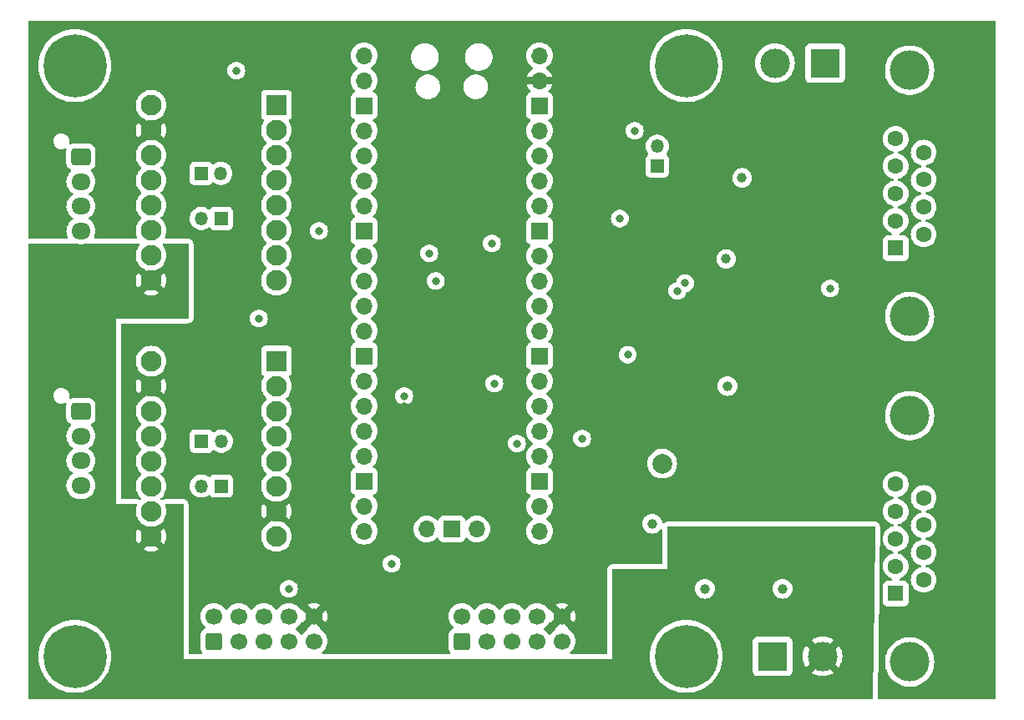
<source format=gbr>
%TF.GenerationSoftware,KiCad,Pcbnew,(7.0.0)*%
%TF.CreationDate,2023-03-02T20:10:48+13:00*%
%TF.ProjectId,pico_expansion_board,7069636f-5f65-4787-9061-6e73696f6e5f,rev?*%
%TF.SameCoordinates,Original*%
%TF.FileFunction,Copper,L3,Inr*%
%TF.FilePolarity,Positive*%
%FSLAX46Y46*%
G04 Gerber Fmt 4.6, Leading zero omitted, Abs format (unit mm)*
G04 Created by KiCad (PCBNEW (7.0.0)) date 2023-03-02 20:10:48*
%MOMM*%
%LPD*%
G01*
G04 APERTURE LIST*
G04 Aperture macros list*
%AMRoundRect*
0 Rectangle with rounded corners*
0 $1 Rounding radius*
0 $2 $3 $4 $5 $6 $7 $8 $9 X,Y pos of 4 corners*
0 Add a 4 corners polygon primitive as box body*
4,1,4,$2,$3,$4,$5,$6,$7,$8,$9,$2,$3,0*
0 Add four circle primitives for the rounded corners*
1,1,$1+$1,$2,$3*
1,1,$1+$1,$4,$5*
1,1,$1+$1,$6,$7*
1,1,$1+$1,$8,$9*
0 Add four rect primitives between the rounded corners*
20,1,$1+$1,$2,$3,$4,$5,0*
20,1,$1+$1,$4,$5,$6,$7,0*
20,1,$1+$1,$6,$7,$8,$9,0*
20,1,$1+$1,$8,$9,$2,$3,0*%
G04 Aperture macros list end*
%TA.AperFunction,ComponentPad*%
%ADD10R,1.350000X1.350000*%
%TD*%
%TA.AperFunction,ComponentPad*%
%ADD11O,1.350000X1.350000*%
%TD*%
%TA.AperFunction,ComponentPad*%
%ADD12R,3.000000X3.000000*%
%TD*%
%TA.AperFunction,ComponentPad*%
%ADD13C,3.000000*%
%TD*%
%TA.AperFunction,ComponentPad*%
%ADD14C,6.400000*%
%TD*%
%TA.AperFunction,ComponentPad*%
%ADD15RoundRect,0.250000X0.600000X-0.600000X0.600000X0.600000X-0.600000X0.600000X-0.600000X-0.600000X0*%
%TD*%
%TA.AperFunction,ComponentPad*%
%ADD16C,1.700000*%
%TD*%
%TA.AperFunction,ComponentPad*%
%ADD17O,1.700000X1.700000*%
%TD*%
%TA.AperFunction,ComponentPad*%
%ADD18R,1.700000X1.700000*%
%TD*%
%TA.AperFunction,ComponentPad*%
%ADD19RoundRect,0.250000X-0.725000X0.600000X-0.725000X-0.600000X0.725000X-0.600000X0.725000X0.600000X0*%
%TD*%
%TA.AperFunction,ComponentPad*%
%ADD20O,1.950000X1.700000*%
%TD*%
%TA.AperFunction,ComponentPad*%
%ADD21C,4.000000*%
%TD*%
%TA.AperFunction,ComponentPad*%
%ADD22R,1.600000X1.600000*%
%TD*%
%TA.AperFunction,ComponentPad*%
%ADD23C,1.600000*%
%TD*%
%TA.AperFunction,ComponentPad*%
%ADD24R,2.100000X2.100000*%
%TD*%
%TA.AperFunction,ComponentPad*%
%ADD25C,2.100000*%
%TD*%
%TA.AperFunction,ViaPad*%
%ADD26C,0.800000*%
%TD*%
%TA.AperFunction,ViaPad*%
%ADD27C,2.000000*%
%TD*%
%TA.AperFunction,ViaPad*%
%ADD28C,1.000000*%
%TD*%
G04 APERTURE END LIST*
D10*
%TO.N,Net-(JP9-A)*%
%TO.C,JP9*%
X114553999Y-73405999D03*
D11*
%TO.N,Net-(J10-Pin_1)*%
X114553999Y-71405999D03*
%TD*%
D10*
%TO.N,Net-(J3-PDN)*%
%TO.C,JP4*%
X70341999Y-105907999D03*
D11*
%TO.N,MOTOR_UART*%
X68341999Y-105907999D03*
%TD*%
D10*
%TO.N,MOTOR_UART*%
%TO.C,JP3*%
X68357999Y-101345999D03*
D11*
%TO.N,Net-(J3-UART)*%
X70357999Y-101345999D03*
%TD*%
D10*
%TO.N,Net-(J2-PDN)*%
%TO.C,JP2*%
X70341999Y-78739999D03*
D11*
%TO.N,MOTOR_UART*%
X68341999Y-78739999D03*
%TD*%
D10*
%TO.N,MOTOR_UART*%
%TO.C,JP1*%
X68315999Y-74167999D03*
D11*
%TO.N,Net-(J2-UART)*%
X70315999Y-74167999D03*
%TD*%
D12*
%TO.N,GND*%
%TO.C,J1*%
X126237999Y-123189999D03*
D13*
%TO.N,VCC*%
X131318000Y-123190000D03*
%TD*%
D14*
%TO.N,N/C*%
%TO.C,H2*%
X55512000Y-123190000D03*
%TD*%
%TO.N,N/C*%
%TO.C,H4*%
X117488000Y-63246000D03*
%TD*%
D15*
%TO.N,unconnected-(J8-Pin_1-Pad1)*%
%TO.C,J8*%
X94742000Y-121666000D03*
D16*
%TO.N,BTN_ENC*%
X94742000Y-119126000D03*
%TO.N,LCD_CS*%
X97282000Y-121666000D03*
%TO.N,LCD_A0*%
X97282000Y-119126000D03*
%TO.N,LCD_RST*%
X99822000Y-121666000D03*
%TO.N,NEOPIXEL*%
X99822000Y-119126000D03*
%TO.N,unconnected-(J8-Pin_7-Pad7)*%
X102362000Y-121666000D03*
%TO.N,unconnected-(J8-Pin_8-Pad8)*%
X102362000Y-119126000D03*
%TO.N,GND*%
X104902000Y-121666000D03*
%TO.N,+5V*%
X104902000Y-119126000D03*
%TD*%
D12*
%TO.N,Net-(J10-Pin_1)*%
%TO.C,J10*%
X131571999Y-62991999D03*
D13*
%TO.N,Net-(J10-Pin_2)*%
X126492000Y-62992000D03*
%TD*%
D17*
%TO.N,SCALE_UART_RX*%
%TO.C,U3*%
X84835999Y-62229999D03*
%TO.N,SCALE_UART_TX*%
X84835999Y-64769999D03*
D18*
%TO.N,GND*%
X84835999Y-67309999D03*
D17*
%TO.N,M1_DIR*%
X84835999Y-69849999D03*
%TO.N,M1_STEP*%
X84835999Y-72389999D03*
%TO.N,UART1_TX*%
X84835999Y-74929999D03*
%TO.N,MOTOR_UART*%
X84835999Y-77469999D03*
D18*
%TO.N,GND*%
X84835999Y-80009999D03*
D17*
%TO.N,M1_EN*%
X84835999Y-82549999D03*
%TO.N,M2_DIR*%
X84835999Y-85089999D03*
%TO.N,M2_STEP*%
X84835999Y-87629999D03*
%TO.N,M2_EN*%
X84835999Y-90169999D03*
D18*
%TO.N,GND*%
X84835999Y-92709999D03*
D17*
%TO.N,EEPROM_SDA*%
X84835999Y-95249999D03*
%TO.N,EEPROM_SCL*%
X84835999Y-97789999D03*
%TO.N,BTN_RST*%
X84835999Y-100329999D03*
%TO.N,Net-(U3-GPIO13)*%
X84835999Y-102869999D03*
D18*
%TO.N,GND*%
X84835999Y-105409999D03*
D17*
%TO.N,BTN_EN2*%
X84835999Y-107949999D03*
%TO.N,BTN_EN1*%
X84835999Y-110489999D03*
%TO.N,SPI0_MISO*%
X102615999Y-110489999D03*
%TO.N,LCD_CS*%
X102615999Y-107949999D03*
D18*
%TO.N,GND*%
X102615999Y-105409999D03*
D17*
%TO.N,LED_SCK*%
X102615999Y-102869999D03*
%TO.N,LCD_MOSI*%
X102615999Y-100329999D03*
%TO.N,LCD_A0*%
X102615999Y-97789999D03*
%TO.N,LCD_RST*%
X102615999Y-95249999D03*
D18*
%TO.N,GND*%
X102615999Y-92709999D03*
D17*
%TO.N,BTN_ENC*%
X102615999Y-90169999D03*
%TO.N,PICO_RESET_BTN*%
X102615999Y-87629999D03*
%TO.N,NEOPIXEL*%
X102615999Y-85089999D03*
%TO.N,CAN_TX*%
X102615999Y-82549999D03*
D18*
%TO.N,GND*%
X102615999Y-80009999D03*
D17*
%TO.N,CAN_RX*%
X102615999Y-77469999D03*
%TO.N,unconnected-(U3-ADC_VREF-Pad35)*%
X102615999Y-74929999D03*
%TO.N,+3.3V*%
X102615999Y-72389999D03*
%TO.N,unconnected-(U3-3V3_EN-Pad37)*%
X102615999Y-69849999D03*
D18*
%TO.N,GND*%
X102615999Y-67309999D03*
D17*
%TO.N,+5V*%
X102615999Y-64769999D03*
%TO.N,unconnected-(U3-VBUS-Pad40)*%
X102615999Y-62229999D03*
%TO.N,unconnected-(U3-SWCLK-Pad41)*%
X91185999Y-110259999D03*
D18*
%TO.N,unconnected-(U3-GND-Pad42)*%
X93725999Y-110259999D03*
D17*
%TO.N,unconnected-(U3-SWDIO-Pad43)*%
X96265999Y-110259999D03*
%TD*%
D19*
%TO.N,Net-(J2-B2)*%
%TO.C,J4*%
X56134000Y-72510000D03*
D20*
%TO.N,Net-(J2-B1)*%
X56133999Y-75009999D03*
%TO.N,Net-(J2-A1)*%
X56133999Y-77509999D03*
%TO.N,Net-(J2-A2)*%
X56133999Y-80009999D03*
%TD*%
D19*
%TO.N,Net-(J3-B2)*%
%TO.C,J5*%
X56134000Y-98338000D03*
D20*
%TO.N,Net-(J3-B1)*%
X56133999Y-100837999D03*
%TO.N,Net-(J3-A1)*%
X56133999Y-103337999D03*
%TO.N,Net-(J3-A2)*%
X56133999Y-105837999D03*
%TD*%
D14*
%TO.N,N/C*%
%TO.C,H1*%
X55512000Y-63246000D03*
%TD*%
D21*
%TO.N,GND*%
%TO.C,J7*%
X140139669Y-88710000D03*
X140139669Y-63710000D03*
D22*
%TO.N,unconnected-(J7-Pad1)*%
X138719668Y-81749999D03*
D23*
%TO.N,SCALE_TXD*%
X138719669Y-78980000D03*
%TO.N,SCALE_RXD*%
X138719669Y-76210000D03*
%TO.N,unconnected-(J7-Pad4)*%
X138719669Y-73440000D03*
%TO.N,unconnected-(J7-Pad5)*%
X138719669Y-70670000D03*
%TO.N,unconnected-(J7-Pad6)*%
X141559669Y-80365000D03*
%TO.N,unconnected-(J7-Pad7)*%
X141559669Y-77595000D03*
%TO.N,unconnected-(J7-Pad8)*%
X141559669Y-74825000D03*
%TO.N,unconnected-(J7-Pad9)*%
X141559669Y-72055000D03*
%TD*%
D24*
%TO.N,M2_DIR*%
%TO.C,J3*%
X75945999Y-93217999D03*
D25*
%TO.N,M2_STEP*%
X75946000Y-95758000D03*
%TO.N,GND*%
X75946000Y-98298000D03*
%TO.N,Net-(J3-UART)*%
X75946000Y-100838000D03*
%TO.N,Net-(J3-PDN)*%
X75946000Y-103378000D03*
%TO.N,GND*%
X75946000Y-105918000D03*
%TO.N,+5V*%
X75946000Y-108458000D03*
%TO.N,M2_EN*%
X75946000Y-110998000D03*
%TO.N,VCC*%
X63246000Y-110998000D03*
%TO.N,GND*%
X63246000Y-108458000D03*
%TO.N,Net-(J3-A2)*%
X63246000Y-105918000D03*
%TO.N,Net-(J3-A1)*%
X63246000Y-103378000D03*
%TO.N,Net-(J3-B1)*%
X63246000Y-100838000D03*
%TO.N,Net-(J3-B2)*%
X63246000Y-98298000D03*
%TO.N,+5V*%
X63246000Y-95758000D03*
%TO.N,GND*%
X63246000Y-93218000D03*
%TD*%
D21*
%TO.N,GND*%
%TO.C,J6*%
X140139669Y-123762000D03*
X140139669Y-98762000D03*
D22*
%TO.N,unconnected-(J6-Pad1)*%
X138719668Y-116801999D03*
D23*
%TO.N,SCALE_RXD*%
X138719669Y-114032000D03*
%TO.N,SCALE_TXD*%
X138719669Y-111262000D03*
%TO.N,unconnected-(J6-Pad4)*%
X138719669Y-108492000D03*
%TO.N,unconnected-(J6-Pad5)*%
X138719669Y-105722000D03*
%TO.N,unconnected-(J6-Pad6)*%
X141559669Y-115417000D03*
%TO.N,unconnected-(J6-Pad7)*%
X141559669Y-112647000D03*
%TO.N,unconnected-(J6-Pad8)*%
X141559669Y-109877000D03*
%TO.N,unconnected-(J6-Pad9)*%
X141559669Y-107107000D03*
%TD*%
D24*
%TO.N,M1_DIR*%
%TO.C,J2*%
X75945999Y-67241999D03*
D25*
%TO.N,M1_STEP*%
X75946000Y-69782000D03*
%TO.N,GND*%
X75946000Y-72322000D03*
%TO.N,Net-(J2-UART)*%
X75946000Y-74862000D03*
%TO.N,Net-(J2-PDN)*%
X75946000Y-77402000D03*
%TO.N,GND*%
X75946000Y-79942000D03*
X75946000Y-82482000D03*
%TO.N,M1_EN*%
X75946000Y-85022000D03*
%TO.N,VCC*%
X63246000Y-85022000D03*
%TO.N,GND*%
X63246000Y-82482000D03*
%TO.N,Net-(J2-A2)*%
X63246000Y-79942000D03*
%TO.N,Net-(J2-A1)*%
X63246000Y-77402000D03*
%TO.N,Net-(J2-B1)*%
X63246000Y-74862000D03*
%TO.N,Net-(J2-B2)*%
X63246000Y-72322000D03*
%TO.N,+5V*%
X63246000Y-69782000D03*
%TO.N,GND*%
X63246000Y-67242000D03*
%TD*%
D14*
%TO.N,N/C*%
%TO.C,H3*%
X117488000Y-123190000D03*
%TD*%
D15*
%TO.N,unconnected-(J9-Pin_1-Pad1)*%
%TO.C,J9*%
X69596000Y-121666000D03*
D16*
%TO.N,LED_SCK*%
X69596000Y-119126000D03*
%TO.N,BTN_EN1*%
X72136000Y-121666000D03*
%TO.N,unconnected-(J9-Pin_4-Pad4)*%
X72136000Y-119126000D03*
%TO.N,BTN_EN2*%
X74676000Y-121666000D03*
%TO.N,LCD_MOSI*%
X74676000Y-119126000D03*
%TO.N,unconnected-(J9-Pin_7-Pad7)*%
X77216000Y-121666000D03*
%TO.N,BTN_RST*%
X77216000Y-119126000D03*
%TO.N,GND*%
X79756000Y-121666000D03*
%TO.N,+5V*%
X79756000Y-119126000D03*
%TD*%
D26*
%TO.N,GND*%
X111571000Y-92583000D03*
D27*
X115062000Y-103632000D03*
D26*
X98044000Y-95504000D03*
D28*
X119380000Y-116332000D03*
D26*
X92106000Y-85090000D03*
X97790000Y-81280000D03*
D28*
X127254000Y-116332000D03*
D26*
X88900000Y-96774000D03*
D28*
X121543000Y-82865000D03*
X114046000Y-109728000D03*
X123154000Y-74640000D03*
X121666000Y-95758000D03*
D26*
%TO.N,+5V*%
X94006000Y-85090000D03*
D28*
X115316000Y-98044000D03*
X117602000Y-98044000D03*
X120142000Y-98044000D03*
D26*
X88900000Y-97790000D03*
X111571000Y-80137000D03*
D28*
X128524000Y-97282000D03*
X121477000Y-81407000D03*
X110998000Y-109982000D03*
X106172000Y-64770000D03*
%TO.N,VCC*%
X132842000Y-112776000D03*
D26*
%TO.N,BTN_ENC*%
X100330000Y-101600000D03*
%TO.N,NEOPIXEL*%
X106934000Y-101092000D03*
%TO.N,BTN_EN2*%
X87630000Y-113792000D03*
%TO.N,BTN_RST*%
X77216000Y-116332000D03*
%TO.N,MOTOR_UART*%
X74168000Y-88900000D03*
X80264000Y-80010000D03*
%TO.N,SCALE_RXD*%
X132080000Y-85852000D03*
%TO.N,SCALE_UART_TX*%
X116586000Y-86106000D03*
%TO.N,SCALE_UART_RX*%
X117370619Y-85321381D03*
X71882000Y-63754000D03*
%TO.N,PICO_RESET_BTN*%
X110761750Y-78757750D03*
%TO.N,Net-(J10-Pin_2)*%
X112268000Y-69850000D03*
%TO.N,CAN_TX*%
X91440000Y-82296000D03*
%TD*%
%TA.AperFunction,Conductor*%
%TO.N,+5V*%
G36*
X148782000Y-58690613D02*
G01*
X148827387Y-58736000D01*
X148844000Y-58798000D01*
X148844000Y-127384000D01*
X148827387Y-127446000D01*
X148782000Y-127491387D01*
X148720000Y-127508000D01*
X137029363Y-127508000D01*
X136966845Y-127491086D01*
X136921382Y-127444960D01*
X136905376Y-127382203D01*
X136925015Y-126027115D01*
X136957843Y-123762000D01*
X137634225Y-123762000D01*
X137653981Y-124076015D01*
X137654708Y-124079827D01*
X137654710Y-124079841D01*
X137712207Y-124381249D01*
X137712938Y-124385079D01*
X137810166Y-124684315D01*
X137944132Y-124969007D01*
X137946214Y-124972288D01*
X137946217Y-124972293D01*
X138110631Y-125231369D01*
X138110635Y-125231375D01*
X138112722Y-125234663D01*
X138313279Y-125477094D01*
X138542639Y-125692478D01*
X138797185Y-125877416D01*
X139072903Y-126028994D01*
X139365444Y-126144819D01*
X139670196Y-126223066D01*
X139982351Y-126262500D01*
X140293092Y-126262500D01*
X140296987Y-126262500D01*
X140609142Y-126223066D01*
X140913894Y-126144819D01*
X141206435Y-126028994D01*
X141482153Y-125877416D01*
X141736699Y-125692478D01*
X141966059Y-125477094D01*
X142166616Y-125234663D01*
X142335206Y-124969007D01*
X142469172Y-124684315D01*
X142566400Y-124385079D01*
X142625357Y-124076015D01*
X142645113Y-123762000D01*
X142625357Y-123447985D01*
X142566400Y-123138921D01*
X142469172Y-122839685D01*
X142335206Y-122554993D01*
X142181618Y-122312976D01*
X142168706Y-122292630D01*
X142168704Y-122292627D01*
X142166616Y-122289337D01*
X141966059Y-122046906D01*
X141736699Y-121831522D01*
X141482153Y-121646584D01*
X141478750Y-121644713D01*
X141478745Y-121644710D01*
X141209852Y-121496884D01*
X141209845Y-121496880D01*
X141206435Y-121495006D01*
X141202809Y-121493570D01*
X141202804Y-121493568D01*
X140917516Y-121380615D01*
X140917515Y-121380614D01*
X140913894Y-121379181D01*
X140910124Y-121378213D01*
X140910121Y-121378212D01*
X140612925Y-121301905D01*
X140612920Y-121301904D01*
X140609142Y-121300934D01*
X140605271Y-121300445D01*
X140605266Y-121300444D01*
X140300853Y-121261988D01*
X140300846Y-121261987D01*
X140296987Y-121261500D01*
X139982351Y-121261500D01*
X139978492Y-121261987D01*
X139978484Y-121261988D01*
X139674071Y-121300444D01*
X139674063Y-121300445D01*
X139670196Y-121300934D01*
X139666420Y-121301903D01*
X139666412Y-121301905D01*
X139369216Y-121378212D01*
X139369208Y-121378214D01*
X139365444Y-121379181D01*
X139361827Y-121380612D01*
X139361821Y-121380615D01*
X139076533Y-121493568D01*
X139076522Y-121493572D01*
X139072903Y-121495006D01*
X139069498Y-121496877D01*
X139069485Y-121496884D01*
X138800592Y-121644710D01*
X138800580Y-121644717D01*
X138797185Y-121646584D01*
X138794041Y-121648867D01*
X138794035Y-121648872D01*
X138545795Y-121829228D01*
X138545784Y-121829236D01*
X138542639Y-121831522D01*
X138539804Y-121834183D01*
X138539797Y-121834190D01*
X138316116Y-122044241D01*
X138316109Y-122044248D01*
X138313279Y-122046906D01*
X138310804Y-122049897D01*
X138310800Y-122049902D01*
X138115205Y-122286334D01*
X138115195Y-122286346D01*
X138112722Y-122289337D01*
X138110640Y-122292616D01*
X138110631Y-122292630D01*
X137946217Y-122551706D01*
X137946210Y-122551717D01*
X137944132Y-122554993D01*
X137942479Y-122558504D01*
X137942476Y-122558511D01*
X137828369Y-122801001D01*
X137810166Y-122839685D01*
X137808964Y-122843382D01*
X137808962Y-122843389D01*
X137714143Y-123135211D01*
X137712938Y-123138921D01*
X137712209Y-123142741D01*
X137712207Y-123142750D01*
X137654710Y-123444158D01*
X137654707Y-123444174D01*
X137653981Y-123447985D01*
X137634225Y-123762000D01*
X136957843Y-123762000D01*
X137098857Y-114032000D01*
X137414201Y-114032000D01*
X137414673Y-114037395D01*
X137431625Y-114231166D01*
X137434034Y-114258692D01*
X137435431Y-114263907D01*
X137435433Y-114263916D01*
X137491527Y-114473263D01*
X137491530Y-114473271D01*
X137492930Y-114478496D01*
X137589101Y-114684734D01*
X137592208Y-114689171D01*
X137592209Y-114689173D01*
X137644789Y-114764266D01*
X137719622Y-114871139D01*
X137880530Y-115032047D01*
X138066935Y-115162568D01*
X138273173Y-115258739D01*
X138278408Y-115260141D01*
X138280703Y-115260977D01*
X138336007Y-115301155D01*
X138361616Y-115364536D01*
X138349747Y-115431856D01*
X138304007Y-115482657D01*
X138238296Y-115501500D01*
X137875108Y-115501500D01*
X137875089Y-115501500D01*
X137871797Y-115501501D01*
X137868519Y-115501853D01*
X137868507Y-115501854D01*
X137819900Y-115507079D01*
X137819894Y-115507080D01*
X137812186Y-115507909D01*
X137804921Y-115510618D01*
X137804915Y-115510620D01*
X137685649Y-115555104D01*
X137685647Y-115555104D01*
X137677338Y-115558204D01*
X137670241Y-115563516D01*
X137670237Y-115563519D01*
X137569219Y-115639141D01*
X137569215Y-115639144D01*
X137562123Y-115644454D01*
X137556813Y-115651546D01*
X137556810Y-115651550D01*
X137481188Y-115752568D01*
X137481185Y-115752572D01*
X137475873Y-115759669D01*
X137472773Y-115767978D01*
X137472773Y-115767980D01*
X137428289Y-115887247D01*
X137428288Y-115887250D01*
X137425578Y-115894517D01*
X137424748Y-115902227D01*
X137424748Y-115902232D01*
X137419524Y-115950819D01*
X137419523Y-115950831D01*
X137419169Y-115954127D01*
X137419169Y-115957448D01*
X137419169Y-115957449D01*
X137419169Y-117646560D01*
X137419169Y-117646578D01*
X137419170Y-117649872D01*
X137419522Y-117653150D01*
X137419523Y-117653161D01*
X137424748Y-117701768D01*
X137424749Y-117701773D01*
X137425578Y-117709483D01*
X137428288Y-117716749D01*
X137428289Y-117716753D01*
X137461886Y-117806831D01*
X137475873Y-117844331D01*
X137481187Y-117851430D01*
X137481188Y-117851431D01*
X137554733Y-117949675D01*
X137562123Y-117959546D01*
X137677338Y-118045796D01*
X137812186Y-118096091D01*
X137871796Y-118102500D01*
X139567541Y-118102499D01*
X139627152Y-118096091D01*
X139762000Y-118045796D01*
X139877215Y-117959546D01*
X139963465Y-117844331D01*
X140013760Y-117709483D01*
X140020169Y-117649873D01*
X140020168Y-115954128D01*
X140013760Y-115894517D01*
X139963465Y-115759669D01*
X139877215Y-115644454D01*
X139762000Y-115558204D01*
X139627152Y-115507909D01*
X139619439Y-115507079D01*
X139619436Y-115507079D01*
X139570849Y-115501855D01*
X139570838Y-115501854D01*
X139567542Y-115501500D01*
X139564220Y-115501500D01*
X139201043Y-115501500D01*
X139135333Y-115482658D01*
X139089592Y-115431857D01*
X139086972Y-115417000D01*
X140254201Y-115417000D01*
X140254673Y-115422395D01*
X140266283Y-115555104D01*
X140274034Y-115643692D01*
X140275431Y-115648907D01*
X140275433Y-115648916D01*
X140331527Y-115858263D01*
X140331530Y-115858271D01*
X140332930Y-115863496D01*
X140335218Y-115868403D01*
X140335219Y-115868405D01*
X140375192Y-115954127D01*
X140429101Y-116069734D01*
X140559622Y-116256139D01*
X140720530Y-116417047D01*
X140906935Y-116547568D01*
X141113173Y-116643739D01*
X141332977Y-116702635D01*
X141559669Y-116722468D01*
X141786361Y-116702635D01*
X142006165Y-116643739D01*
X142212403Y-116547568D01*
X142398808Y-116417047D01*
X142559716Y-116256139D01*
X142690237Y-116069734D01*
X142786408Y-115863496D01*
X142845304Y-115643692D01*
X142865137Y-115417000D01*
X142845304Y-115190308D01*
X142786408Y-114970504D01*
X142690237Y-114764266D01*
X142559716Y-114577861D01*
X142398808Y-114416953D01*
X142336893Y-114373600D01*
X142216842Y-114289540D01*
X142216840Y-114289539D01*
X142212403Y-114286432D01*
X142141354Y-114253301D01*
X142011074Y-114192550D01*
X142011072Y-114192549D01*
X142006165Y-114190261D01*
X142000940Y-114188861D01*
X142000932Y-114188858D01*
X141871228Y-114154105D01*
X141862531Y-114151774D01*
X141806944Y-114119681D01*
X141774850Y-114064094D01*
X141774850Y-113999906D01*
X141806944Y-113944319D01*
X141862531Y-113912225D01*
X142006165Y-113873739D01*
X142212403Y-113777568D01*
X142398808Y-113647047D01*
X142559716Y-113486139D01*
X142690237Y-113299734D01*
X142786408Y-113093496D01*
X142845304Y-112873692D01*
X142865137Y-112647000D01*
X142845304Y-112420308D01*
X142801872Y-112258217D01*
X142787810Y-112205736D01*
X142787809Y-112205734D01*
X142786408Y-112200504D01*
X142690237Y-111994266D01*
X142559716Y-111807861D01*
X142398808Y-111646953D01*
X142239357Y-111535305D01*
X142216842Y-111519540D01*
X142216840Y-111519539D01*
X142212403Y-111516432D01*
X142006165Y-111420261D01*
X142000940Y-111418861D01*
X142000932Y-111418858D01*
X141883436Y-111387376D01*
X141862531Y-111381774D01*
X141806944Y-111349681D01*
X141774850Y-111294094D01*
X141774850Y-111229906D01*
X141806944Y-111174319D01*
X141862531Y-111142225D01*
X142006165Y-111103739D01*
X142212403Y-111007568D01*
X142398808Y-110877047D01*
X142559716Y-110716139D01*
X142690237Y-110529734D01*
X142786408Y-110323496D01*
X142845304Y-110103692D01*
X142865137Y-109877000D01*
X142845304Y-109650308D01*
X142829478Y-109591245D01*
X142787810Y-109435736D01*
X142787809Y-109435734D01*
X142786408Y-109430504D01*
X142690237Y-109224266D01*
X142559716Y-109037861D01*
X142398808Y-108876953D01*
X142313137Y-108816966D01*
X142216842Y-108749540D01*
X142216840Y-108749539D01*
X142212403Y-108746432D01*
X142006165Y-108650261D01*
X142000940Y-108648861D01*
X142000932Y-108648858D01*
X141883436Y-108617376D01*
X141862531Y-108611774D01*
X141806944Y-108579681D01*
X141774850Y-108524094D01*
X141774850Y-108459906D01*
X141806944Y-108404319D01*
X141862531Y-108372225D01*
X142006165Y-108333739D01*
X142212403Y-108237568D01*
X142398808Y-108107047D01*
X142559716Y-107946139D01*
X142690237Y-107759734D01*
X142786408Y-107553496D01*
X142845304Y-107333692D01*
X142865137Y-107107000D01*
X142845304Y-106880308D01*
X142833402Y-106835889D01*
X142787810Y-106665736D01*
X142787809Y-106665734D01*
X142786408Y-106660504D01*
X142690237Y-106454266D01*
X142559716Y-106267861D01*
X142398808Y-106106953D01*
X142212403Y-105976432D01*
X142006165Y-105880261D01*
X142000940Y-105878861D01*
X142000932Y-105878858D01*
X141791585Y-105822764D01*
X141791576Y-105822762D01*
X141786361Y-105821365D01*
X141780973Y-105820893D01*
X141780970Y-105820893D01*
X141565064Y-105802004D01*
X141559669Y-105801532D01*
X141554274Y-105802004D01*
X141338367Y-105820893D01*
X141338362Y-105820893D01*
X141332977Y-105821365D01*
X141327763Y-105822762D01*
X141327752Y-105822764D01*
X141118405Y-105878858D01*
X141118393Y-105878862D01*
X141113173Y-105880261D01*
X141108268Y-105882547D01*
X141108263Y-105882550D01*
X140911845Y-105974142D01*
X140911841Y-105974144D01*
X140906935Y-105976432D01*
X140902502Y-105979535D01*
X140902495Y-105979540D01*
X140724965Y-106103847D01*
X140724960Y-106103850D01*
X140720530Y-106106953D01*
X140716706Y-106110776D01*
X140716700Y-106110782D01*
X140563451Y-106264031D01*
X140563445Y-106264037D01*
X140559622Y-106267861D01*
X140556519Y-106272291D01*
X140556516Y-106272296D01*
X140432209Y-106449826D01*
X140432204Y-106449833D01*
X140429101Y-106454266D01*
X140426813Y-106459172D01*
X140426811Y-106459176D01*
X140335219Y-106655594D01*
X140335216Y-106655599D01*
X140332930Y-106660504D01*
X140331531Y-106665724D01*
X140331527Y-106665736D01*
X140275433Y-106875083D01*
X140275431Y-106875094D01*
X140274034Y-106880308D01*
X140273562Y-106885693D01*
X140273562Y-106885698D01*
X140259759Y-107043470D01*
X140254201Y-107107000D01*
X140254673Y-107112395D01*
X140271579Y-107305638D01*
X140274034Y-107333692D01*
X140275431Y-107338907D01*
X140275433Y-107338916D01*
X140331527Y-107548263D01*
X140331530Y-107548271D01*
X140332930Y-107553496D01*
X140429101Y-107759734D01*
X140432208Y-107764171D01*
X140432209Y-107764173D01*
X140484789Y-107839266D01*
X140559622Y-107946139D01*
X140720530Y-108107047D01*
X140906935Y-108237568D01*
X141113173Y-108333739D01*
X141256807Y-108372225D01*
X141312393Y-108404317D01*
X141344487Y-108459905D01*
X141344487Y-108524092D01*
X141312394Y-108579680D01*
X141256806Y-108611774D01*
X141118403Y-108648859D01*
X141118396Y-108648861D01*
X141113173Y-108650261D01*
X141108268Y-108652547D01*
X141108263Y-108652550D01*
X140911845Y-108744142D01*
X140911841Y-108744144D01*
X140906935Y-108746432D01*
X140902502Y-108749535D01*
X140902495Y-108749540D01*
X140724965Y-108873847D01*
X140724960Y-108873850D01*
X140720530Y-108876953D01*
X140716706Y-108880776D01*
X140716700Y-108880782D01*
X140563451Y-109034031D01*
X140563445Y-109034037D01*
X140559622Y-109037861D01*
X140556519Y-109042291D01*
X140556516Y-109042296D01*
X140432209Y-109219826D01*
X140432204Y-109219833D01*
X140429101Y-109224266D01*
X140426813Y-109229172D01*
X140426811Y-109229176D01*
X140335219Y-109425594D01*
X140335216Y-109425599D01*
X140332930Y-109430504D01*
X140331531Y-109435724D01*
X140331527Y-109435736D01*
X140275433Y-109645083D01*
X140275431Y-109645094D01*
X140274034Y-109650308D01*
X140273562Y-109655693D01*
X140273562Y-109655698D01*
X140265932Y-109742909D01*
X140254201Y-109877000D01*
X140254673Y-109882395D01*
X140272295Y-110083821D01*
X140274034Y-110103692D01*
X140275431Y-110108907D01*
X140275433Y-110108916D01*
X140331527Y-110318263D01*
X140331530Y-110318271D01*
X140332930Y-110323496D01*
X140429101Y-110529734D01*
X140432208Y-110534171D01*
X140432209Y-110534173D01*
X140484789Y-110609266D01*
X140559622Y-110716139D01*
X140720530Y-110877047D01*
X140906935Y-111007568D01*
X141113173Y-111103739D01*
X141256807Y-111142225D01*
X141312393Y-111174317D01*
X141344487Y-111229905D01*
X141344487Y-111294092D01*
X141312394Y-111349680D01*
X141256806Y-111381774D01*
X141118403Y-111418859D01*
X141118396Y-111418861D01*
X141113173Y-111420261D01*
X141108268Y-111422547D01*
X141108263Y-111422550D01*
X140911845Y-111514142D01*
X140911841Y-111514144D01*
X140906935Y-111516432D01*
X140902502Y-111519535D01*
X140902495Y-111519540D01*
X140724965Y-111643847D01*
X140724960Y-111643850D01*
X140720530Y-111646953D01*
X140716706Y-111650776D01*
X140716700Y-111650782D01*
X140563451Y-111804031D01*
X140563445Y-111804037D01*
X140559622Y-111807861D01*
X140556519Y-111812291D01*
X140556516Y-111812296D01*
X140432209Y-111989826D01*
X140432204Y-111989833D01*
X140429101Y-111994266D01*
X140426813Y-111999172D01*
X140426811Y-111999176D01*
X140335219Y-112195594D01*
X140335216Y-112195599D01*
X140332930Y-112200504D01*
X140331531Y-112205724D01*
X140331527Y-112205736D01*
X140275433Y-112415083D01*
X140275431Y-112415094D01*
X140274034Y-112420308D01*
X140273562Y-112425693D01*
X140273562Y-112425698D01*
X140262399Y-112553294D01*
X140254201Y-112647000D01*
X140274034Y-112873692D01*
X140275431Y-112878907D01*
X140275433Y-112878916D01*
X140331527Y-113088263D01*
X140331530Y-113088271D01*
X140332930Y-113093496D01*
X140429101Y-113299734D01*
X140432208Y-113304171D01*
X140432209Y-113304173D01*
X140484789Y-113379266D01*
X140559622Y-113486139D01*
X140720530Y-113647047D01*
X140906935Y-113777568D01*
X141113173Y-113873739D01*
X141256807Y-113912225D01*
X141312393Y-113944317D01*
X141344487Y-113999905D01*
X141344487Y-114064092D01*
X141312394Y-114119680D01*
X141256806Y-114151774D01*
X141118403Y-114188859D01*
X141118396Y-114188861D01*
X141113173Y-114190261D01*
X141108268Y-114192547D01*
X141108263Y-114192550D01*
X140911845Y-114284142D01*
X140911841Y-114284144D01*
X140906935Y-114286432D01*
X140902502Y-114289535D01*
X140902495Y-114289540D01*
X140724965Y-114413847D01*
X140724960Y-114413850D01*
X140720530Y-114416953D01*
X140716706Y-114420776D01*
X140716700Y-114420782D01*
X140563451Y-114574031D01*
X140563445Y-114574037D01*
X140559622Y-114577861D01*
X140556519Y-114582291D01*
X140556516Y-114582296D01*
X140432209Y-114759826D01*
X140432204Y-114759833D01*
X140429101Y-114764266D01*
X140426813Y-114769172D01*
X140426811Y-114769176D01*
X140335219Y-114965594D01*
X140335216Y-114965599D01*
X140332930Y-114970504D01*
X140331531Y-114975724D01*
X140331527Y-114975736D01*
X140275433Y-115185083D01*
X140275431Y-115185094D01*
X140274034Y-115190308D01*
X140273562Y-115195693D01*
X140273562Y-115195698D01*
X140268247Y-115256450D01*
X140254201Y-115417000D01*
X139086972Y-115417000D01*
X139077722Y-115364537D01*
X139103331Y-115301157D01*
X139158634Y-115260977D01*
X139160924Y-115260143D01*
X139166165Y-115258739D01*
X139372403Y-115162568D01*
X139558808Y-115032047D01*
X139719716Y-114871139D01*
X139850237Y-114684734D01*
X139946408Y-114478496D01*
X140005304Y-114258692D01*
X140025137Y-114032000D01*
X140005304Y-113805308D01*
X139985795Y-113732500D01*
X139947810Y-113590736D01*
X139947809Y-113590734D01*
X139946408Y-113585504D01*
X139850237Y-113379266D01*
X139719716Y-113192861D01*
X139558808Y-113031953D01*
X139372403Y-112901432D01*
X139166165Y-112805261D01*
X139160940Y-112803861D01*
X139160932Y-112803858D01*
X139043436Y-112772376D01*
X139022531Y-112766774D01*
X138966944Y-112734681D01*
X138934850Y-112679094D01*
X138934850Y-112614906D01*
X138966944Y-112559319D01*
X139022531Y-112527225D01*
X139166165Y-112488739D01*
X139372403Y-112392568D01*
X139558808Y-112262047D01*
X139719716Y-112101139D01*
X139850237Y-111914734D01*
X139946408Y-111708496D01*
X140005304Y-111488692D01*
X140025137Y-111262000D01*
X140005304Y-111035308D01*
X139946408Y-110815504D01*
X139850237Y-110609266D01*
X139719716Y-110422861D01*
X139558808Y-110261953D01*
X139372403Y-110131432D01*
X139166165Y-110035261D01*
X139160940Y-110033861D01*
X139160932Y-110033858D01*
X139043436Y-110002376D01*
X139022531Y-109996774D01*
X138966944Y-109964681D01*
X138934850Y-109909094D01*
X138934850Y-109844906D01*
X138966944Y-109789319D01*
X139022531Y-109757225D01*
X139166165Y-109718739D01*
X139372403Y-109622568D01*
X139558808Y-109492047D01*
X139719716Y-109331139D01*
X139850237Y-109144734D01*
X139946408Y-108938496D01*
X140005304Y-108718692D01*
X140025137Y-108492000D01*
X140005304Y-108265308D01*
X139983895Y-108185408D01*
X139947810Y-108050736D01*
X139947809Y-108050734D01*
X139946408Y-108045504D01*
X139850237Y-107839266D01*
X139719716Y-107652861D01*
X139558808Y-107491953D01*
X139424167Y-107397677D01*
X139376842Y-107364540D01*
X139376840Y-107364539D01*
X139372403Y-107361432D01*
X139301354Y-107328301D01*
X139171074Y-107267550D01*
X139171072Y-107267549D01*
X139166165Y-107265261D01*
X139160940Y-107263861D01*
X139160932Y-107263858D01*
X139043436Y-107232376D01*
X139022531Y-107226774D01*
X138966944Y-107194681D01*
X138934850Y-107139094D01*
X138934850Y-107074906D01*
X138966944Y-107019319D01*
X139022531Y-106987225D01*
X139166165Y-106948739D01*
X139372403Y-106852568D01*
X139558808Y-106722047D01*
X139719716Y-106561139D01*
X139850237Y-106374734D01*
X139946408Y-106168496D01*
X140005304Y-105948692D01*
X140025137Y-105722000D01*
X140005304Y-105495308D01*
X139991054Y-105442126D01*
X139947810Y-105280736D01*
X139947809Y-105280734D01*
X139946408Y-105275504D01*
X139850237Y-105069266D01*
X139719716Y-104882861D01*
X139558808Y-104721953D01*
X139372403Y-104591432D01*
X139166165Y-104495261D01*
X139160940Y-104493861D01*
X139160932Y-104493858D01*
X138951585Y-104437764D01*
X138951576Y-104437762D01*
X138946361Y-104436365D01*
X138940973Y-104435893D01*
X138940970Y-104435893D01*
X138725064Y-104417004D01*
X138719669Y-104416532D01*
X138714274Y-104417004D01*
X138498367Y-104435893D01*
X138498362Y-104435893D01*
X138492977Y-104436365D01*
X138487763Y-104437762D01*
X138487752Y-104437764D01*
X138278405Y-104493858D01*
X138278393Y-104493862D01*
X138273173Y-104495261D01*
X138268268Y-104497547D01*
X138268263Y-104497550D01*
X138071845Y-104589142D01*
X138071841Y-104589144D01*
X138066935Y-104591432D01*
X138062502Y-104594535D01*
X138062495Y-104594540D01*
X137884965Y-104718847D01*
X137884960Y-104718850D01*
X137880530Y-104721953D01*
X137876706Y-104725776D01*
X137876700Y-104725782D01*
X137723451Y-104879031D01*
X137723445Y-104879037D01*
X137719622Y-104882861D01*
X137716519Y-104887291D01*
X137716516Y-104887296D01*
X137592209Y-105064826D01*
X137592204Y-105064833D01*
X137589101Y-105069266D01*
X137586813Y-105074172D01*
X137586811Y-105074176D01*
X137495219Y-105270594D01*
X137495216Y-105270599D01*
X137492930Y-105275504D01*
X137491531Y-105280724D01*
X137491527Y-105280736D01*
X137435433Y-105490083D01*
X137435431Y-105490094D01*
X137434034Y-105495308D01*
X137414201Y-105722000D01*
X137414673Y-105727395D01*
X137431348Y-105918000D01*
X137434034Y-105948692D01*
X137435431Y-105953907D01*
X137435433Y-105953916D01*
X137491527Y-106163263D01*
X137491530Y-106163271D01*
X137492930Y-106168496D01*
X137589101Y-106374734D01*
X137592208Y-106379171D01*
X137592209Y-106379173D01*
X137644789Y-106454266D01*
X137719622Y-106561139D01*
X137880530Y-106722047D01*
X138066935Y-106852568D01*
X138273173Y-106948739D01*
X138416807Y-106987225D01*
X138472393Y-107019317D01*
X138504487Y-107074905D01*
X138504487Y-107139092D01*
X138472394Y-107194680D01*
X138416806Y-107226774D01*
X138278403Y-107263859D01*
X138278396Y-107263861D01*
X138273173Y-107265261D01*
X138268268Y-107267547D01*
X138268263Y-107267550D01*
X138071845Y-107359142D01*
X138071841Y-107359144D01*
X138066935Y-107361432D01*
X138062502Y-107364535D01*
X138062495Y-107364540D01*
X137884965Y-107488847D01*
X137884960Y-107488850D01*
X137880530Y-107491953D01*
X137876706Y-107495776D01*
X137876700Y-107495782D01*
X137723451Y-107649031D01*
X137723445Y-107649037D01*
X137719622Y-107652861D01*
X137716519Y-107657291D01*
X137716516Y-107657296D01*
X137592209Y-107834826D01*
X137592204Y-107834833D01*
X137589101Y-107839266D01*
X137586813Y-107844172D01*
X137586811Y-107844176D01*
X137495219Y-108040594D01*
X137495216Y-108040599D01*
X137492930Y-108045504D01*
X137491531Y-108050724D01*
X137491527Y-108050736D01*
X137435433Y-108260083D01*
X137435431Y-108260094D01*
X137434034Y-108265308D01*
X137433562Y-108270693D01*
X137433562Y-108270698D01*
X137417600Y-108453146D01*
X137414201Y-108492000D01*
X137414673Y-108497395D01*
X137432919Y-108705956D01*
X137434034Y-108718692D01*
X137435431Y-108723907D01*
X137435433Y-108723916D01*
X137491527Y-108933263D01*
X137491530Y-108933271D01*
X137492930Y-108938496D01*
X137495218Y-108943403D01*
X137495219Y-108943405D01*
X137508329Y-108971519D01*
X137589101Y-109144734D01*
X137592208Y-109149171D01*
X137592209Y-109149173D01*
X137641802Y-109220000D01*
X137719622Y-109331139D01*
X137880530Y-109492047D01*
X138066935Y-109622568D01*
X138273173Y-109718739D01*
X138416807Y-109757225D01*
X138472393Y-109789317D01*
X138504487Y-109844905D01*
X138504487Y-109909092D01*
X138472394Y-109964680D01*
X138416806Y-109996774D01*
X138278403Y-110033859D01*
X138278396Y-110033861D01*
X138273173Y-110035261D01*
X138268268Y-110037547D01*
X138268263Y-110037550D01*
X138071845Y-110129142D01*
X138071841Y-110129144D01*
X138066935Y-110131432D01*
X138062502Y-110134535D01*
X138062495Y-110134540D01*
X137884965Y-110258847D01*
X137884960Y-110258850D01*
X137880530Y-110261953D01*
X137876706Y-110265776D01*
X137876700Y-110265782D01*
X137723451Y-110419031D01*
X137723445Y-110419037D01*
X137719622Y-110422861D01*
X137716519Y-110427291D01*
X137716516Y-110427296D01*
X137592209Y-110604826D01*
X137592204Y-110604833D01*
X137589101Y-110609266D01*
X137586813Y-110614172D01*
X137586811Y-110614176D01*
X137495219Y-110810594D01*
X137495216Y-110810599D01*
X137492930Y-110815504D01*
X137491531Y-110820724D01*
X137491527Y-110820736D01*
X137435433Y-111030083D01*
X137435431Y-111030094D01*
X137434034Y-111035308D01*
X137414201Y-111262000D01*
X137414673Y-111267395D01*
X137432737Y-111473873D01*
X137434034Y-111488692D01*
X137435431Y-111493907D01*
X137435433Y-111493916D01*
X137491527Y-111703263D01*
X137491530Y-111703271D01*
X137492930Y-111708496D01*
X137589101Y-111914734D01*
X137592208Y-111919171D01*
X137592209Y-111919173D01*
X137644789Y-111994266D01*
X137719622Y-112101139D01*
X137880530Y-112262047D01*
X138066935Y-112392568D01*
X138273173Y-112488739D01*
X138416807Y-112527225D01*
X138472393Y-112559317D01*
X138504487Y-112614905D01*
X138504487Y-112679092D01*
X138472394Y-112734680D01*
X138416806Y-112766774D01*
X138278403Y-112803859D01*
X138278396Y-112803861D01*
X138273173Y-112805261D01*
X138268268Y-112807547D01*
X138268263Y-112807550D01*
X138071845Y-112899142D01*
X138071841Y-112899144D01*
X138066935Y-112901432D01*
X138062502Y-112904535D01*
X138062495Y-112904540D01*
X137884965Y-113028847D01*
X137884960Y-113028850D01*
X137880530Y-113031953D01*
X137876706Y-113035776D01*
X137876700Y-113035782D01*
X137723451Y-113189031D01*
X137723445Y-113189037D01*
X137719622Y-113192861D01*
X137716519Y-113197291D01*
X137716516Y-113197296D01*
X137592209Y-113374826D01*
X137592204Y-113374833D01*
X137589101Y-113379266D01*
X137586813Y-113384172D01*
X137586811Y-113384176D01*
X137495219Y-113580594D01*
X137495216Y-113580599D01*
X137492930Y-113585504D01*
X137491531Y-113590724D01*
X137491527Y-113590736D01*
X137435433Y-113800083D01*
X137435431Y-113800094D01*
X137434034Y-113805308D01*
X137433562Y-113810693D01*
X137433562Y-113810698D01*
X137432111Y-113827286D01*
X137414201Y-114032000D01*
X137098857Y-114032000D01*
X137155623Y-110115121D01*
X137139997Y-109982874D01*
X137123992Y-109920118D01*
X137074369Y-109796532D01*
X136994192Y-109690194D01*
X136948729Y-109644068D01*
X136941808Y-109638691D01*
X136917055Y-109619459D01*
X136843570Y-109562364D01*
X136756760Y-109526037D01*
X136724511Y-109512542D01*
X136724509Y-109512541D01*
X136720723Y-109510957D01*
X136716771Y-109509888D01*
X136716763Y-109509885D01*
X136662156Y-109495111D01*
X136662142Y-109495108D01*
X136658205Y-109494043D01*
X136654143Y-109493503D01*
X136654142Y-109493503D01*
X136530251Y-109477039D01*
X136530241Y-109477038D01*
X136526190Y-109476500D01*
X115694000Y-109476500D01*
X115689983Y-109477028D01*
X115689980Y-109477029D01*
X115567192Y-109493194D01*
X115567177Y-109493196D01*
X115563166Y-109493725D01*
X115559254Y-109494773D01*
X115559245Y-109494775D01*
X115505090Y-109509286D01*
X115505082Y-109509288D01*
X115501166Y-109510338D01*
X115497420Y-109511889D01*
X115497410Y-109511893D01*
X115386759Y-109557726D01*
X115386754Y-109557728D01*
X115379250Y-109560837D01*
X115372806Y-109565780D01*
X115372800Y-109565785D01*
X115277789Y-109638691D01*
X115277782Y-109638696D01*
X115274558Y-109641171D01*
X115271684Y-109644044D01*
X115271684Y-109644045D01*
X115248955Y-109666774D01*
X115188442Y-109700078D01*
X115119499Y-109695842D01*
X115063520Y-109655379D01*
X115037872Y-109591245D01*
X115035143Y-109563540D01*
X115032024Y-109531868D01*
X114974814Y-109343273D01*
X114921936Y-109244345D01*
X114884784Y-109174838D01*
X114884781Y-109174834D01*
X114881910Y-109169462D01*
X114756883Y-109017117D01*
X114727750Y-108993208D01*
X114609250Y-108895957D01*
X114609249Y-108895956D01*
X114604538Y-108892090D01*
X114599167Y-108889219D01*
X114599161Y-108889215D01*
X114436099Y-108802057D01*
X114436095Y-108802055D01*
X114430727Y-108799186D01*
X114424899Y-108797418D01*
X114247962Y-108743744D01*
X114247957Y-108743743D01*
X114242132Y-108741976D01*
X114236073Y-108741379D01*
X114236067Y-108741378D01*
X114052062Y-108723256D01*
X114046000Y-108722659D01*
X114039938Y-108723256D01*
X113855932Y-108741378D01*
X113855924Y-108741379D01*
X113849868Y-108741976D01*
X113844044Y-108743742D01*
X113844037Y-108743744D01*
X113667100Y-108797418D01*
X113667096Y-108797419D01*
X113661273Y-108799186D01*
X113655907Y-108802053D01*
X113655900Y-108802057D01*
X113492838Y-108889215D01*
X113492827Y-108889222D01*
X113487462Y-108892090D01*
X113482754Y-108895953D01*
X113482749Y-108895957D01*
X113339823Y-109013254D01*
X113339818Y-109013258D01*
X113335117Y-109017117D01*
X113331258Y-109021818D01*
X113331254Y-109021823D01*
X113213957Y-109164749D01*
X113213953Y-109164754D01*
X113210090Y-109169462D01*
X113207222Y-109174827D01*
X113207215Y-109174838D01*
X113120057Y-109337900D01*
X113120053Y-109337907D01*
X113117186Y-109343273D01*
X113115419Y-109349096D01*
X113115418Y-109349100D01*
X113061744Y-109526037D01*
X113061742Y-109526044D01*
X113059976Y-109531868D01*
X113059379Y-109537924D01*
X113059378Y-109537932D01*
X113044060Y-109693466D01*
X113040659Y-109728000D01*
X113041256Y-109734062D01*
X113059378Y-109918067D01*
X113059379Y-109918073D01*
X113059976Y-109924132D01*
X113061743Y-109929957D01*
X113061744Y-109929962D01*
X113093687Y-110035261D01*
X113117186Y-110112727D01*
X113120055Y-110118095D01*
X113120057Y-110118099D01*
X113207215Y-110281161D01*
X113207219Y-110281167D01*
X113210090Y-110286538D01*
X113213956Y-110291249D01*
X113213957Y-110291250D01*
X113247353Y-110331943D01*
X113335117Y-110438883D01*
X113487462Y-110563910D01*
X113492834Y-110566781D01*
X113492838Y-110566784D01*
X113564010Y-110604826D01*
X113661273Y-110656814D01*
X113849868Y-110714024D01*
X114046000Y-110733341D01*
X114242132Y-110714024D01*
X114430727Y-110656814D01*
X114604538Y-110563910D01*
X114756883Y-110438883D01*
X114844646Y-110331943D01*
X114893048Y-110296047D01*
X114952654Y-110287205D01*
X115009391Y-110307506D01*
X115049858Y-110352155D01*
X115064500Y-110410608D01*
X115064500Y-113670500D01*
X115047887Y-113732500D01*
X115002500Y-113777887D01*
X114940500Y-113794500D01*
X110106000Y-113794500D01*
X110101983Y-113795028D01*
X110101980Y-113795029D01*
X109979192Y-113811194D01*
X109979177Y-113811196D01*
X109975166Y-113811725D01*
X109971254Y-113812773D01*
X109971245Y-113812775D01*
X109917090Y-113827286D01*
X109917082Y-113827288D01*
X109913166Y-113828338D01*
X109909420Y-113829889D01*
X109909410Y-113829893D01*
X109798759Y-113875726D01*
X109798754Y-113875728D01*
X109791250Y-113878837D01*
X109784806Y-113883780D01*
X109784800Y-113883785D01*
X109689789Y-113956691D01*
X109689782Y-113956696D01*
X109686558Y-113959171D01*
X109683685Y-113962043D01*
X109683677Y-113962051D01*
X109644051Y-114001677D01*
X109644043Y-114001685D01*
X109641171Y-114004558D01*
X109638696Y-114007782D01*
X109638691Y-114007789D01*
X109565785Y-114102800D01*
X109565780Y-114102806D01*
X109560837Y-114109250D01*
X109557728Y-114116754D01*
X109557726Y-114116759D01*
X109511893Y-114227410D01*
X109511889Y-114227420D01*
X109510338Y-114231166D01*
X109509288Y-114235082D01*
X109509286Y-114235090D01*
X109494775Y-114289245D01*
X109494773Y-114289254D01*
X109493725Y-114293166D01*
X109493196Y-114297177D01*
X109493194Y-114297192D01*
X109477428Y-114416953D01*
X109476500Y-114424000D01*
X109476500Y-114428053D01*
X109476500Y-122814500D01*
X109459887Y-122876500D01*
X109414500Y-122921887D01*
X109352500Y-122938500D01*
X105832486Y-122938500D01*
X105772370Y-122922953D01*
X105727328Y-122880210D01*
X105708656Y-122820990D01*
X105721035Y-122760143D01*
X105761361Y-122712926D01*
X105765047Y-122710344D01*
X105773401Y-122704495D01*
X105940495Y-122537401D01*
X106076035Y-122343830D01*
X106175903Y-122129663D01*
X106237063Y-121901408D01*
X106257659Y-121666000D01*
X106237063Y-121430592D01*
X106175903Y-121202337D01*
X106076035Y-120988171D01*
X105940495Y-120794599D01*
X105773401Y-120627505D01*
X105768970Y-120624402D01*
X105768966Y-120624399D01*
X105579830Y-120491965D01*
X105580899Y-120490437D01*
X105544931Y-120455829D01*
X105526226Y-120399228D01*
X105536096Y-120340438D01*
X105543259Y-120331050D01*
X105552182Y-120310771D01*
X105545608Y-120299938D01*
X104913542Y-119667872D01*
X104902000Y-119661208D01*
X104890457Y-119667872D01*
X104258390Y-120299938D01*
X104251816Y-120310771D01*
X104260737Y-120331046D01*
X104267902Y-120340436D01*
X104277775Y-120399205D01*
X104259091Y-120455794D01*
X104223107Y-120490446D01*
X104224171Y-120491965D01*
X104035034Y-120624399D01*
X104035029Y-120624402D01*
X104030599Y-120627505D01*
X104026775Y-120631328D01*
X104026769Y-120631334D01*
X103867334Y-120790769D01*
X103867328Y-120790775D01*
X103863505Y-120794599D01*
X103860402Y-120799029D01*
X103860399Y-120799034D01*
X103733575Y-120980159D01*
X103689257Y-121019025D01*
X103632000Y-121033036D01*
X103574743Y-121019025D01*
X103530425Y-120980159D01*
X103427814Y-120833615D01*
X103400495Y-120794599D01*
X103233401Y-120627505D01*
X103228968Y-120624401D01*
X103228961Y-120624395D01*
X103047842Y-120497575D01*
X103008976Y-120453257D01*
X102994965Y-120396000D01*
X103008976Y-120338743D01*
X103047842Y-120294425D01*
X103228961Y-120167604D01*
X103228961Y-120167603D01*
X103233401Y-120164495D01*
X103400495Y-119997401D01*
X103536035Y-119803830D01*
X103537566Y-119804902D01*
X103572144Y-119768948D01*
X103628747Y-119750229D01*
X103687544Y-119760089D01*
X103696935Y-119767253D01*
X103717226Y-119776182D01*
X103728061Y-119769607D01*
X104360127Y-119137542D01*
X104366791Y-119126000D01*
X105437208Y-119126000D01*
X105443872Y-119137542D01*
X106075938Y-119769608D01*
X106085689Y-119775525D01*
X106092828Y-119766630D01*
X106173143Y-119594397D01*
X106176831Y-119584263D01*
X106235166Y-119366553D01*
X106237041Y-119355922D01*
X106256685Y-119131395D01*
X106256685Y-119120605D01*
X106237041Y-118896077D01*
X106235166Y-118885446D01*
X106176831Y-118667736D01*
X106173143Y-118657602D01*
X106092828Y-118485368D01*
X106085689Y-118476473D01*
X106075938Y-118482390D01*
X105443872Y-119114457D01*
X105437208Y-119126000D01*
X104366791Y-119126000D01*
X104360127Y-119114457D01*
X103728060Y-118482390D01*
X103717227Y-118475816D01*
X103696936Y-118484744D01*
X103687546Y-118491908D01*
X103628769Y-118501772D01*
X103572179Y-118483074D01*
X103537558Y-118447104D01*
X103536035Y-118448171D01*
X103400495Y-118254599D01*
X103233401Y-118087505D01*
X103228970Y-118084402D01*
X103228966Y-118084399D01*
X103044259Y-117955066D01*
X103044257Y-117955064D01*
X103039830Y-117951965D01*
X103034933Y-117949681D01*
X103034927Y-117949678D01*
X103019124Y-117942309D01*
X104252473Y-117942309D01*
X104258391Y-117952061D01*
X104890457Y-118584127D01*
X104902000Y-118590791D01*
X104913542Y-118584127D01*
X105545607Y-117952061D01*
X105551525Y-117942309D01*
X105542630Y-117935170D01*
X105370397Y-117854856D01*
X105360263Y-117851168D01*
X105142553Y-117792833D01*
X105131922Y-117790958D01*
X104907395Y-117771315D01*
X104896605Y-117771315D01*
X104672077Y-117790958D01*
X104661446Y-117792833D01*
X104443736Y-117851168D01*
X104433602Y-117854856D01*
X104261368Y-117935170D01*
X104252473Y-117942309D01*
X103019124Y-117942309D01*
X102830572Y-117854386D01*
X102830570Y-117854385D01*
X102825663Y-117852097D01*
X102820438Y-117850697D01*
X102820430Y-117850694D01*
X102602634Y-117792337D01*
X102602630Y-117792336D01*
X102597408Y-117790937D01*
X102592020Y-117790465D01*
X102592017Y-117790465D01*
X102367395Y-117770813D01*
X102362000Y-117770341D01*
X102356605Y-117770813D01*
X102131982Y-117790465D01*
X102131977Y-117790465D01*
X102126592Y-117790937D01*
X102121371Y-117792335D01*
X102121365Y-117792337D01*
X101903569Y-117850694D01*
X101903557Y-117850698D01*
X101898337Y-117852097D01*
X101893432Y-117854383D01*
X101893427Y-117854386D01*
X101689081Y-117949675D01*
X101689077Y-117949677D01*
X101684171Y-117951965D01*
X101679738Y-117955068D01*
X101679731Y-117955073D01*
X101495034Y-118084399D01*
X101495029Y-118084402D01*
X101490599Y-118087505D01*
X101486775Y-118091328D01*
X101486769Y-118091334D01*
X101327334Y-118250769D01*
X101327328Y-118250775D01*
X101323505Y-118254599D01*
X101320403Y-118259028D01*
X101320403Y-118259029D01*
X101193574Y-118440160D01*
X101149256Y-118479025D01*
X101091999Y-118493036D01*
X101034742Y-118479025D01*
X100990426Y-118440161D01*
X100860495Y-118254599D01*
X100693401Y-118087505D01*
X100688970Y-118084402D01*
X100688966Y-118084399D01*
X100504259Y-117955066D01*
X100504257Y-117955064D01*
X100499830Y-117951965D01*
X100494933Y-117949681D01*
X100494927Y-117949678D01*
X100290572Y-117854386D01*
X100290570Y-117854385D01*
X100285663Y-117852097D01*
X100280438Y-117850697D01*
X100280430Y-117850694D01*
X100062634Y-117792337D01*
X100062630Y-117792336D01*
X100057408Y-117790937D01*
X100052020Y-117790465D01*
X100052017Y-117790465D01*
X99827395Y-117770813D01*
X99822000Y-117770341D01*
X99816605Y-117770813D01*
X99591982Y-117790465D01*
X99591977Y-117790465D01*
X99586592Y-117790937D01*
X99581371Y-117792335D01*
X99581365Y-117792337D01*
X99363569Y-117850694D01*
X99363557Y-117850698D01*
X99358337Y-117852097D01*
X99353432Y-117854383D01*
X99353427Y-117854386D01*
X99149081Y-117949675D01*
X99149077Y-117949677D01*
X99144171Y-117951965D01*
X99139738Y-117955068D01*
X99139731Y-117955073D01*
X98955034Y-118084399D01*
X98955029Y-118084402D01*
X98950599Y-118087505D01*
X98946775Y-118091328D01*
X98946769Y-118091334D01*
X98787334Y-118250769D01*
X98787328Y-118250775D01*
X98783505Y-118254599D01*
X98780403Y-118259028D01*
X98780403Y-118259029D01*
X98653574Y-118440160D01*
X98609256Y-118479025D01*
X98551999Y-118493036D01*
X98494742Y-118479025D01*
X98450426Y-118440161D01*
X98320495Y-118254599D01*
X98153401Y-118087505D01*
X98148970Y-118084402D01*
X98148966Y-118084399D01*
X97964259Y-117955066D01*
X97964257Y-117955064D01*
X97959830Y-117951965D01*
X97954933Y-117949681D01*
X97954927Y-117949678D01*
X97750572Y-117854386D01*
X97750570Y-117854385D01*
X97745663Y-117852097D01*
X97740438Y-117850697D01*
X97740430Y-117850694D01*
X97522634Y-117792337D01*
X97522630Y-117792336D01*
X97517408Y-117790937D01*
X97512020Y-117790465D01*
X97512017Y-117790465D01*
X97287395Y-117770813D01*
X97282000Y-117770341D01*
X97276605Y-117770813D01*
X97051982Y-117790465D01*
X97051977Y-117790465D01*
X97046592Y-117790937D01*
X97041371Y-117792335D01*
X97041365Y-117792337D01*
X96823569Y-117850694D01*
X96823557Y-117850698D01*
X96818337Y-117852097D01*
X96813432Y-117854383D01*
X96813427Y-117854386D01*
X96609081Y-117949675D01*
X96609077Y-117949677D01*
X96604171Y-117951965D01*
X96599738Y-117955068D01*
X96599731Y-117955073D01*
X96415034Y-118084399D01*
X96415029Y-118084402D01*
X96410599Y-118087505D01*
X96406775Y-118091328D01*
X96406769Y-118091334D01*
X96247334Y-118250769D01*
X96247328Y-118250775D01*
X96243505Y-118254599D01*
X96240403Y-118259028D01*
X96240403Y-118259029D01*
X96113574Y-118440160D01*
X96069256Y-118479025D01*
X96011999Y-118493036D01*
X95954742Y-118479025D01*
X95910426Y-118440161D01*
X95780495Y-118254599D01*
X95613401Y-118087505D01*
X95608970Y-118084402D01*
X95608966Y-118084399D01*
X95424259Y-117955066D01*
X95424257Y-117955064D01*
X95419830Y-117951965D01*
X95414933Y-117949681D01*
X95414927Y-117949678D01*
X95210572Y-117854386D01*
X95210570Y-117854385D01*
X95205663Y-117852097D01*
X95200438Y-117850697D01*
X95200430Y-117850694D01*
X94982634Y-117792337D01*
X94982630Y-117792336D01*
X94977408Y-117790937D01*
X94972020Y-117790465D01*
X94972017Y-117790465D01*
X94747395Y-117770813D01*
X94742000Y-117770341D01*
X94736605Y-117770813D01*
X94511982Y-117790465D01*
X94511977Y-117790465D01*
X94506592Y-117790937D01*
X94501371Y-117792335D01*
X94501365Y-117792337D01*
X94283569Y-117850694D01*
X94283557Y-117850698D01*
X94278337Y-117852097D01*
X94273432Y-117854383D01*
X94273427Y-117854386D01*
X94069081Y-117949675D01*
X94069077Y-117949677D01*
X94064171Y-117951965D01*
X94059738Y-117955068D01*
X94059731Y-117955073D01*
X93875034Y-118084399D01*
X93875029Y-118084402D01*
X93870599Y-118087505D01*
X93866775Y-118091328D01*
X93866769Y-118091334D01*
X93707334Y-118250769D01*
X93707328Y-118250775D01*
X93703505Y-118254599D01*
X93700402Y-118259029D01*
X93700399Y-118259034D01*
X93571073Y-118443731D01*
X93571068Y-118443738D01*
X93567965Y-118448171D01*
X93565677Y-118453077D01*
X93565675Y-118453081D01*
X93470386Y-118657427D01*
X93470383Y-118657432D01*
X93468097Y-118662337D01*
X93466698Y-118667557D01*
X93466694Y-118667569D01*
X93408337Y-118885365D01*
X93408335Y-118885371D01*
X93406937Y-118890592D01*
X93386341Y-119126000D01*
X93406937Y-119361408D01*
X93408336Y-119366630D01*
X93408337Y-119366634D01*
X93466694Y-119584430D01*
X93466697Y-119584438D01*
X93468097Y-119589663D01*
X93470385Y-119594570D01*
X93470386Y-119594572D01*
X93565678Y-119798927D01*
X93565681Y-119798933D01*
X93567965Y-119803830D01*
X93571064Y-119808257D01*
X93571066Y-119808259D01*
X93700399Y-119992966D01*
X93700402Y-119992970D01*
X93703505Y-119997401D01*
X93870599Y-120164495D01*
X93872971Y-120166156D01*
X93909612Y-120218894D01*
X93914576Y-120283759D01*
X93886018Y-120342209D01*
X93835877Y-120375454D01*
X93836067Y-120375862D01*
X93833356Y-120377125D01*
X93831800Y-120378158D01*
X93829528Y-120378910D01*
X93829512Y-120378917D01*
X93822666Y-120381186D01*
X93816522Y-120384975D01*
X93816519Y-120384977D01*
X93679488Y-120469497D01*
X93679480Y-120469503D01*
X93673344Y-120473288D01*
X93668242Y-120478389D01*
X93668238Y-120478393D01*
X93554393Y-120592238D01*
X93554389Y-120592242D01*
X93549288Y-120597344D01*
X93545503Y-120603480D01*
X93545497Y-120603488D01*
X93460977Y-120740519D01*
X93457186Y-120746666D01*
X93454915Y-120753517D01*
X93454914Y-120753521D01*
X93426730Y-120838575D01*
X93402001Y-120913203D01*
X93401313Y-120919933D01*
X93401312Y-120919940D01*
X93391819Y-121012859D01*
X93391818Y-121012877D01*
X93391500Y-121015991D01*
X93391500Y-121019138D01*
X93391500Y-121019139D01*
X93391500Y-122312859D01*
X93391500Y-122312878D01*
X93391501Y-122316008D01*
X93391820Y-122319140D01*
X93391821Y-122319141D01*
X93401312Y-122412061D01*
X93401313Y-122412069D01*
X93402001Y-122418797D01*
X93404129Y-122425219D01*
X93404130Y-122425223D01*
X93454164Y-122576215D01*
X93457186Y-122585334D01*
X93549288Y-122734656D01*
X93552993Y-122738361D01*
X93578673Y-122801001D01*
X93567018Y-122868534D01*
X93521273Y-122919562D01*
X93455410Y-122938500D01*
X80686486Y-122938500D01*
X80626370Y-122922953D01*
X80581328Y-122880210D01*
X80562656Y-122820990D01*
X80575035Y-122760143D01*
X80615361Y-122712926D01*
X80619047Y-122710344D01*
X80627401Y-122704495D01*
X80794495Y-122537401D01*
X80930035Y-122343830D01*
X81029903Y-122129663D01*
X81091063Y-121901408D01*
X81111659Y-121666000D01*
X81091063Y-121430592D01*
X81029903Y-121202337D01*
X80930035Y-120988171D01*
X80794495Y-120794599D01*
X80627401Y-120627505D01*
X80622970Y-120624402D01*
X80622966Y-120624399D01*
X80433830Y-120491965D01*
X80434899Y-120490437D01*
X80398931Y-120455829D01*
X80380226Y-120399228D01*
X80390096Y-120340438D01*
X80397259Y-120331050D01*
X80406182Y-120310771D01*
X80399608Y-120299938D01*
X79767542Y-119667872D01*
X79756000Y-119661208D01*
X79744457Y-119667872D01*
X79112390Y-120299938D01*
X79105816Y-120310771D01*
X79114737Y-120331046D01*
X79121902Y-120340436D01*
X79131775Y-120399205D01*
X79113091Y-120455794D01*
X79077107Y-120490446D01*
X79078171Y-120491965D01*
X78889034Y-120624399D01*
X78889029Y-120624402D01*
X78884599Y-120627505D01*
X78880775Y-120631328D01*
X78880769Y-120631334D01*
X78721334Y-120790769D01*
X78721328Y-120790775D01*
X78717505Y-120794599D01*
X78714402Y-120799029D01*
X78714399Y-120799034D01*
X78587575Y-120980159D01*
X78543257Y-121019025D01*
X78486000Y-121033036D01*
X78428743Y-121019025D01*
X78384425Y-120980159D01*
X78281814Y-120833615D01*
X78254495Y-120794599D01*
X78087401Y-120627505D01*
X78082968Y-120624401D01*
X78082961Y-120624395D01*
X77901842Y-120497575D01*
X77862976Y-120453257D01*
X77848965Y-120396000D01*
X77862976Y-120338743D01*
X77901842Y-120294425D01*
X78082961Y-120167604D01*
X78082961Y-120167603D01*
X78087401Y-120164495D01*
X78254495Y-119997401D01*
X78390035Y-119803830D01*
X78391566Y-119804902D01*
X78426144Y-119768948D01*
X78482747Y-119750229D01*
X78541544Y-119760089D01*
X78550935Y-119767253D01*
X78571226Y-119776182D01*
X78582061Y-119769607D01*
X79214127Y-119137542D01*
X79220791Y-119126000D01*
X80291208Y-119126000D01*
X80297872Y-119137542D01*
X80929938Y-119769608D01*
X80939689Y-119775525D01*
X80946828Y-119766630D01*
X81027143Y-119594397D01*
X81030831Y-119584263D01*
X81089166Y-119366553D01*
X81091041Y-119355922D01*
X81110685Y-119131395D01*
X81110685Y-119120605D01*
X81091041Y-118896077D01*
X81089166Y-118885446D01*
X81030831Y-118667736D01*
X81027143Y-118657602D01*
X80946828Y-118485368D01*
X80939689Y-118476473D01*
X80929938Y-118482390D01*
X80297872Y-119114457D01*
X80291208Y-119126000D01*
X79220791Y-119126000D01*
X79214127Y-119114457D01*
X78582060Y-118482390D01*
X78571227Y-118475816D01*
X78550936Y-118484744D01*
X78541546Y-118491908D01*
X78482769Y-118501772D01*
X78426179Y-118483074D01*
X78391558Y-118447104D01*
X78390035Y-118448171D01*
X78254495Y-118254599D01*
X78087401Y-118087505D01*
X78082970Y-118084402D01*
X78082966Y-118084399D01*
X77898259Y-117955066D01*
X77898257Y-117955064D01*
X77893830Y-117951965D01*
X77888933Y-117949681D01*
X77888927Y-117949678D01*
X77873124Y-117942309D01*
X79106473Y-117942309D01*
X79112391Y-117952061D01*
X79744457Y-118584127D01*
X79756000Y-118590791D01*
X79767542Y-118584127D01*
X80399607Y-117952061D01*
X80405525Y-117942309D01*
X80396630Y-117935170D01*
X80224397Y-117854856D01*
X80214263Y-117851168D01*
X79996553Y-117792833D01*
X79985922Y-117790958D01*
X79761395Y-117771315D01*
X79750605Y-117771315D01*
X79526077Y-117790958D01*
X79515446Y-117792833D01*
X79297736Y-117851168D01*
X79287602Y-117854856D01*
X79115368Y-117935170D01*
X79106473Y-117942309D01*
X77873124Y-117942309D01*
X77684572Y-117854386D01*
X77684570Y-117854385D01*
X77679663Y-117852097D01*
X77674438Y-117850697D01*
X77674430Y-117850694D01*
X77456634Y-117792337D01*
X77456630Y-117792336D01*
X77451408Y-117790937D01*
X77446020Y-117790465D01*
X77446017Y-117790465D01*
X77221395Y-117770813D01*
X77216000Y-117770341D01*
X77210605Y-117770813D01*
X76985982Y-117790465D01*
X76985977Y-117790465D01*
X76980592Y-117790937D01*
X76975371Y-117792335D01*
X76975365Y-117792337D01*
X76757569Y-117850694D01*
X76757557Y-117850698D01*
X76752337Y-117852097D01*
X76747432Y-117854383D01*
X76747427Y-117854386D01*
X76543081Y-117949675D01*
X76543077Y-117949677D01*
X76538171Y-117951965D01*
X76533738Y-117955068D01*
X76533731Y-117955073D01*
X76349034Y-118084399D01*
X76349029Y-118084402D01*
X76344599Y-118087505D01*
X76340775Y-118091328D01*
X76340769Y-118091334D01*
X76181334Y-118250769D01*
X76181328Y-118250775D01*
X76177505Y-118254599D01*
X76174403Y-118259028D01*
X76174403Y-118259029D01*
X76047574Y-118440160D01*
X76003256Y-118479025D01*
X75945999Y-118493036D01*
X75888742Y-118479025D01*
X75844426Y-118440161D01*
X75714495Y-118254599D01*
X75547401Y-118087505D01*
X75542970Y-118084402D01*
X75542966Y-118084399D01*
X75358259Y-117955066D01*
X75358257Y-117955064D01*
X75353830Y-117951965D01*
X75348933Y-117949681D01*
X75348927Y-117949678D01*
X75144572Y-117854386D01*
X75144570Y-117854385D01*
X75139663Y-117852097D01*
X75134438Y-117850697D01*
X75134430Y-117850694D01*
X74916634Y-117792337D01*
X74916630Y-117792336D01*
X74911408Y-117790937D01*
X74906020Y-117790465D01*
X74906017Y-117790465D01*
X74681395Y-117770813D01*
X74676000Y-117770341D01*
X74670605Y-117770813D01*
X74445982Y-117790465D01*
X74445977Y-117790465D01*
X74440592Y-117790937D01*
X74435371Y-117792335D01*
X74435365Y-117792337D01*
X74217569Y-117850694D01*
X74217557Y-117850698D01*
X74212337Y-117852097D01*
X74207432Y-117854383D01*
X74207427Y-117854386D01*
X74003081Y-117949675D01*
X74003077Y-117949677D01*
X73998171Y-117951965D01*
X73993738Y-117955068D01*
X73993731Y-117955073D01*
X73809034Y-118084399D01*
X73809029Y-118084402D01*
X73804599Y-118087505D01*
X73800775Y-118091328D01*
X73800769Y-118091334D01*
X73641334Y-118250769D01*
X73641328Y-118250775D01*
X73637505Y-118254599D01*
X73634403Y-118259028D01*
X73634403Y-118259029D01*
X73507574Y-118440160D01*
X73463256Y-118479025D01*
X73405999Y-118493036D01*
X73348742Y-118479025D01*
X73304426Y-118440161D01*
X73174495Y-118254599D01*
X73007401Y-118087505D01*
X73002970Y-118084402D01*
X73002966Y-118084399D01*
X72818259Y-117955066D01*
X72818257Y-117955064D01*
X72813830Y-117951965D01*
X72808933Y-117949681D01*
X72808927Y-117949678D01*
X72604572Y-117854386D01*
X72604570Y-117854385D01*
X72599663Y-117852097D01*
X72594438Y-117850697D01*
X72594430Y-117850694D01*
X72376634Y-117792337D01*
X72376630Y-117792336D01*
X72371408Y-117790937D01*
X72366020Y-117790465D01*
X72366017Y-117790465D01*
X72141395Y-117770813D01*
X72136000Y-117770341D01*
X72130605Y-117770813D01*
X71905982Y-117790465D01*
X71905977Y-117790465D01*
X71900592Y-117790937D01*
X71895371Y-117792335D01*
X71895365Y-117792337D01*
X71677569Y-117850694D01*
X71677557Y-117850698D01*
X71672337Y-117852097D01*
X71667432Y-117854383D01*
X71667427Y-117854386D01*
X71463081Y-117949675D01*
X71463077Y-117949677D01*
X71458171Y-117951965D01*
X71453738Y-117955068D01*
X71453731Y-117955073D01*
X71269034Y-118084399D01*
X71269029Y-118084402D01*
X71264599Y-118087505D01*
X71260775Y-118091328D01*
X71260769Y-118091334D01*
X71101334Y-118250769D01*
X71101328Y-118250775D01*
X71097505Y-118254599D01*
X71094403Y-118259028D01*
X71094403Y-118259029D01*
X70967574Y-118440160D01*
X70923256Y-118479025D01*
X70865999Y-118493036D01*
X70808742Y-118479025D01*
X70764426Y-118440161D01*
X70634495Y-118254599D01*
X70467401Y-118087505D01*
X70462970Y-118084402D01*
X70462966Y-118084399D01*
X70278259Y-117955066D01*
X70278257Y-117955064D01*
X70273830Y-117951965D01*
X70268933Y-117949681D01*
X70268927Y-117949678D01*
X70064572Y-117854386D01*
X70064570Y-117854385D01*
X70059663Y-117852097D01*
X70054438Y-117850697D01*
X70054430Y-117850694D01*
X69836634Y-117792337D01*
X69836630Y-117792336D01*
X69831408Y-117790937D01*
X69826020Y-117790465D01*
X69826017Y-117790465D01*
X69601395Y-117770813D01*
X69596000Y-117770341D01*
X69590605Y-117770813D01*
X69365982Y-117790465D01*
X69365977Y-117790465D01*
X69360592Y-117790937D01*
X69355371Y-117792335D01*
X69355365Y-117792337D01*
X69137569Y-117850694D01*
X69137557Y-117850698D01*
X69132337Y-117852097D01*
X69127432Y-117854383D01*
X69127427Y-117854386D01*
X68923081Y-117949675D01*
X68923077Y-117949677D01*
X68918171Y-117951965D01*
X68913738Y-117955068D01*
X68913731Y-117955073D01*
X68729034Y-118084399D01*
X68729029Y-118084402D01*
X68724599Y-118087505D01*
X68720775Y-118091328D01*
X68720769Y-118091334D01*
X68561334Y-118250769D01*
X68561328Y-118250775D01*
X68557505Y-118254599D01*
X68554402Y-118259029D01*
X68554399Y-118259034D01*
X68425073Y-118443731D01*
X68425068Y-118443738D01*
X68421965Y-118448171D01*
X68419677Y-118453077D01*
X68419675Y-118453081D01*
X68324386Y-118657427D01*
X68324383Y-118657432D01*
X68322097Y-118662337D01*
X68320698Y-118667557D01*
X68320694Y-118667569D01*
X68262337Y-118885365D01*
X68262335Y-118885371D01*
X68260937Y-118890592D01*
X68240341Y-119126000D01*
X68260937Y-119361408D01*
X68262336Y-119366630D01*
X68262337Y-119366634D01*
X68320694Y-119584430D01*
X68320697Y-119584438D01*
X68322097Y-119589663D01*
X68324385Y-119594570D01*
X68324386Y-119594572D01*
X68419678Y-119798927D01*
X68419681Y-119798933D01*
X68421965Y-119803830D01*
X68425064Y-119808257D01*
X68425066Y-119808259D01*
X68554399Y-119992966D01*
X68554402Y-119992970D01*
X68557505Y-119997401D01*
X68724599Y-120164495D01*
X68726971Y-120166156D01*
X68763612Y-120218894D01*
X68768576Y-120283759D01*
X68740018Y-120342209D01*
X68689877Y-120375454D01*
X68690067Y-120375862D01*
X68687356Y-120377125D01*
X68685800Y-120378158D01*
X68683528Y-120378910D01*
X68683512Y-120378917D01*
X68676666Y-120381186D01*
X68670522Y-120384975D01*
X68670519Y-120384977D01*
X68533488Y-120469497D01*
X68533480Y-120469503D01*
X68527344Y-120473288D01*
X68522242Y-120478389D01*
X68522238Y-120478393D01*
X68408393Y-120592238D01*
X68408389Y-120592242D01*
X68403288Y-120597344D01*
X68399503Y-120603480D01*
X68399497Y-120603488D01*
X68314977Y-120740519D01*
X68311186Y-120746666D01*
X68308915Y-120753517D01*
X68308914Y-120753521D01*
X68280730Y-120838575D01*
X68256001Y-120913203D01*
X68255313Y-120919933D01*
X68255312Y-120919940D01*
X68245819Y-121012859D01*
X68245818Y-121012877D01*
X68245500Y-121015991D01*
X68245500Y-121019138D01*
X68245500Y-121019139D01*
X68245500Y-122312859D01*
X68245500Y-122312878D01*
X68245501Y-122316008D01*
X68245820Y-122319140D01*
X68245821Y-122319141D01*
X68255312Y-122412061D01*
X68255313Y-122412069D01*
X68256001Y-122418797D01*
X68258129Y-122425219D01*
X68258130Y-122425223D01*
X68308164Y-122576215D01*
X68311186Y-122585334D01*
X68403288Y-122734656D01*
X68406993Y-122738361D01*
X68432673Y-122801001D01*
X68421018Y-122868534D01*
X68375273Y-122919562D01*
X68309410Y-122938500D01*
X67177500Y-122938500D01*
X67115500Y-122921887D01*
X67070113Y-122876500D01*
X67053500Y-122814500D01*
X67053500Y-116332000D01*
X76310540Y-116332000D01*
X76311219Y-116338460D01*
X76329646Y-116513795D01*
X76329647Y-116513803D01*
X76330326Y-116520256D01*
X76332331Y-116526428D01*
X76332333Y-116526435D01*
X76386813Y-116694105D01*
X76388821Y-116700284D01*
X76483467Y-116864216D01*
X76610129Y-117004888D01*
X76763270Y-117116151D01*
X76936197Y-117193144D01*
X77121354Y-117232500D01*
X77304143Y-117232500D01*
X77310646Y-117232500D01*
X77495803Y-117193144D01*
X77668730Y-117116151D01*
X77821871Y-117004888D01*
X77948533Y-116864216D01*
X78043179Y-116700284D01*
X78101674Y-116520256D01*
X78121460Y-116332000D01*
X78101674Y-116143744D01*
X78043179Y-115963716D01*
X77948533Y-115799784D01*
X77919896Y-115767980D01*
X77826220Y-115663942D01*
X77826219Y-115663941D01*
X77821871Y-115659112D01*
X77816613Y-115655292D01*
X77816611Y-115655290D01*
X77673988Y-115551669D01*
X77673987Y-115551668D01*
X77668730Y-115547849D01*
X77662792Y-115545205D01*
X77501745Y-115473501D01*
X77501740Y-115473499D01*
X77495803Y-115470856D01*
X77489444Y-115469504D01*
X77489440Y-115469503D01*
X77317008Y-115432852D01*
X77317005Y-115432851D01*
X77310646Y-115431500D01*
X77121354Y-115431500D01*
X77114995Y-115432851D01*
X77114991Y-115432852D01*
X76942559Y-115469503D01*
X76942552Y-115469505D01*
X76936197Y-115470856D01*
X76930262Y-115473498D01*
X76930254Y-115473501D01*
X76769207Y-115545205D01*
X76769202Y-115545207D01*
X76763270Y-115547849D01*
X76758016Y-115551665D01*
X76758011Y-115551669D01*
X76615388Y-115655290D01*
X76615381Y-115655295D01*
X76610129Y-115659112D01*
X76605784Y-115663937D01*
X76605779Y-115663942D01*
X76487813Y-115794956D01*
X76487808Y-115794962D01*
X76483467Y-115799784D01*
X76480222Y-115805404D01*
X76480218Y-115805410D01*
X76392069Y-115958089D01*
X76392066Y-115958094D01*
X76388821Y-115963716D01*
X76386815Y-115969888D01*
X76386813Y-115969894D01*
X76332333Y-116137564D01*
X76332331Y-116137573D01*
X76330326Y-116143744D01*
X76329648Y-116150194D01*
X76329646Y-116150204D01*
X76311962Y-116318464D01*
X76310540Y-116332000D01*
X67053500Y-116332000D01*
X67053500Y-113792000D01*
X86724540Y-113792000D01*
X86725219Y-113798460D01*
X86743646Y-113973795D01*
X86743647Y-113973803D01*
X86744326Y-113980256D01*
X86746331Y-113986428D01*
X86746333Y-113986435D01*
X86800056Y-114151774D01*
X86802821Y-114160284D01*
X86806068Y-114165908D01*
X86806069Y-114165910D01*
X86881864Y-114297192D01*
X86897467Y-114324216D01*
X86901811Y-114329041D01*
X86901813Y-114329043D01*
X87019779Y-114460057D01*
X87024129Y-114464888D01*
X87029387Y-114468708D01*
X87029388Y-114468709D01*
X87100699Y-114520519D01*
X87177270Y-114576151D01*
X87350197Y-114653144D01*
X87535354Y-114692500D01*
X87718143Y-114692500D01*
X87724646Y-114692500D01*
X87909803Y-114653144D01*
X88082730Y-114576151D01*
X88235871Y-114464888D01*
X88362533Y-114324216D01*
X88457179Y-114160284D01*
X88515674Y-113980256D01*
X88535460Y-113792000D01*
X88515674Y-113603744D01*
X88457179Y-113423716D01*
X88362533Y-113259784D01*
X88235871Y-113119112D01*
X88230613Y-113115292D01*
X88230611Y-113115290D01*
X88087988Y-113011669D01*
X88087987Y-113011668D01*
X88082730Y-113007849D01*
X88076792Y-113005205D01*
X87915745Y-112933501D01*
X87915740Y-112933499D01*
X87909803Y-112930856D01*
X87903444Y-112929504D01*
X87903440Y-112929503D01*
X87731008Y-112892852D01*
X87731005Y-112892851D01*
X87724646Y-112891500D01*
X87535354Y-112891500D01*
X87528995Y-112892851D01*
X87528991Y-112892852D01*
X87356559Y-112929503D01*
X87356552Y-112929505D01*
X87350197Y-112930856D01*
X87344262Y-112933498D01*
X87344254Y-112933501D01*
X87183207Y-113005205D01*
X87183202Y-113005207D01*
X87177270Y-113007849D01*
X87172016Y-113011665D01*
X87172011Y-113011669D01*
X87029388Y-113115290D01*
X87029381Y-113115295D01*
X87024129Y-113119112D01*
X87019784Y-113123937D01*
X87019779Y-113123942D01*
X86901813Y-113254956D01*
X86901808Y-113254962D01*
X86897467Y-113259784D01*
X86894222Y-113265404D01*
X86894218Y-113265410D01*
X86806069Y-113418089D01*
X86806066Y-113418094D01*
X86802821Y-113423716D01*
X86800815Y-113429888D01*
X86800813Y-113429894D01*
X86746333Y-113597564D01*
X86746331Y-113597573D01*
X86744326Y-113603744D01*
X86743648Y-113610194D01*
X86743646Y-113610204D01*
X86726384Y-113774459D01*
X86724540Y-113792000D01*
X67053500Y-113792000D01*
X67053500Y-110998000D01*
X74390706Y-110998000D01*
X74391088Y-111002854D01*
X74408249Y-111220917D01*
X74409854Y-111241302D01*
X74410988Y-111246026D01*
X74410989Y-111246031D01*
X74465690Y-111473873D01*
X74466828Y-111478612D01*
X74468693Y-111483116D01*
X74468694Y-111483117D01*
X74558357Y-111699586D01*
X74558361Y-111699594D01*
X74560223Y-111704089D01*
X74687741Y-111912179D01*
X74690905Y-111915884D01*
X74690909Y-111915889D01*
X74762043Y-111999176D01*
X74846241Y-112097759D01*
X74854682Y-112104968D01*
X75028110Y-112253090D01*
X75028113Y-112253092D01*
X75031821Y-112256259D01*
X75239911Y-112383777D01*
X75244410Y-112385640D01*
X75244413Y-112385642D01*
X75305600Y-112410986D01*
X75465388Y-112477172D01*
X75702698Y-112534146D01*
X75946000Y-112553294D01*
X76189302Y-112534146D01*
X76426612Y-112477172D01*
X76652089Y-112383777D01*
X76860179Y-112256259D01*
X77045759Y-112097759D01*
X77204259Y-111912179D01*
X77331777Y-111704089D01*
X77425172Y-111478612D01*
X77482146Y-111241302D01*
X77501294Y-110998000D01*
X77482146Y-110754698D01*
X77425172Y-110517388D01*
X77413828Y-110490000D01*
X83480341Y-110490000D01*
X83480813Y-110495395D01*
X83494935Y-110656814D01*
X83500937Y-110725408D01*
X83502336Y-110730630D01*
X83502337Y-110730634D01*
X83560694Y-110948430D01*
X83560697Y-110948438D01*
X83562097Y-110953663D01*
X83564385Y-110958570D01*
X83564386Y-110958572D01*
X83659678Y-111162927D01*
X83659681Y-111162933D01*
X83661965Y-111167830D01*
X83665064Y-111172257D01*
X83665066Y-111172259D01*
X83794399Y-111356966D01*
X83794402Y-111356970D01*
X83797505Y-111361401D01*
X83964599Y-111528495D01*
X83969031Y-111531598D01*
X83969033Y-111531600D01*
X84068688Y-111601379D01*
X84158170Y-111664035D01*
X84372337Y-111763903D01*
X84600592Y-111825063D01*
X84836000Y-111845659D01*
X85071408Y-111825063D01*
X85299663Y-111763903D01*
X85513830Y-111664035D01*
X85707401Y-111528495D01*
X85874495Y-111361401D01*
X86010035Y-111167830D01*
X86109903Y-110953663D01*
X86171063Y-110725408D01*
X86191659Y-110490000D01*
X86171536Y-110260000D01*
X89830341Y-110260000D01*
X89830813Y-110265395D01*
X89845991Y-110438883D01*
X89850937Y-110495408D01*
X89852336Y-110500630D01*
X89852337Y-110500634D01*
X89910694Y-110718430D01*
X89910697Y-110718438D01*
X89912097Y-110723663D01*
X89914385Y-110728570D01*
X89914386Y-110728572D01*
X90009678Y-110932927D01*
X90009681Y-110932933D01*
X90011965Y-110937830D01*
X90015064Y-110942257D01*
X90015066Y-110942259D01*
X90144399Y-111126966D01*
X90144402Y-111126970D01*
X90147505Y-111131401D01*
X90314599Y-111298495D01*
X90319031Y-111301598D01*
X90319033Y-111301600D01*
X90404438Y-111361401D01*
X90508170Y-111434035D01*
X90722337Y-111533903D01*
X90950592Y-111595063D01*
X91186000Y-111615659D01*
X91421408Y-111595063D01*
X91649663Y-111533903D01*
X91863830Y-111434035D01*
X92057401Y-111298495D01*
X92179329Y-111176566D01*
X92232072Y-111145273D01*
X92293365Y-111143084D01*
X92348210Y-111170537D01*
X92383189Y-111220916D01*
X92398513Y-111262000D01*
X92432204Y-111352331D01*
X92437518Y-111359430D01*
X92437519Y-111359431D01*
X92493367Y-111434035D01*
X92518454Y-111467546D01*
X92633669Y-111553796D01*
X92768517Y-111604091D01*
X92828127Y-111610500D01*
X94623872Y-111610499D01*
X94683483Y-111604091D01*
X94818331Y-111553796D01*
X94933546Y-111467546D01*
X95019796Y-111352331D01*
X95068810Y-111220916D01*
X95103789Y-111170537D01*
X95158634Y-111143084D01*
X95219927Y-111145273D01*
X95272673Y-111176569D01*
X95394599Y-111298495D01*
X95399031Y-111301598D01*
X95399033Y-111301600D01*
X95484438Y-111361401D01*
X95588170Y-111434035D01*
X95802337Y-111533903D01*
X96030592Y-111595063D01*
X96266000Y-111615659D01*
X96501408Y-111595063D01*
X96729663Y-111533903D01*
X96943830Y-111434035D01*
X97137401Y-111298495D01*
X97304495Y-111131401D01*
X97440035Y-110937830D01*
X97539903Y-110723663D01*
X97601063Y-110495408D01*
X97601536Y-110490000D01*
X101260341Y-110490000D01*
X101260813Y-110495395D01*
X101274935Y-110656814D01*
X101280937Y-110725408D01*
X101282336Y-110730630D01*
X101282337Y-110730634D01*
X101340694Y-110948430D01*
X101340697Y-110948438D01*
X101342097Y-110953663D01*
X101344385Y-110958570D01*
X101344386Y-110958572D01*
X101439678Y-111162927D01*
X101439681Y-111162933D01*
X101441965Y-111167830D01*
X101445064Y-111172257D01*
X101445066Y-111172259D01*
X101574399Y-111356966D01*
X101574402Y-111356970D01*
X101577505Y-111361401D01*
X101744599Y-111528495D01*
X101749031Y-111531598D01*
X101749033Y-111531600D01*
X101848688Y-111601379D01*
X101938170Y-111664035D01*
X102152337Y-111763903D01*
X102380592Y-111825063D01*
X102616000Y-111845659D01*
X102851408Y-111825063D01*
X103079663Y-111763903D01*
X103293830Y-111664035D01*
X103487401Y-111528495D01*
X103654495Y-111361401D01*
X103790035Y-111167830D01*
X103889903Y-110953663D01*
X103951063Y-110725408D01*
X103971659Y-110490000D01*
X103951063Y-110254592D01*
X103902572Y-110073619D01*
X103891305Y-110031569D01*
X103891304Y-110031567D01*
X103889903Y-110026337D01*
X103790035Y-109812171D01*
X103654495Y-109618599D01*
X103487401Y-109451505D01*
X103482968Y-109448401D01*
X103482961Y-109448395D01*
X103301842Y-109321575D01*
X103262976Y-109277257D01*
X103248965Y-109220000D01*
X103262976Y-109162743D01*
X103301842Y-109118425D01*
X103482961Y-108991604D01*
X103482961Y-108991603D01*
X103487401Y-108988495D01*
X103654495Y-108821401D01*
X103790035Y-108627830D01*
X103889903Y-108413663D01*
X103951063Y-108185408D01*
X103971659Y-107950000D01*
X103951063Y-107714592D01*
X103889903Y-107486337D01*
X103790035Y-107272171D01*
X103654495Y-107078599D01*
X103532569Y-106956673D01*
X103501273Y-106903927D01*
X103499084Y-106842634D01*
X103526537Y-106787789D01*
X103576916Y-106752810D01*
X103708331Y-106703796D01*
X103823546Y-106617546D01*
X103909796Y-106502331D01*
X103960091Y-106367483D01*
X103966500Y-106307873D01*
X103966499Y-104512128D01*
X103960091Y-104452517D01*
X103909796Y-104317669D01*
X103823546Y-104202454D01*
X103708331Y-104116204D01*
X103610153Y-104079586D01*
X103576916Y-104067189D01*
X103526537Y-104032210D01*
X103499084Y-103977365D01*
X103501273Y-103916072D01*
X103532566Y-103863329D01*
X103654495Y-103741401D01*
X103731098Y-103632000D01*
X113556357Y-103632000D01*
X113556781Y-103637117D01*
X113576467Y-103874701D01*
X113576468Y-103874709D01*
X113576892Y-103879821D01*
X113578149Y-103884788D01*
X113578151Y-103884795D01*
X113628620Y-104084089D01*
X113637937Y-104120881D01*
X113639997Y-104125577D01*
X113735766Y-104343910D01*
X113735769Y-104343916D01*
X113737827Y-104348607D01*
X113740627Y-104352893D01*
X113740631Y-104352900D01*
X113844660Y-104512128D01*
X113873836Y-104556785D01*
X113877310Y-104560559D01*
X113877311Y-104560560D01*
X114038784Y-104735967D01*
X114038787Y-104735970D01*
X114042256Y-104739738D01*
X114238491Y-104892474D01*
X114243002Y-104894915D01*
X114451925Y-105007979D01*
X114457190Y-105010828D01*
X114692386Y-105091571D01*
X114937665Y-105132500D01*
X115181201Y-105132500D01*
X115186335Y-105132500D01*
X115431614Y-105091571D01*
X115666810Y-105010828D01*
X115885509Y-104892474D01*
X116081744Y-104739738D01*
X116250164Y-104556785D01*
X116386173Y-104348607D01*
X116486063Y-104120881D01*
X116547108Y-103879821D01*
X116567643Y-103632000D01*
X116547108Y-103384179D01*
X116486063Y-103143119D01*
X116386173Y-102915393D01*
X116377505Y-102902126D01*
X116252971Y-102711512D01*
X116250164Y-102707215D01*
X116221809Y-102676413D01*
X116085215Y-102528032D01*
X116085211Y-102528029D01*
X116081744Y-102524262D01*
X115921774Y-102399752D01*
X115889559Y-102374678D01*
X115889557Y-102374676D01*
X115885509Y-102371526D01*
X115744852Y-102295406D01*
X115671316Y-102255610D01*
X115671310Y-102255607D01*
X115666810Y-102253172D01*
X115661969Y-102251510D01*
X115661962Y-102251507D01*
X115436465Y-102174094D01*
X115436461Y-102174093D01*
X115431614Y-102172429D01*
X115422768Y-102170952D01*
X115191398Y-102132344D01*
X115191387Y-102132343D01*
X115186335Y-102131500D01*
X114937665Y-102131500D01*
X114932613Y-102132343D01*
X114932601Y-102132344D01*
X114697443Y-102171585D01*
X114697441Y-102171585D01*
X114692386Y-102172429D01*
X114687541Y-102174092D01*
X114687534Y-102174094D01*
X114462037Y-102251507D01*
X114462026Y-102251511D01*
X114457190Y-102253172D01*
X114452693Y-102255605D01*
X114452683Y-102255610D01*
X114243002Y-102369084D01*
X114242995Y-102369088D01*
X114238491Y-102371526D01*
X114234448Y-102374672D01*
X114234440Y-102374678D01*
X114046304Y-102521111D01*
X114042256Y-102524262D01*
X114038793Y-102528023D01*
X114038784Y-102528032D01*
X113877311Y-102703439D01*
X113877305Y-102703446D01*
X113873836Y-102707215D01*
X113871031Y-102711506D01*
X113871028Y-102711512D01*
X113740631Y-102911099D01*
X113740624Y-102911111D01*
X113737827Y-102915393D01*
X113735772Y-102920077D01*
X113735766Y-102920089D01*
X113639997Y-103138422D01*
X113637937Y-103143119D01*
X113636679Y-103148084D01*
X113636678Y-103148089D01*
X113578151Y-103379204D01*
X113578149Y-103379213D01*
X113576892Y-103384179D01*
X113576468Y-103389288D01*
X113576467Y-103389298D01*
X113557645Y-103616452D01*
X113556357Y-103632000D01*
X103731098Y-103632000D01*
X103790035Y-103547830D01*
X103889903Y-103333663D01*
X103951063Y-103105408D01*
X103971659Y-102870000D01*
X103951063Y-102634592D01*
X103889903Y-102406337D01*
X103790035Y-102192171D01*
X103654495Y-101998599D01*
X103487401Y-101831505D01*
X103482968Y-101828401D01*
X103482961Y-101828395D01*
X103301842Y-101701575D01*
X103262976Y-101657257D01*
X103248965Y-101600000D01*
X103262976Y-101542743D01*
X103301842Y-101498425D01*
X103482961Y-101371604D01*
X103482961Y-101371603D01*
X103487401Y-101368495D01*
X103654495Y-101201401D01*
X103731098Y-101092000D01*
X106028540Y-101092000D01*
X106029219Y-101098460D01*
X106047646Y-101273795D01*
X106047647Y-101273803D01*
X106048326Y-101280256D01*
X106050331Y-101286428D01*
X106050333Y-101286435D01*
X106089041Y-101405564D01*
X106106821Y-101460284D01*
X106110068Y-101465908D01*
X106110069Y-101465910D01*
X106191215Y-101606460D01*
X106201467Y-101624216D01*
X106205811Y-101629041D01*
X106205813Y-101629043D01*
X106312941Y-101748020D01*
X106328129Y-101764888D01*
X106333387Y-101768708D01*
X106333388Y-101768709D01*
X106360292Y-101788256D01*
X106481270Y-101876151D01*
X106654197Y-101953144D01*
X106839354Y-101992500D01*
X107022143Y-101992500D01*
X107028646Y-101992500D01*
X107213803Y-101953144D01*
X107386730Y-101876151D01*
X107539871Y-101764888D01*
X107666533Y-101624216D01*
X107761179Y-101460284D01*
X107819674Y-101280256D01*
X107839460Y-101092000D01*
X107819674Y-100903744D01*
X107761179Y-100723716D01*
X107666533Y-100559784D01*
X107555959Y-100436980D01*
X107544220Y-100423942D01*
X107544219Y-100423941D01*
X107539871Y-100419112D01*
X107534613Y-100415292D01*
X107534611Y-100415290D01*
X107391988Y-100311669D01*
X107391987Y-100311668D01*
X107386730Y-100307849D01*
X107351688Y-100292247D01*
X107219745Y-100233501D01*
X107219740Y-100233499D01*
X107213803Y-100230856D01*
X107207444Y-100229504D01*
X107207440Y-100229503D01*
X107035008Y-100192852D01*
X107035005Y-100192851D01*
X107028646Y-100191500D01*
X106839354Y-100191500D01*
X106832995Y-100192851D01*
X106832991Y-100192852D01*
X106660559Y-100229503D01*
X106660552Y-100229505D01*
X106654197Y-100230856D01*
X106648262Y-100233498D01*
X106648254Y-100233501D01*
X106487207Y-100305205D01*
X106487202Y-100305207D01*
X106481270Y-100307849D01*
X106476016Y-100311665D01*
X106476011Y-100311669D01*
X106333388Y-100415290D01*
X106333381Y-100415295D01*
X106328129Y-100419112D01*
X106323784Y-100423937D01*
X106323779Y-100423942D01*
X106205813Y-100554956D01*
X106205808Y-100554962D01*
X106201467Y-100559784D01*
X106198219Y-100565408D01*
X106198220Y-100565408D01*
X106110069Y-100718089D01*
X106110066Y-100718094D01*
X106106821Y-100723716D01*
X106104815Y-100729888D01*
X106104813Y-100729894D01*
X106050333Y-100897564D01*
X106050331Y-100897573D01*
X106048326Y-100903744D01*
X106047648Y-100910194D01*
X106047646Y-100910204D01*
X106031085Y-101067784D01*
X106028540Y-101092000D01*
X103731098Y-101092000D01*
X103790035Y-101007830D01*
X103889903Y-100793663D01*
X103951063Y-100565408D01*
X103971659Y-100330000D01*
X103951063Y-100094592D01*
X103889903Y-99866337D01*
X103790035Y-99652171D01*
X103654495Y-99458599D01*
X103487401Y-99291505D01*
X103482968Y-99288401D01*
X103482961Y-99288395D01*
X103301842Y-99161575D01*
X103262976Y-99117257D01*
X103248965Y-99060000D01*
X103262976Y-99002743D01*
X103301842Y-98958425D01*
X103482961Y-98831604D01*
X103482961Y-98831603D01*
X103487401Y-98828495D01*
X103553896Y-98762000D01*
X137634225Y-98762000D01*
X137653981Y-99076015D01*
X137654708Y-99079827D01*
X137654710Y-99079841D01*
X137712207Y-99381249D01*
X137712938Y-99385079D01*
X137714142Y-99388786D01*
X137714143Y-99388788D01*
X137803009Y-99662290D01*
X137810166Y-99684315D01*
X137944132Y-99969007D01*
X137946214Y-99972288D01*
X137946217Y-99972293D01*
X138110631Y-100231369D01*
X138110635Y-100231375D01*
X138112722Y-100234663D01*
X138115201Y-100237660D01*
X138115205Y-100237665D01*
X138214249Y-100357388D01*
X138313279Y-100477094D01*
X138542639Y-100692478D01*
X138797185Y-100877416D01*
X138800592Y-100879289D01*
X139025487Y-101002927D01*
X139072903Y-101028994D01*
X139365444Y-101144819D01*
X139670196Y-101223066D01*
X139982351Y-101262500D01*
X140293092Y-101262500D01*
X140296987Y-101262500D01*
X140609142Y-101223066D01*
X140913894Y-101144819D01*
X141206435Y-101028994D01*
X141482153Y-100877416D01*
X141736699Y-100692478D01*
X141966059Y-100477094D01*
X142166616Y-100234663D01*
X142335206Y-99969007D01*
X142469172Y-99684315D01*
X142566400Y-99385079D01*
X142625357Y-99076015D01*
X142645113Y-98762000D01*
X142625357Y-98447985D01*
X142566400Y-98138921D01*
X142469172Y-97839685D01*
X142335206Y-97554993D01*
X142166616Y-97289337D01*
X141966059Y-97046906D01*
X141736699Y-96831522D01*
X141719227Y-96818828D01*
X141522488Y-96675889D01*
X141482153Y-96646584D01*
X141478750Y-96644713D01*
X141478745Y-96644710D01*
X141209852Y-96496884D01*
X141209845Y-96496880D01*
X141206435Y-96495006D01*
X141202809Y-96493570D01*
X141202804Y-96493568D01*
X140917516Y-96380615D01*
X140917515Y-96380614D01*
X140913894Y-96379181D01*
X140910124Y-96378213D01*
X140910121Y-96378212D01*
X140612925Y-96301905D01*
X140612920Y-96301904D01*
X140609142Y-96300934D01*
X140605271Y-96300445D01*
X140605266Y-96300444D01*
X140300853Y-96261988D01*
X140300846Y-96261987D01*
X140296987Y-96261500D01*
X139982351Y-96261500D01*
X139978492Y-96261987D01*
X139978484Y-96261988D01*
X139674071Y-96300444D01*
X139674063Y-96300445D01*
X139670196Y-96300934D01*
X139666420Y-96301903D01*
X139666412Y-96301905D01*
X139369216Y-96378212D01*
X139369208Y-96378214D01*
X139365444Y-96379181D01*
X139361827Y-96380612D01*
X139361821Y-96380615D01*
X139076533Y-96493568D01*
X139076522Y-96493572D01*
X139072903Y-96495006D01*
X139069498Y-96496877D01*
X139069485Y-96496884D01*
X138800592Y-96644710D01*
X138800580Y-96644717D01*
X138797185Y-96646584D01*
X138794041Y-96648867D01*
X138794035Y-96648872D01*
X138545795Y-96829228D01*
X138545784Y-96829236D01*
X138542639Y-96831522D01*
X138539804Y-96834183D01*
X138539797Y-96834190D01*
X138316116Y-97044241D01*
X138316109Y-97044248D01*
X138313279Y-97046906D01*
X138310804Y-97049897D01*
X138310800Y-97049902D01*
X138115205Y-97286334D01*
X138115195Y-97286346D01*
X138112722Y-97289337D01*
X138110640Y-97292616D01*
X138110631Y-97292630D01*
X137946217Y-97551706D01*
X137946210Y-97551717D01*
X137944132Y-97554993D01*
X137942479Y-97558504D01*
X137942476Y-97558511D01*
X137811822Y-97836165D01*
X137810166Y-97839685D01*
X137808964Y-97843382D01*
X137808962Y-97843389D01*
X137738728Y-98059547D01*
X137712938Y-98138921D01*
X137712209Y-98142741D01*
X137712207Y-98142750D01*
X137654710Y-98444158D01*
X137654707Y-98444174D01*
X137653981Y-98447985D01*
X137653736Y-98451876D01*
X137653736Y-98451878D01*
X137640833Y-98656966D01*
X137634225Y-98762000D01*
X103553896Y-98762000D01*
X103654495Y-98661401D01*
X103790035Y-98467830D01*
X103889903Y-98253663D01*
X103951063Y-98025408D01*
X103971659Y-97790000D01*
X103951063Y-97554592D01*
X103889903Y-97326337D01*
X103790035Y-97112171D01*
X103654495Y-96918599D01*
X103487401Y-96751505D01*
X103482970Y-96748402D01*
X103482966Y-96748399D01*
X103301841Y-96621574D01*
X103262976Y-96577256D01*
X103248965Y-96519999D01*
X103262976Y-96462742D01*
X103301839Y-96418426D01*
X103487401Y-96288495D01*
X103654495Y-96121401D01*
X103790035Y-95927830D01*
X103869228Y-95758000D01*
X120660659Y-95758000D01*
X120661256Y-95764062D01*
X120679378Y-95948067D01*
X120679379Y-95948073D01*
X120679976Y-95954132D01*
X120681743Y-95959957D01*
X120681744Y-95959962D01*
X120695719Y-96006031D01*
X120737186Y-96142727D01*
X120740055Y-96148095D01*
X120740057Y-96148099D01*
X120827215Y-96311161D01*
X120827219Y-96311167D01*
X120830090Y-96316538D01*
X120955117Y-96468883D01*
X121107462Y-96593910D01*
X121112834Y-96596781D01*
X121112838Y-96596784D01*
X121246112Y-96668020D01*
X121281273Y-96686814D01*
X121469868Y-96744024D01*
X121666000Y-96763341D01*
X121862132Y-96744024D01*
X122050727Y-96686814D01*
X122224538Y-96593910D01*
X122376883Y-96468883D01*
X122501910Y-96316538D01*
X122594814Y-96142727D01*
X122652024Y-95954132D01*
X122671341Y-95758000D01*
X122652024Y-95561868D01*
X122594814Y-95373273D01*
X122546095Y-95282126D01*
X122504784Y-95204838D01*
X122504781Y-95204834D01*
X122501910Y-95199462D01*
X122376883Y-95047117D01*
X122224538Y-94922090D01*
X122219167Y-94919219D01*
X122219161Y-94919215D01*
X122056099Y-94832057D01*
X122056095Y-94832055D01*
X122050727Y-94829186D01*
X122044477Y-94827290D01*
X121867962Y-94773744D01*
X121867957Y-94773743D01*
X121862132Y-94771976D01*
X121856073Y-94771379D01*
X121856067Y-94771378D01*
X121672062Y-94753256D01*
X121666000Y-94752659D01*
X121659938Y-94753256D01*
X121475932Y-94771378D01*
X121475924Y-94771379D01*
X121469868Y-94771976D01*
X121464044Y-94773742D01*
X121464037Y-94773744D01*
X121287100Y-94827418D01*
X121287096Y-94827419D01*
X121281273Y-94829186D01*
X121275907Y-94832053D01*
X121275900Y-94832057D01*
X121112838Y-94919215D01*
X121112827Y-94919222D01*
X121107462Y-94922090D01*
X121102754Y-94925953D01*
X121102749Y-94925957D01*
X120959823Y-95043254D01*
X120959818Y-95043258D01*
X120955117Y-95047117D01*
X120951258Y-95051818D01*
X120951254Y-95051823D01*
X120833957Y-95194749D01*
X120833953Y-95194754D01*
X120830090Y-95199462D01*
X120827222Y-95204827D01*
X120827215Y-95204838D01*
X120740057Y-95367900D01*
X120740053Y-95367907D01*
X120737186Y-95373273D01*
X120735419Y-95379096D01*
X120735418Y-95379100D01*
X120681744Y-95556037D01*
X120681742Y-95556044D01*
X120679976Y-95561868D01*
X120679379Y-95567924D01*
X120679378Y-95567932D01*
X120665541Y-95708430D01*
X120660659Y-95758000D01*
X103869228Y-95758000D01*
X103889903Y-95713663D01*
X103951063Y-95485408D01*
X103971659Y-95250000D01*
X103951063Y-95014592D01*
X103901384Y-94829186D01*
X103891305Y-94791569D01*
X103891304Y-94791567D01*
X103889903Y-94786337D01*
X103790035Y-94572171D01*
X103654495Y-94378599D01*
X103532569Y-94256673D01*
X103501273Y-94203927D01*
X103499084Y-94142634D01*
X103526537Y-94087789D01*
X103576916Y-94052810D01*
X103708331Y-94003796D01*
X103823546Y-93917546D01*
X103909796Y-93802331D01*
X103960091Y-93667483D01*
X103966500Y-93607873D01*
X103966499Y-92583000D01*
X110665540Y-92583000D01*
X110666219Y-92589460D01*
X110684646Y-92764795D01*
X110684647Y-92764803D01*
X110685326Y-92771256D01*
X110687331Y-92777428D01*
X110687333Y-92777435D01*
X110741813Y-92945105D01*
X110743821Y-92951284D01*
X110747068Y-92956908D01*
X110747069Y-92956910D01*
X110760138Y-92979547D01*
X110838467Y-93115216D01*
X110965129Y-93255888D01*
X111118270Y-93367151D01*
X111291197Y-93444144D01*
X111476354Y-93483500D01*
X111659143Y-93483500D01*
X111665646Y-93483500D01*
X111850803Y-93444144D01*
X112023730Y-93367151D01*
X112176871Y-93255888D01*
X112303533Y-93115216D01*
X112398179Y-92951284D01*
X112456674Y-92771256D01*
X112476460Y-92583000D01*
X112456674Y-92394744D01*
X112398179Y-92214716D01*
X112303533Y-92050784D01*
X112176871Y-91910112D01*
X112171613Y-91906292D01*
X112171611Y-91906290D01*
X112028988Y-91802669D01*
X112028987Y-91802668D01*
X112023730Y-91798849D01*
X112017792Y-91796205D01*
X111856745Y-91724501D01*
X111856740Y-91724499D01*
X111850803Y-91721856D01*
X111844444Y-91720504D01*
X111844440Y-91720503D01*
X111672008Y-91683852D01*
X111672005Y-91683851D01*
X111665646Y-91682500D01*
X111476354Y-91682500D01*
X111469995Y-91683851D01*
X111469991Y-91683852D01*
X111297559Y-91720503D01*
X111297552Y-91720505D01*
X111291197Y-91721856D01*
X111285262Y-91724498D01*
X111285254Y-91724501D01*
X111124207Y-91796205D01*
X111124202Y-91796207D01*
X111118270Y-91798849D01*
X111113016Y-91802665D01*
X111113011Y-91802669D01*
X110970388Y-91906290D01*
X110970381Y-91906295D01*
X110965129Y-91910112D01*
X110960784Y-91914937D01*
X110960779Y-91914942D01*
X110842813Y-92045956D01*
X110842808Y-92045962D01*
X110838467Y-92050784D01*
X110835222Y-92056404D01*
X110835218Y-92056410D01*
X110747069Y-92209089D01*
X110747066Y-92209094D01*
X110743821Y-92214716D01*
X110741815Y-92220888D01*
X110741813Y-92220894D01*
X110687333Y-92388564D01*
X110687331Y-92388573D01*
X110685326Y-92394744D01*
X110684648Y-92401194D01*
X110684646Y-92401204D01*
X110672538Y-92516413D01*
X110665540Y-92583000D01*
X103966499Y-92583000D01*
X103966499Y-91812128D01*
X103960091Y-91752517D01*
X103909796Y-91617669D01*
X103823546Y-91502454D01*
X103708331Y-91416204D01*
X103638359Y-91390106D01*
X103576916Y-91367189D01*
X103526537Y-91332210D01*
X103499084Y-91277365D01*
X103501273Y-91216072D01*
X103532566Y-91163329D01*
X103654495Y-91041401D01*
X103790035Y-90847830D01*
X103889903Y-90633663D01*
X103951063Y-90405408D01*
X103971659Y-90170000D01*
X103951063Y-89934592D01*
X103889903Y-89706337D01*
X103790035Y-89492171D01*
X103654495Y-89298599D01*
X103487401Y-89131505D01*
X103482968Y-89128401D01*
X103482961Y-89128395D01*
X103301842Y-89001575D01*
X103262976Y-88957257D01*
X103248965Y-88900000D01*
X103262976Y-88842743D01*
X103301842Y-88798425D01*
X103428126Y-88710000D01*
X137634225Y-88710000D01*
X137653981Y-89024015D01*
X137654708Y-89027827D01*
X137654710Y-89027841D01*
X137710665Y-89321163D01*
X137712938Y-89333079D01*
X137714142Y-89336786D01*
X137714143Y-89336788D01*
X137731044Y-89388805D01*
X137810166Y-89632315D01*
X137944132Y-89917007D01*
X137946214Y-89920288D01*
X137946217Y-89920293D01*
X138110631Y-90179369D01*
X138110635Y-90179375D01*
X138112722Y-90182663D01*
X138313279Y-90425094D01*
X138542639Y-90640478D01*
X138797185Y-90825416D01*
X139072903Y-90976994D01*
X139365444Y-91092819D01*
X139670196Y-91171066D01*
X139982351Y-91210500D01*
X140293092Y-91210500D01*
X140296987Y-91210500D01*
X140609142Y-91171066D01*
X140913894Y-91092819D01*
X141206435Y-90976994D01*
X141482153Y-90825416D01*
X141736699Y-90640478D01*
X141966059Y-90425094D01*
X142166616Y-90182663D01*
X142335206Y-89917007D01*
X142469172Y-89632315D01*
X142566400Y-89333079D01*
X142625357Y-89024015D01*
X142645113Y-88710000D01*
X142625357Y-88395985D01*
X142566400Y-88086921D01*
X142469172Y-87787685D01*
X142335206Y-87502993D01*
X142166616Y-87237337D01*
X141966059Y-86994906D01*
X141736699Y-86779522D01*
X141714005Y-86763034D01*
X141539365Y-86636151D01*
X141482153Y-86594584D01*
X141478750Y-86592713D01*
X141478745Y-86592710D01*
X141209852Y-86444884D01*
X141209845Y-86444880D01*
X141206435Y-86443006D01*
X141202809Y-86441570D01*
X141202804Y-86441568D01*
X140917516Y-86328615D01*
X140917515Y-86328614D01*
X140913894Y-86327181D01*
X140910124Y-86326213D01*
X140910121Y-86326212D01*
X140612925Y-86249905D01*
X140612920Y-86249904D01*
X140609142Y-86248934D01*
X140605271Y-86248445D01*
X140605266Y-86248444D01*
X140300853Y-86209988D01*
X140300846Y-86209987D01*
X140296987Y-86209500D01*
X139982351Y-86209500D01*
X139978492Y-86209987D01*
X139978484Y-86209988D01*
X139674071Y-86248444D01*
X139674063Y-86248445D01*
X139670196Y-86248934D01*
X139666420Y-86249903D01*
X139666412Y-86249905D01*
X139369216Y-86326212D01*
X139369208Y-86326214D01*
X139365444Y-86327181D01*
X139361827Y-86328612D01*
X139361821Y-86328615D01*
X139076533Y-86441568D01*
X139076522Y-86441572D01*
X139072903Y-86443006D01*
X139069498Y-86444877D01*
X139069485Y-86444884D01*
X138800592Y-86592710D01*
X138800580Y-86592717D01*
X138797185Y-86594584D01*
X138794041Y-86596867D01*
X138794035Y-86596872D01*
X138545795Y-86777228D01*
X138545784Y-86777236D01*
X138542639Y-86779522D01*
X138539804Y-86782183D01*
X138539797Y-86782190D01*
X138316116Y-86992241D01*
X138316109Y-86992248D01*
X138313279Y-86994906D01*
X138310804Y-86997897D01*
X138310800Y-86997902D01*
X138115205Y-87234334D01*
X138115195Y-87234346D01*
X138112722Y-87237337D01*
X138110640Y-87240616D01*
X138110631Y-87240630D01*
X137946217Y-87499706D01*
X137946210Y-87499717D01*
X137944132Y-87502993D01*
X137942479Y-87506504D01*
X137942476Y-87506511D01*
X137884367Y-87630000D01*
X137810166Y-87787685D01*
X137808964Y-87791382D01*
X137808962Y-87791389D01*
X137714143Y-88083211D01*
X137712938Y-88086921D01*
X137712209Y-88090741D01*
X137712207Y-88090750D01*
X137654710Y-88392158D01*
X137654707Y-88392174D01*
X137653981Y-88395985D01*
X137634225Y-88710000D01*
X103428126Y-88710000D01*
X103482961Y-88671604D01*
X103482961Y-88671603D01*
X103487401Y-88668495D01*
X103654495Y-88501401D01*
X103790035Y-88307830D01*
X103889903Y-88093663D01*
X103951063Y-87865408D01*
X103971659Y-87630000D01*
X103951063Y-87394592D01*
X103889903Y-87166337D01*
X103790035Y-86952171D01*
X103654495Y-86758599D01*
X103487401Y-86591505D01*
X103482968Y-86588401D01*
X103482961Y-86588395D01*
X103301842Y-86461575D01*
X103262976Y-86417257D01*
X103248965Y-86360000D01*
X103262976Y-86302743D01*
X103301842Y-86258425D01*
X103482961Y-86131604D01*
X103482961Y-86131603D01*
X103487401Y-86128495D01*
X103509896Y-86106000D01*
X115680540Y-86106000D01*
X115681219Y-86112460D01*
X115699646Y-86287795D01*
X115699647Y-86287803D01*
X115700326Y-86294256D01*
X115702331Y-86300428D01*
X115702333Y-86300435D01*
X115756813Y-86468105D01*
X115758821Y-86474284D01*
X115762068Y-86479908D01*
X115762069Y-86479910D01*
X115850068Y-86632330D01*
X115853467Y-86638216D01*
X115857811Y-86643041D01*
X115857813Y-86643043D01*
X115965854Y-86763034D01*
X115980129Y-86778888D01*
X116133270Y-86890151D01*
X116306197Y-86967144D01*
X116491354Y-87006500D01*
X116674143Y-87006500D01*
X116680646Y-87006500D01*
X116865803Y-86967144D01*
X117038730Y-86890151D01*
X117191871Y-86778888D01*
X117318533Y-86638216D01*
X117413179Y-86474284D01*
X117471674Y-86294256D01*
X117471784Y-86293208D01*
X117489106Y-86252395D01*
X117522568Y-86218931D01*
X117566122Y-86200442D01*
X117650422Y-86182525D01*
X117823349Y-86105532D01*
X117976490Y-85994269D01*
X118103152Y-85853597D01*
X118104074Y-85852000D01*
X131174540Y-85852000D01*
X131175219Y-85858460D01*
X131193646Y-86033795D01*
X131193647Y-86033803D01*
X131194326Y-86040256D01*
X131196331Y-86046428D01*
X131196333Y-86046435D01*
X131250813Y-86214105D01*
X131252821Y-86220284D01*
X131256068Y-86225908D01*
X131256069Y-86225910D01*
X131300428Y-86302743D01*
X131347467Y-86384216D01*
X131351811Y-86389041D01*
X131351813Y-86389043D01*
X131451094Y-86499305D01*
X131474129Y-86524888D01*
X131627270Y-86636151D01*
X131800197Y-86713144D01*
X131985354Y-86752500D01*
X132168143Y-86752500D01*
X132174646Y-86752500D01*
X132359803Y-86713144D01*
X132532730Y-86636151D01*
X132685871Y-86524888D01*
X132812533Y-86384216D01*
X132907179Y-86220284D01*
X132965674Y-86040256D01*
X132985460Y-85852000D01*
X132972437Y-85728089D01*
X132966353Y-85670204D01*
X132966352Y-85670203D01*
X132965674Y-85663744D01*
X132907179Y-85483716D01*
X132812533Y-85319784D01*
X132769323Y-85271795D01*
X132690220Y-85183942D01*
X132690219Y-85183941D01*
X132685871Y-85179112D01*
X132680613Y-85175292D01*
X132680611Y-85175290D01*
X132537988Y-85071669D01*
X132537987Y-85071668D01*
X132532730Y-85067849D01*
X132526792Y-85065205D01*
X132365745Y-84993501D01*
X132365740Y-84993499D01*
X132359803Y-84990856D01*
X132353444Y-84989504D01*
X132353440Y-84989503D01*
X132181008Y-84952852D01*
X132181005Y-84952851D01*
X132174646Y-84951500D01*
X131985354Y-84951500D01*
X131978995Y-84952851D01*
X131978991Y-84952852D01*
X131806559Y-84989503D01*
X131806552Y-84989505D01*
X131800197Y-84990856D01*
X131794262Y-84993498D01*
X131794254Y-84993501D01*
X131633207Y-85065205D01*
X131633202Y-85065207D01*
X131627270Y-85067849D01*
X131622016Y-85071665D01*
X131622011Y-85071669D01*
X131479388Y-85175290D01*
X131479381Y-85175295D01*
X131474129Y-85179112D01*
X131469784Y-85183937D01*
X131469779Y-85183942D01*
X131351813Y-85314956D01*
X131351808Y-85314962D01*
X131347467Y-85319784D01*
X131344219Y-85325408D01*
X131344220Y-85325408D01*
X131256069Y-85478089D01*
X131256066Y-85478094D01*
X131252821Y-85483716D01*
X131250815Y-85489888D01*
X131250813Y-85489894D01*
X131196333Y-85657564D01*
X131196331Y-85657573D01*
X131194326Y-85663744D01*
X131193648Y-85670194D01*
X131193646Y-85670204D01*
X131175962Y-85838464D01*
X131174540Y-85852000D01*
X118104074Y-85852000D01*
X118197798Y-85689665D01*
X118256293Y-85509637D01*
X118276079Y-85321381D01*
X118256293Y-85133125D01*
X118197798Y-84953097D01*
X118103152Y-84789165D01*
X118093727Y-84778698D01*
X117980839Y-84653323D01*
X117980838Y-84653322D01*
X117976490Y-84648493D01*
X117971232Y-84644673D01*
X117971230Y-84644671D01*
X117828607Y-84541050D01*
X117828606Y-84541049D01*
X117823349Y-84537230D01*
X117817411Y-84534586D01*
X117656364Y-84462882D01*
X117656359Y-84462880D01*
X117650422Y-84460237D01*
X117644063Y-84458885D01*
X117644059Y-84458884D01*
X117471627Y-84422233D01*
X117471624Y-84422232D01*
X117465265Y-84420881D01*
X117275973Y-84420881D01*
X117269614Y-84422232D01*
X117269610Y-84422233D01*
X117097178Y-84458884D01*
X117097171Y-84458886D01*
X117090816Y-84460237D01*
X117084881Y-84462879D01*
X117084873Y-84462882D01*
X116923826Y-84534586D01*
X116923821Y-84534588D01*
X116917889Y-84537230D01*
X116912635Y-84541046D01*
X116912630Y-84541050D01*
X116770007Y-84644671D01*
X116770000Y-84644676D01*
X116764748Y-84648493D01*
X116760403Y-84653318D01*
X116760398Y-84653323D01*
X116642432Y-84784337D01*
X116642427Y-84784343D01*
X116638086Y-84789165D01*
X116634841Y-84794785D01*
X116634837Y-84794791D01*
X116546688Y-84947470D01*
X116546685Y-84947475D01*
X116543440Y-84953097D01*
X116541434Y-84959269D01*
X116541432Y-84959275D01*
X116486952Y-85126946D01*
X116486950Y-85126952D01*
X116484945Y-85133125D01*
X116484834Y-85134176D01*
X116467507Y-85174992D01*
X116434048Y-85208450D01*
X116390491Y-85226938D01*
X116312557Y-85243504D01*
X116312555Y-85243504D01*
X116306197Y-85244856D01*
X116300262Y-85247498D01*
X116300254Y-85247501D01*
X116139207Y-85319205D01*
X116139202Y-85319207D01*
X116133270Y-85321849D01*
X116128016Y-85325665D01*
X116128011Y-85325669D01*
X115985388Y-85429290D01*
X115985381Y-85429295D01*
X115980129Y-85433112D01*
X115975784Y-85437937D01*
X115975779Y-85437942D01*
X115857813Y-85568956D01*
X115857808Y-85568962D01*
X115853467Y-85573784D01*
X115850222Y-85579404D01*
X115850218Y-85579410D01*
X115762069Y-85732089D01*
X115762066Y-85732094D01*
X115758821Y-85737716D01*
X115756815Y-85743888D01*
X115756813Y-85743894D01*
X115702333Y-85911564D01*
X115702331Y-85911573D01*
X115700326Y-85917744D01*
X115699648Y-85924194D01*
X115699646Y-85924204D01*
X115686800Y-86046435D01*
X115680540Y-86106000D01*
X103509896Y-86106000D01*
X103654495Y-85961401D01*
X103790035Y-85767830D01*
X103889903Y-85553663D01*
X103951063Y-85325408D01*
X103971659Y-85090000D01*
X103951063Y-84854592D01*
X103889903Y-84626337D01*
X103790035Y-84412171D01*
X103654495Y-84218599D01*
X103487401Y-84051505D01*
X103482968Y-84048401D01*
X103482961Y-84048395D01*
X103301842Y-83921575D01*
X103262976Y-83877257D01*
X103248965Y-83820000D01*
X103262976Y-83762743D01*
X103301842Y-83718425D01*
X103482961Y-83591604D01*
X103482961Y-83591603D01*
X103487401Y-83588495D01*
X103654495Y-83421401D01*
X103790035Y-83227830D01*
X103889903Y-83013663D01*
X103929737Y-82865000D01*
X120537659Y-82865000D01*
X120538256Y-82871062D01*
X120556378Y-83055067D01*
X120556379Y-83055073D01*
X120556976Y-83061132D01*
X120558743Y-83066957D01*
X120558744Y-83066962D01*
X120608887Y-83232259D01*
X120614186Y-83249727D01*
X120617055Y-83255095D01*
X120617057Y-83255099D01*
X120704215Y-83418161D01*
X120704219Y-83418167D01*
X120707090Y-83423538D01*
X120832117Y-83575883D01*
X120984462Y-83700910D01*
X120989834Y-83703781D01*
X120989838Y-83703784D01*
X121100143Y-83762743D01*
X121158273Y-83793814D01*
X121346868Y-83851024D01*
X121543000Y-83870341D01*
X121739132Y-83851024D01*
X121927727Y-83793814D01*
X122101538Y-83700910D01*
X122253883Y-83575883D01*
X122378910Y-83423538D01*
X122471814Y-83249727D01*
X122529024Y-83061132D01*
X122548341Y-82865000D01*
X122529024Y-82668868D01*
X122471814Y-82480273D01*
X122378910Y-82306462D01*
X122253883Y-82154117D01*
X122189847Y-82101564D01*
X122106250Y-82032957D01*
X122106249Y-82032956D01*
X122101538Y-82029090D01*
X122096167Y-82026219D01*
X122096161Y-82026215D01*
X121933099Y-81939057D01*
X121933095Y-81939055D01*
X121927727Y-81936186D01*
X121921899Y-81934418D01*
X121744962Y-81880744D01*
X121744957Y-81880743D01*
X121739132Y-81878976D01*
X121733073Y-81878379D01*
X121733067Y-81878378D01*
X121549062Y-81860256D01*
X121543000Y-81859659D01*
X121536938Y-81860256D01*
X121352932Y-81878378D01*
X121352924Y-81878379D01*
X121346868Y-81878976D01*
X121341044Y-81880742D01*
X121341037Y-81880744D01*
X121164100Y-81934418D01*
X121164096Y-81934419D01*
X121158273Y-81936186D01*
X121152907Y-81939053D01*
X121152900Y-81939057D01*
X120989838Y-82026215D01*
X120989827Y-82026222D01*
X120984462Y-82029090D01*
X120979754Y-82032953D01*
X120979749Y-82032957D01*
X120836823Y-82150254D01*
X120836818Y-82150258D01*
X120832117Y-82154117D01*
X120828258Y-82158818D01*
X120828254Y-82158823D01*
X120710957Y-82301749D01*
X120710953Y-82301754D01*
X120707090Y-82306462D01*
X120704222Y-82311827D01*
X120704215Y-82311838D01*
X120617057Y-82474900D01*
X120617053Y-82474907D01*
X120614186Y-82480273D01*
X120612419Y-82486096D01*
X120612418Y-82486100D01*
X120558744Y-82663037D01*
X120558742Y-82663044D01*
X120556976Y-82668868D01*
X120556379Y-82674924D01*
X120556378Y-82674932D01*
X120545498Y-82785408D01*
X120537659Y-82865000D01*
X103929737Y-82865000D01*
X103951063Y-82785408D01*
X103971659Y-82550000D01*
X103951063Y-82314592D01*
X103889903Y-82086337D01*
X103790035Y-81872171D01*
X103654495Y-81678599D01*
X103532569Y-81556673D01*
X103501273Y-81503927D01*
X103499084Y-81442634D01*
X103526537Y-81387789D01*
X103576916Y-81352810D01*
X103708331Y-81303796D01*
X103823546Y-81217546D01*
X103909796Y-81102331D01*
X103960091Y-80967483D01*
X103966500Y-80907873D01*
X103966499Y-79112128D01*
X103966143Y-79108819D01*
X103960920Y-79060231D01*
X103960091Y-79052517D01*
X103909796Y-78917669D01*
X103823546Y-78802454D01*
X103763829Y-78757750D01*
X109856290Y-78757750D01*
X109856969Y-78764210D01*
X109875396Y-78939545D01*
X109875397Y-78939553D01*
X109876076Y-78946006D01*
X109878081Y-78952178D01*
X109878083Y-78952185D01*
X109932563Y-79119855D01*
X109934571Y-79126034D01*
X109937818Y-79131658D01*
X109937819Y-79131660D01*
X110000607Y-79240413D01*
X110029217Y-79289966D01*
X110033561Y-79294791D01*
X110033563Y-79294793D01*
X110088982Y-79356342D01*
X110155879Y-79430638D01*
X110161137Y-79434458D01*
X110161138Y-79434459D01*
X110214125Y-79472956D01*
X110309020Y-79541901D01*
X110481947Y-79618894D01*
X110667104Y-79658250D01*
X110849893Y-79658250D01*
X110856396Y-79658250D01*
X111041553Y-79618894D01*
X111214480Y-79541901D01*
X111367621Y-79430638D01*
X111494283Y-79289966D01*
X111588929Y-79126034D01*
X111636379Y-78980000D01*
X137414201Y-78980000D01*
X137414673Y-78985395D01*
X137430031Y-79160944D01*
X137434034Y-79206692D01*
X137435431Y-79211907D01*
X137435433Y-79211916D01*
X137491527Y-79421263D01*
X137491530Y-79421271D01*
X137492930Y-79426496D01*
X137495218Y-79431403D01*
X137495219Y-79431405D01*
X137509893Y-79462873D01*
X137589101Y-79632734D01*
X137592208Y-79637171D01*
X137592209Y-79637173D01*
X137644789Y-79712266D01*
X137719622Y-79819139D01*
X137880530Y-79980047D01*
X138066935Y-80110568D01*
X138273173Y-80206739D01*
X138278408Y-80208141D01*
X138280703Y-80208977D01*
X138336007Y-80249155D01*
X138361616Y-80312536D01*
X138349747Y-80379856D01*
X138304007Y-80430657D01*
X138238296Y-80449500D01*
X137875108Y-80449500D01*
X137875089Y-80449500D01*
X137871797Y-80449501D01*
X137868519Y-80449853D01*
X137868507Y-80449854D01*
X137819900Y-80455079D01*
X137819894Y-80455080D01*
X137812186Y-80455909D01*
X137804921Y-80458618D01*
X137804915Y-80458620D01*
X137685649Y-80503104D01*
X137685647Y-80503104D01*
X137677338Y-80506204D01*
X137670241Y-80511516D01*
X137670237Y-80511519D01*
X137569219Y-80587141D01*
X137569215Y-80587144D01*
X137562123Y-80592454D01*
X137556813Y-80599546D01*
X137556810Y-80599550D01*
X137481188Y-80700568D01*
X137481185Y-80700572D01*
X137475873Y-80707669D01*
X137472773Y-80715978D01*
X137472773Y-80715980D01*
X137428289Y-80835247D01*
X137428288Y-80835250D01*
X137425578Y-80842517D01*
X137424748Y-80850227D01*
X137424748Y-80850232D01*
X137419524Y-80898819D01*
X137419523Y-80898831D01*
X137419169Y-80902127D01*
X137419169Y-80905448D01*
X137419169Y-80905449D01*
X137419169Y-82594560D01*
X137419169Y-82594578D01*
X137419170Y-82597872D01*
X137419522Y-82601150D01*
X137419523Y-82601161D01*
X137424748Y-82649768D01*
X137424749Y-82649773D01*
X137425578Y-82657483D01*
X137428288Y-82664749D01*
X137428289Y-82664753D01*
X137461886Y-82754831D01*
X137475873Y-82792331D01*
X137481187Y-82799430D01*
X137481188Y-82799431D01*
X137502736Y-82828216D01*
X137562123Y-82907546D01*
X137677338Y-82993796D01*
X137812186Y-83044091D01*
X137871796Y-83050500D01*
X139567541Y-83050499D01*
X139627152Y-83044091D01*
X139762000Y-82993796D01*
X139877215Y-82907546D01*
X139963465Y-82792331D01*
X140013760Y-82657483D01*
X140020169Y-82597873D01*
X140020168Y-80902128D01*
X140013760Y-80842517D01*
X139963465Y-80707669D01*
X139877215Y-80592454D01*
X139762000Y-80506204D01*
X139627152Y-80455909D01*
X139619439Y-80455079D01*
X139619436Y-80455079D01*
X139570849Y-80449855D01*
X139570838Y-80449854D01*
X139567542Y-80449500D01*
X139564220Y-80449500D01*
X139201043Y-80449500D01*
X139135333Y-80430658D01*
X139089592Y-80379857D01*
X139086972Y-80365000D01*
X140254201Y-80365000D01*
X140254673Y-80370395D01*
X140270127Y-80547043D01*
X140274034Y-80591692D01*
X140275431Y-80596907D01*
X140275433Y-80596916D01*
X140331527Y-80806263D01*
X140331530Y-80806271D01*
X140332930Y-80811496D01*
X140335218Y-80816403D01*
X140335219Y-80816405D01*
X140375192Y-80902127D01*
X140429101Y-81017734D01*
X140559622Y-81204139D01*
X140720530Y-81365047D01*
X140906935Y-81495568D01*
X141113173Y-81591739D01*
X141332977Y-81650635D01*
X141559669Y-81670468D01*
X141786361Y-81650635D01*
X142006165Y-81591739D01*
X142212403Y-81495568D01*
X142398808Y-81365047D01*
X142559716Y-81204139D01*
X142690237Y-81017734D01*
X142786408Y-80811496D01*
X142845304Y-80591692D01*
X142865137Y-80365000D01*
X142845304Y-80138308D01*
X142786408Y-79918504D01*
X142690237Y-79712266D01*
X142559716Y-79525861D01*
X142398808Y-79364953D01*
X142298608Y-79294793D01*
X142216842Y-79237540D01*
X142216840Y-79237539D01*
X142212403Y-79234432D01*
X142077637Y-79171589D01*
X142011074Y-79140550D01*
X142011072Y-79140549D01*
X142006165Y-79138261D01*
X142000940Y-79136861D01*
X142000932Y-79136858D01*
X141883436Y-79105376D01*
X141862531Y-79099774D01*
X141806944Y-79067681D01*
X141774850Y-79012094D01*
X141774850Y-78947906D01*
X141806944Y-78892319D01*
X141862531Y-78860225D01*
X142006165Y-78821739D01*
X142212403Y-78725568D01*
X142398808Y-78595047D01*
X142559716Y-78434139D01*
X142690237Y-78247734D01*
X142786408Y-78041496D01*
X142845304Y-77821692D01*
X142865137Y-77595000D01*
X142845304Y-77368308D01*
X142790439Y-77163547D01*
X142787810Y-77153736D01*
X142787809Y-77153734D01*
X142786408Y-77148504D01*
X142690237Y-76942266D01*
X142559716Y-76755861D01*
X142398808Y-76594953D01*
X142245806Y-76487821D01*
X142216842Y-76467540D01*
X142216840Y-76467539D01*
X142212403Y-76464432D01*
X142006165Y-76368261D01*
X142000940Y-76366861D01*
X142000932Y-76366858D01*
X141883436Y-76335376D01*
X141862531Y-76329774D01*
X141806944Y-76297681D01*
X141774850Y-76242094D01*
X141774850Y-76177906D01*
X141806944Y-76122319D01*
X141862531Y-76090225D01*
X142006165Y-76051739D01*
X142212403Y-75955568D01*
X142398808Y-75825047D01*
X142559716Y-75664139D01*
X142690237Y-75477734D01*
X142786408Y-75271496D01*
X142845304Y-75051692D01*
X142865137Y-74825000D01*
X142845304Y-74598308D01*
X142832780Y-74551569D01*
X142787810Y-74383736D01*
X142787809Y-74383734D01*
X142786408Y-74378504D01*
X142690237Y-74172266D01*
X142559716Y-73985861D01*
X142398808Y-73824953D01*
X142240431Y-73714057D01*
X142216842Y-73697540D01*
X142216840Y-73697539D01*
X142212403Y-73694432D01*
X142006165Y-73598261D01*
X142000940Y-73596861D01*
X142000932Y-73596858D01*
X141878431Y-73564035D01*
X141862531Y-73559774D01*
X141806944Y-73527681D01*
X141774850Y-73472094D01*
X141774850Y-73407906D01*
X141806944Y-73352319D01*
X141862531Y-73320225D01*
X142006165Y-73281739D01*
X142212403Y-73185568D01*
X142398808Y-73055047D01*
X142559716Y-72894139D01*
X142690237Y-72707734D01*
X142786408Y-72501496D01*
X142845304Y-72281692D01*
X142865137Y-72055000D01*
X142845304Y-71828308D01*
X142826186Y-71756957D01*
X142787810Y-71613736D01*
X142787809Y-71613734D01*
X142786408Y-71608504D01*
X142690237Y-71402266D01*
X142559716Y-71215861D01*
X142398808Y-71054953D01*
X142283780Y-70974410D01*
X142216842Y-70927540D01*
X142216840Y-70927539D01*
X142212403Y-70924432D01*
X142112939Y-70878051D01*
X142011074Y-70830550D01*
X142011072Y-70830549D01*
X142006165Y-70828261D01*
X142000940Y-70826861D01*
X142000932Y-70826858D01*
X141791585Y-70770764D01*
X141791576Y-70770762D01*
X141786361Y-70769365D01*
X141780973Y-70768893D01*
X141780970Y-70768893D01*
X141565064Y-70750004D01*
X141559669Y-70749532D01*
X141554274Y-70750004D01*
X141338367Y-70768893D01*
X141338362Y-70768893D01*
X141332977Y-70769365D01*
X141327763Y-70770762D01*
X141327752Y-70770764D01*
X141118405Y-70826858D01*
X141118393Y-70826862D01*
X141113173Y-70828261D01*
X141108268Y-70830547D01*
X141108263Y-70830550D01*
X140911845Y-70922142D01*
X140911841Y-70922144D01*
X140906935Y-70924432D01*
X140902502Y-70927535D01*
X140902495Y-70927540D01*
X140724965Y-71051847D01*
X140724960Y-71051850D01*
X140720530Y-71054953D01*
X140716706Y-71058776D01*
X140716700Y-71058782D01*
X140563451Y-71212031D01*
X140563445Y-71212037D01*
X140559622Y-71215861D01*
X140556519Y-71220291D01*
X140556516Y-71220296D01*
X140432209Y-71397826D01*
X140432204Y-71397833D01*
X140429101Y-71402266D01*
X140426813Y-71407172D01*
X140426811Y-71407176D01*
X140335219Y-71603594D01*
X140335216Y-71603599D01*
X140332930Y-71608504D01*
X140331531Y-71613724D01*
X140331527Y-71613736D01*
X140275433Y-71823083D01*
X140275431Y-71823094D01*
X140274034Y-71828308D01*
X140273562Y-71833693D01*
X140273562Y-71833698D01*
X140265000Y-71931569D01*
X140254201Y-72055000D01*
X140254673Y-72060395D01*
X140267002Y-72201322D01*
X140274034Y-72281692D01*
X140275431Y-72286907D01*
X140275433Y-72286916D01*
X140331527Y-72496263D01*
X140331530Y-72496271D01*
X140332930Y-72501496D01*
X140429101Y-72707734D01*
X140432208Y-72712171D01*
X140432209Y-72712173D01*
X140484789Y-72787266D01*
X140559622Y-72894139D01*
X140720530Y-73055047D01*
X140906935Y-73185568D01*
X141113173Y-73281739D01*
X141256806Y-73320225D01*
X141312393Y-73352319D01*
X141344487Y-73407906D01*
X141344487Y-73472094D01*
X141312393Y-73527681D01*
X141256806Y-73559774D01*
X141240907Y-73564035D01*
X141118402Y-73596859D01*
X141118392Y-73596862D01*
X141113173Y-73598261D01*
X141108268Y-73600547D01*
X141108263Y-73600550D01*
X140911845Y-73692142D01*
X140911841Y-73692144D01*
X140906935Y-73694432D01*
X140902502Y-73697535D01*
X140902495Y-73697540D01*
X140724965Y-73821847D01*
X140724960Y-73821850D01*
X140720530Y-73824953D01*
X140716706Y-73828776D01*
X140716700Y-73828782D01*
X140563451Y-73982031D01*
X140563445Y-73982037D01*
X140559622Y-73985861D01*
X140556519Y-73990291D01*
X140556516Y-73990296D01*
X140432209Y-74167826D01*
X140432204Y-74167833D01*
X140429101Y-74172266D01*
X140426813Y-74177172D01*
X140426811Y-74177176D01*
X140335219Y-74373594D01*
X140335216Y-74373599D01*
X140332930Y-74378504D01*
X140331531Y-74383724D01*
X140331527Y-74383736D01*
X140275433Y-74593083D01*
X140275431Y-74593094D01*
X140274034Y-74598308D01*
X140273562Y-74603693D01*
X140273562Y-74603698D01*
X140257758Y-74784342D01*
X140254201Y-74825000D01*
X140254673Y-74830395D01*
X140268488Y-74988309D01*
X140274034Y-75051692D01*
X140275431Y-75056907D01*
X140275433Y-75056916D01*
X140331527Y-75266263D01*
X140331530Y-75266271D01*
X140332930Y-75271496D01*
X140335218Y-75276403D01*
X140335219Y-75276405D01*
X140341510Y-75289895D01*
X140429101Y-75477734D01*
X140432208Y-75482171D01*
X140432209Y-75482173D01*
X140484789Y-75557266D01*
X140559622Y-75664139D01*
X140720530Y-75825047D01*
X140906935Y-75955568D01*
X141113173Y-76051739D01*
X141256806Y-76090225D01*
X141312393Y-76122319D01*
X141344487Y-76177906D01*
X141344487Y-76242094D01*
X141312393Y-76297681D01*
X141256806Y-76329774D01*
X141237332Y-76334992D01*
X141118402Y-76366859D01*
X141118392Y-76366862D01*
X141113173Y-76368261D01*
X141108268Y-76370547D01*
X141108263Y-76370550D01*
X140911845Y-76462142D01*
X140911841Y-76462144D01*
X140906935Y-76464432D01*
X140902502Y-76467535D01*
X140902495Y-76467540D01*
X140724965Y-76591847D01*
X140724960Y-76591850D01*
X140720530Y-76594953D01*
X140716706Y-76598776D01*
X140716700Y-76598782D01*
X140563451Y-76752031D01*
X140563445Y-76752037D01*
X140559622Y-76755861D01*
X140556519Y-76760291D01*
X140556516Y-76760296D01*
X140432209Y-76937826D01*
X140432204Y-76937833D01*
X140429101Y-76942266D01*
X140426813Y-76947172D01*
X140426811Y-76947176D01*
X140335219Y-77143594D01*
X140335216Y-77143599D01*
X140332930Y-77148504D01*
X140331531Y-77153724D01*
X140331527Y-77153736D01*
X140275433Y-77363083D01*
X140275431Y-77363094D01*
X140274034Y-77368308D01*
X140273562Y-77373693D01*
X140273562Y-77373698D01*
X140254673Y-77589605D01*
X140254201Y-77595000D01*
X140254673Y-77600395D01*
X140271953Y-77797912D01*
X140274034Y-77821692D01*
X140275431Y-77826907D01*
X140275433Y-77826916D01*
X140331527Y-78036263D01*
X140331530Y-78036271D01*
X140332930Y-78041496D01*
X140429101Y-78247734D01*
X140432208Y-78252171D01*
X140432209Y-78252173D01*
X140484789Y-78327266D01*
X140559622Y-78434139D01*
X140720530Y-78595047D01*
X140906935Y-78725568D01*
X141113173Y-78821739D01*
X141256806Y-78860225D01*
X141312393Y-78892319D01*
X141344487Y-78947906D01*
X141344487Y-79012094D01*
X141312393Y-79067681D01*
X141256806Y-79099774D01*
X141237332Y-79104992D01*
X141118402Y-79136859D01*
X141118392Y-79136862D01*
X141113173Y-79138261D01*
X141108268Y-79140547D01*
X141108263Y-79140550D01*
X140911845Y-79232142D01*
X140911841Y-79232144D01*
X140906935Y-79234432D01*
X140902502Y-79237535D01*
X140902495Y-79237540D01*
X140724965Y-79361847D01*
X140724960Y-79361850D01*
X140720530Y-79364953D01*
X140716706Y-79368776D01*
X140716700Y-79368782D01*
X140563451Y-79522031D01*
X140563445Y-79522037D01*
X140559622Y-79525861D01*
X140556519Y-79530291D01*
X140556516Y-79530296D01*
X140432209Y-79707826D01*
X140432204Y-79707833D01*
X140429101Y-79712266D01*
X140426813Y-79717172D01*
X140426811Y-79717176D01*
X140335219Y-79913594D01*
X140335216Y-79913599D01*
X140332930Y-79918504D01*
X140331531Y-79923724D01*
X140331527Y-79923736D01*
X140275433Y-80133083D01*
X140275431Y-80133094D01*
X140274034Y-80138308D01*
X140273562Y-80143693D01*
X140273562Y-80143698D01*
X140264664Y-80245408D01*
X140254201Y-80365000D01*
X139086972Y-80365000D01*
X139077722Y-80312537D01*
X139103331Y-80249157D01*
X139158634Y-80208977D01*
X139160924Y-80208143D01*
X139166165Y-80206739D01*
X139372403Y-80110568D01*
X139558808Y-79980047D01*
X139719716Y-79819139D01*
X139850237Y-79632734D01*
X139946408Y-79426496D01*
X140005304Y-79206692D01*
X140025137Y-78980000D01*
X140005304Y-78753308D01*
X139991755Y-78702743D01*
X139947810Y-78538736D01*
X139947809Y-78538734D01*
X139946408Y-78533504D01*
X139850237Y-78327266D01*
X139719716Y-78140861D01*
X139558808Y-77979953D01*
X139426223Y-77887117D01*
X139376842Y-77852540D01*
X139376840Y-77852539D01*
X139372403Y-77849432D01*
X139283379Y-77807919D01*
X139171074Y-77755550D01*
X139171072Y-77755549D01*
X139166165Y-77753261D01*
X139160940Y-77751861D01*
X139160932Y-77751858D01*
X139043436Y-77720376D01*
X139022531Y-77714774D01*
X138966944Y-77682681D01*
X138934850Y-77627094D01*
X138934850Y-77562906D01*
X138966944Y-77507319D01*
X139022531Y-77475225D01*
X139166165Y-77436739D01*
X139372403Y-77340568D01*
X139558808Y-77210047D01*
X139719716Y-77049139D01*
X139850237Y-76862734D01*
X139946408Y-76656496D01*
X140005304Y-76436692D01*
X140025137Y-76210000D01*
X140005304Y-75983308D01*
X139957589Y-75805232D01*
X139947810Y-75768736D01*
X139947809Y-75768734D01*
X139946408Y-75763504D01*
X139850237Y-75557266D01*
X139719716Y-75370861D01*
X139558808Y-75209953D01*
X139372403Y-75079432D01*
X139255089Y-75024727D01*
X139171074Y-74985550D01*
X139171072Y-74985549D01*
X139166165Y-74983261D01*
X139160940Y-74981861D01*
X139160932Y-74981858D01*
X139043436Y-74950376D01*
X139022531Y-74944774D01*
X138966944Y-74912681D01*
X138934850Y-74857094D01*
X138934850Y-74792906D01*
X138966944Y-74737319D01*
X139022531Y-74705225D01*
X139166165Y-74666739D01*
X139372403Y-74570568D01*
X139558808Y-74440047D01*
X139719716Y-74279139D01*
X139850237Y-74092734D01*
X139946408Y-73886496D01*
X140005304Y-73666692D01*
X140025137Y-73440000D01*
X140005304Y-73213308D01*
X139967510Y-73072259D01*
X139947810Y-72998736D01*
X139947809Y-72998734D01*
X139946408Y-72993504D01*
X139850237Y-72787266D01*
X139719716Y-72600861D01*
X139558808Y-72439953D01*
X139456243Y-72368137D01*
X139376842Y-72312540D01*
X139376840Y-72312539D01*
X139372403Y-72309432D01*
X139166165Y-72213261D01*
X139160940Y-72211861D01*
X139160932Y-72211858D01*
X139043436Y-72180376D01*
X139022531Y-72174774D01*
X138966944Y-72142681D01*
X138934850Y-72087094D01*
X138934850Y-72022906D01*
X138966944Y-71967319D01*
X139022531Y-71935225D01*
X139166165Y-71896739D01*
X139372403Y-71800568D01*
X139558808Y-71670047D01*
X139719716Y-71509139D01*
X139850237Y-71322734D01*
X139946408Y-71116496D01*
X140005304Y-70896692D01*
X140025137Y-70670000D01*
X140005304Y-70443308D01*
X139980904Y-70352247D01*
X139947810Y-70228736D01*
X139947809Y-70228734D01*
X139946408Y-70223504D01*
X139850237Y-70017266D01*
X139719716Y-69830861D01*
X139558808Y-69669953D01*
X139372403Y-69539432D01*
X139261880Y-69487894D01*
X139171074Y-69445550D01*
X139171072Y-69445549D01*
X139166165Y-69443261D01*
X139160940Y-69441861D01*
X139160932Y-69441858D01*
X138951585Y-69385764D01*
X138951576Y-69385762D01*
X138946361Y-69384365D01*
X138940973Y-69383893D01*
X138940970Y-69383893D01*
X138725064Y-69365004D01*
X138719669Y-69364532D01*
X138714274Y-69365004D01*
X138498367Y-69383893D01*
X138498362Y-69383893D01*
X138492977Y-69384365D01*
X138487763Y-69385762D01*
X138487752Y-69385764D01*
X138278405Y-69441858D01*
X138278393Y-69441862D01*
X138273173Y-69443261D01*
X138268268Y-69445547D01*
X138268263Y-69445550D01*
X138071845Y-69537142D01*
X138071841Y-69537144D01*
X138066935Y-69539432D01*
X138062502Y-69542535D01*
X138062495Y-69542540D01*
X137884965Y-69666847D01*
X137884960Y-69666850D01*
X137880530Y-69669953D01*
X137876706Y-69673776D01*
X137876700Y-69673782D01*
X137723451Y-69827031D01*
X137723445Y-69827037D01*
X137719622Y-69830861D01*
X137716519Y-69835291D01*
X137716516Y-69835296D01*
X137592209Y-70012826D01*
X137592204Y-70012833D01*
X137589101Y-70017266D01*
X137586813Y-70022172D01*
X137586811Y-70022176D01*
X137495219Y-70218594D01*
X137495216Y-70218599D01*
X137492930Y-70223504D01*
X137491531Y-70228724D01*
X137491527Y-70228736D01*
X137435433Y-70438083D01*
X137435431Y-70438094D01*
X137434034Y-70443308D01*
X137433562Y-70448693D01*
X137433562Y-70448698D01*
X137417672Y-70630330D01*
X137414201Y-70670000D01*
X137414673Y-70675395D01*
X137432981Y-70884663D01*
X137434034Y-70896692D01*
X137435431Y-70901907D01*
X137435433Y-70901916D01*
X137491527Y-71111263D01*
X137491530Y-71111271D01*
X137492930Y-71116496D01*
X137495218Y-71121403D01*
X137495219Y-71121405D01*
X137535912Y-71208670D01*
X137589101Y-71322734D01*
X137592208Y-71327171D01*
X137592209Y-71327173D01*
X137644789Y-71402266D01*
X137719622Y-71509139D01*
X137880530Y-71670047D01*
X138066935Y-71800568D01*
X138273173Y-71896739D01*
X138416806Y-71935225D01*
X138472393Y-71967319D01*
X138504487Y-72022906D01*
X138504487Y-72087094D01*
X138472393Y-72142681D01*
X138416806Y-72174774D01*
X138397332Y-72179992D01*
X138278402Y-72211859D01*
X138278392Y-72211862D01*
X138273173Y-72213261D01*
X138268268Y-72215547D01*
X138268263Y-72215550D01*
X138071845Y-72307142D01*
X138071841Y-72307144D01*
X138066935Y-72309432D01*
X138062502Y-72312535D01*
X138062495Y-72312540D01*
X137884965Y-72436847D01*
X137884960Y-72436850D01*
X137880530Y-72439953D01*
X137876706Y-72443776D01*
X137876700Y-72443782D01*
X137723451Y-72597031D01*
X137723445Y-72597037D01*
X137719622Y-72600861D01*
X137716519Y-72605291D01*
X137716516Y-72605296D01*
X137592209Y-72782826D01*
X137592204Y-72782833D01*
X137589101Y-72787266D01*
X137586813Y-72792172D01*
X137586811Y-72792176D01*
X137495219Y-72988594D01*
X137495216Y-72988599D01*
X137492930Y-72993504D01*
X137491531Y-72998724D01*
X137491527Y-72998736D01*
X137435433Y-73208083D01*
X137435431Y-73208094D01*
X137434034Y-73213308D01*
X137433562Y-73218693D01*
X137433562Y-73218698D01*
X137415520Y-73424919D01*
X137414201Y-73440000D01*
X137414673Y-73445395D01*
X137433448Y-73660000D01*
X137434034Y-73666692D01*
X137435431Y-73671907D01*
X137435433Y-73671916D01*
X137491527Y-73881263D01*
X137491530Y-73881271D01*
X137492930Y-73886496D01*
X137495218Y-73891403D01*
X137495219Y-73891405D01*
X137523045Y-73951077D01*
X137589101Y-74092734D01*
X137592208Y-74097171D01*
X137592209Y-74097173D01*
X137656145Y-74188483D01*
X137719622Y-74279139D01*
X137880530Y-74440047D01*
X138066935Y-74570568D01*
X138273173Y-74666739D01*
X138416806Y-74705225D01*
X138472393Y-74737319D01*
X138504487Y-74792906D01*
X138504487Y-74857094D01*
X138472393Y-74912681D01*
X138416806Y-74944774D01*
X138397332Y-74949992D01*
X138278402Y-74981859D01*
X138278392Y-74981862D01*
X138273173Y-74983261D01*
X138268268Y-74985547D01*
X138268263Y-74985550D01*
X138071845Y-75077142D01*
X138071841Y-75077144D01*
X138066935Y-75079432D01*
X138062502Y-75082535D01*
X138062495Y-75082540D01*
X137884965Y-75206847D01*
X137884960Y-75206850D01*
X137880530Y-75209953D01*
X137876706Y-75213776D01*
X137876700Y-75213782D01*
X137723451Y-75367031D01*
X137723445Y-75367037D01*
X137719622Y-75370861D01*
X137716519Y-75375291D01*
X137716516Y-75375296D01*
X137592209Y-75552826D01*
X137592204Y-75552833D01*
X137589101Y-75557266D01*
X137586813Y-75562172D01*
X137586811Y-75562176D01*
X137495219Y-75758594D01*
X137495216Y-75758599D01*
X137492930Y-75763504D01*
X137491531Y-75768724D01*
X137491527Y-75768736D01*
X137435433Y-75978083D01*
X137435431Y-75978094D01*
X137434034Y-75983308D01*
X137433562Y-75988693D01*
X137433562Y-75988698D01*
X137423472Y-76104035D01*
X137414201Y-76210000D01*
X137414673Y-76215395D01*
X137433308Y-76428403D01*
X137434034Y-76436692D01*
X137435431Y-76441907D01*
X137435433Y-76441916D01*
X137491527Y-76651263D01*
X137491530Y-76651271D01*
X137492930Y-76656496D01*
X137589101Y-76862734D01*
X137592208Y-76867171D01*
X137592209Y-76867173D01*
X137644789Y-76942266D01*
X137719622Y-77049139D01*
X137880530Y-77210047D01*
X138066935Y-77340568D01*
X138273173Y-77436739D01*
X138416806Y-77475225D01*
X138472393Y-77507319D01*
X138504487Y-77562906D01*
X138504487Y-77627094D01*
X138472393Y-77682681D01*
X138416806Y-77714774D01*
X138397332Y-77719992D01*
X138278402Y-77751859D01*
X138278392Y-77751862D01*
X138273173Y-77753261D01*
X138268268Y-77755547D01*
X138268263Y-77755550D01*
X138071845Y-77847142D01*
X138071841Y-77847144D01*
X138066935Y-77849432D01*
X138062502Y-77852535D01*
X138062495Y-77852540D01*
X137884965Y-77976847D01*
X137884960Y-77976850D01*
X137880530Y-77979953D01*
X137876706Y-77983776D01*
X137876700Y-77983782D01*
X137723451Y-78137031D01*
X137723445Y-78137037D01*
X137719622Y-78140861D01*
X137716519Y-78145291D01*
X137716516Y-78145296D01*
X137592209Y-78322826D01*
X137592204Y-78322833D01*
X137589101Y-78327266D01*
X137586813Y-78332172D01*
X137586811Y-78332176D01*
X137495219Y-78528594D01*
X137495216Y-78528599D01*
X137492930Y-78533504D01*
X137491531Y-78538724D01*
X137491527Y-78538736D01*
X137435433Y-78748083D01*
X137435431Y-78748094D01*
X137434034Y-78753308D01*
X137433562Y-78758693D01*
X137433562Y-78758698D01*
X137419654Y-78917669D01*
X137414201Y-78980000D01*
X111636379Y-78980000D01*
X111647424Y-78946006D01*
X111667210Y-78757750D01*
X111647424Y-78569494D01*
X111588929Y-78389466D01*
X111494283Y-78225534D01*
X111455919Y-78182927D01*
X111371970Y-78089692D01*
X111371969Y-78089691D01*
X111367621Y-78084862D01*
X111362363Y-78081042D01*
X111362361Y-78081040D01*
X111219738Y-77977419D01*
X111219737Y-77977418D01*
X111214480Y-77973599D01*
X111208542Y-77970955D01*
X111047495Y-77899251D01*
X111047490Y-77899249D01*
X111041553Y-77896606D01*
X111035194Y-77895254D01*
X111035190Y-77895253D01*
X110862758Y-77858602D01*
X110862755Y-77858601D01*
X110856396Y-77857250D01*
X110667104Y-77857250D01*
X110660745Y-77858601D01*
X110660741Y-77858602D01*
X110488309Y-77895253D01*
X110488302Y-77895255D01*
X110481947Y-77896606D01*
X110476012Y-77899248D01*
X110476004Y-77899251D01*
X110314957Y-77970955D01*
X110314952Y-77970957D01*
X110309020Y-77973599D01*
X110303766Y-77977415D01*
X110303761Y-77977419D01*
X110161138Y-78081040D01*
X110161131Y-78081045D01*
X110155879Y-78084862D01*
X110151534Y-78089687D01*
X110151529Y-78089692D01*
X110033563Y-78220706D01*
X110033558Y-78220712D01*
X110029217Y-78225534D01*
X110025972Y-78231154D01*
X110025968Y-78231160D01*
X109937819Y-78383839D01*
X109937816Y-78383844D01*
X109934571Y-78389466D01*
X109932565Y-78395638D01*
X109932563Y-78395644D01*
X109878083Y-78563314D01*
X109878081Y-78563323D01*
X109876076Y-78569494D01*
X109875398Y-78575944D01*
X109875396Y-78575954D01*
X109860098Y-78721519D01*
X109856290Y-78757750D01*
X103763829Y-78757750D01*
X103757895Y-78753308D01*
X103715431Y-78721519D01*
X103715430Y-78721518D01*
X103708331Y-78716204D01*
X103638359Y-78690106D01*
X103576916Y-78667189D01*
X103526537Y-78632210D01*
X103499084Y-78577365D01*
X103501273Y-78516072D01*
X103532566Y-78463329D01*
X103654495Y-78341401D01*
X103790035Y-78147830D01*
X103889903Y-77933663D01*
X103951063Y-77705408D01*
X103971659Y-77470000D01*
X103951063Y-77234592D01*
X103889903Y-77006337D01*
X103790035Y-76792171D01*
X103654495Y-76598599D01*
X103487401Y-76431505D01*
X103482968Y-76428401D01*
X103482961Y-76428395D01*
X103301842Y-76301575D01*
X103262976Y-76257257D01*
X103248965Y-76200000D01*
X103262976Y-76142743D01*
X103301842Y-76098425D01*
X103482961Y-75971604D01*
X103482961Y-75971603D01*
X103487401Y-75968495D01*
X103654495Y-75801401D01*
X103790035Y-75607830D01*
X103889903Y-75393663D01*
X103951063Y-75165408D01*
X103971659Y-74930000D01*
X103951063Y-74694592D01*
X103936435Y-74640000D01*
X122148659Y-74640000D01*
X122149256Y-74646062D01*
X122167378Y-74830067D01*
X122167379Y-74830073D01*
X122167976Y-74836132D01*
X122169743Y-74841957D01*
X122169744Y-74841962D01*
X122222355Y-75015395D01*
X122225186Y-75024727D01*
X122228055Y-75030095D01*
X122228057Y-75030099D01*
X122315215Y-75193161D01*
X122315219Y-75193167D01*
X122318090Y-75198538D01*
X122443117Y-75350883D01*
X122595462Y-75475910D01*
X122600834Y-75478781D01*
X122600838Y-75478784D01*
X122739362Y-75552826D01*
X122769273Y-75568814D01*
X122957868Y-75626024D01*
X123154000Y-75645341D01*
X123350132Y-75626024D01*
X123538727Y-75568814D01*
X123712538Y-75475910D01*
X123864883Y-75350883D01*
X123989910Y-75198538D01*
X124082814Y-75024727D01*
X124140024Y-74836132D01*
X124159341Y-74640000D01*
X124140024Y-74443868D01*
X124082814Y-74255273D01*
X124022821Y-74143034D01*
X123992784Y-74086838D01*
X123992781Y-74086834D01*
X123989910Y-74081462D01*
X123864883Y-73929117D01*
X123815263Y-73888395D01*
X123717250Y-73807957D01*
X123717249Y-73807956D01*
X123712538Y-73804090D01*
X123707167Y-73801219D01*
X123707161Y-73801215D01*
X123544099Y-73714057D01*
X123544095Y-73714055D01*
X123538727Y-73711186D01*
X123523286Y-73706502D01*
X123355962Y-73655744D01*
X123355957Y-73655743D01*
X123350132Y-73653976D01*
X123344073Y-73653379D01*
X123344067Y-73653378D01*
X123160062Y-73635256D01*
X123154000Y-73634659D01*
X123147938Y-73635256D01*
X122963932Y-73653378D01*
X122963924Y-73653379D01*
X122957868Y-73653976D01*
X122952044Y-73655742D01*
X122952037Y-73655744D01*
X122775100Y-73709418D01*
X122775096Y-73709419D01*
X122769273Y-73711186D01*
X122763907Y-73714053D01*
X122763900Y-73714057D01*
X122600838Y-73801215D01*
X122600827Y-73801222D01*
X122595462Y-73804090D01*
X122590754Y-73807953D01*
X122590749Y-73807957D01*
X122447823Y-73925254D01*
X122447818Y-73925258D01*
X122443117Y-73929117D01*
X122439258Y-73933818D01*
X122439254Y-73933823D01*
X122321957Y-74076749D01*
X122321953Y-74076754D01*
X122318090Y-74081462D01*
X122315222Y-74086827D01*
X122315215Y-74086838D01*
X122228057Y-74249900D01*
X122228053Y-74249907D01*
X122225186Y-74255273D01*
X122223419Y-74261096D01*
X122223418Y-74261100D01*
X122169744Y-74438037D01*
X122169742Y-74438044D01*
X122167976Y-74443868D01*
X122167379Y-74449924D01*
X122167378Y-74449932D01*
X122153687Y-74588944D01*
X122148659Y-74640000D01*
X103936435Y-74640000D01*
X103889903Y-74466337D01*
X103790035Y-74252171D01*
X103654495Y-74058599D01*
X103487401Y-73891505D01*
X103482968Y-73888401D01*
X103482961Y-73888395D01*
X103301842Y-73761575D01*
X103262976Y-73717257D01*
X103248965Y-73660000D01*
X103262976Y-73602743D01*
X103301842Y-73558425D01*
X103482961Y-73431604D01*
X103482961Y-73431603D01*
X103487401Y-73428495D01*
X103654495Y-73261401D01*
X103790035Y-73067830D01*
X103889903Y-72853663D01*
X103951063Y-72625408D01*
X103971659Y-72390000D01*
X103951063Y-72154592D01*
X103889903Y-71926337D01*
X103790035Y-71712171D01*
X103654495Y-71518599D01*
X103541896Y-71406000D01*
X113373464Y-71406000D01*
X113393565Y-71622923D01*
X113453183Y-71832459D01*
X113455735Y-71837585D01*
X113455737Y-71837589D01*
X113547733Y-72022342D01*
X113547735Y-72022346D01*
X113550288Y-72027472D01*
X113553738Y-72032041D01*
X113553744Y-72032050D01*
X113631747Y-72135343D01*
X113655874Y-72195003D01*
X113646850Y-72258721D01*
X113607104Y-72309335D01*
X113528554Y-72368137D01*
X113528546Y-72368144D01*
X113521454Y-72373454D01*
X113516144Y-72380546D01*
X113516141Y-72380550D01*
X113440519Y-72481568D01*
X113440516Y-72481572D01*
X113435204Y-72488669D01*
X113432104Y-72496978D01*
X113432104Y-72496980D01*
X113387620Y-72616247D01*
X113387619Y-72616250D01*
X113384909Y-72623517D01*
X113384079Y-72631227D01*
X113384079Y-72631232D01*
X113378855Y-72679819D01*
X113378854Y-72679831D01*
X113378500Y-72683127D01*
X113378500Y-72686448D01*
X113378500Y-72686449D01*
X113378500Y-74125560D01*
X113378500Y-74125578D01*
X113378501Y-74128872D01*
X113378853Y-74132150D01*
X113378854Y-74132161D01*
X113384079Y-74180768D01*
X113384080Y-74180773D01*
X113384909Y-74188483D01*
X113387619Y-74195749D01*
X113387620Y-74195753D01*
X113407007Y-74247731D01*
X113435204Y-74323331D01*
X113440518Y-74330430D01*
X113440519Y-74330431D01*
X113485439Y-74390437D01*
X113521454Y-74438546D01*
X113636669Y-74524796D01*
X113771517Y-74575091D01*
X113831127Y-74581500D01*
X115276872Y-74581499D01*
X115336483Y-74575091D01*
X115471331Y-74524796D01*
X115586546Y-74438546D01*
X115672796Y-74323331D01*
X115723091Y-74188483D01*
X115729500Y-74128873D01*
X115729499Y-72683128D01*
X115723091Y-72623517D01*
X115672796Y-72488669D01*
X115586546Y-72373454D01*
X115579443Y-72368137D01*
X115553788Y-72348931D01*
X115500894Y-72309335D01*
X115461149Y-72258722D01*
X115452125Y-72195003D01*
X115476251Y-72135343D01*
X115557712Y-72027472D01*
X115654817Y-71832459D01*
X115714435Y-71622923D01*
X115734536Y-71406000D01*
X115714435Y-71189077D01*
X115654817Y-70979541D01*
X115557712Y-70784528D01*
X115426427Y-70610678D01*
X115265432Y-70463912D01*
X115260562Y-70460897D01*
X115260560Y-70460895D01*
X115085086Y-70352247D01*
X115085085Y-70352246D01*
X115080210Y-70349228D01*
X115074863Y-70347156D01*
X115074860Y-70347155D01*
X114914709Y-70285112D01*
X114877069Y-70270530D01*
X114871443Y-70269478D01*
X114871435Y-70269476D01*
X114668555Y-70231552D01*
X114668552Y-70231551D01*
X114662926Y-70230500D01*
X114445074Y-70230500D01*
X114439448Y-70231551D01*
X114439444Y-70231552D01*
X114236564Y-70269476D01*
X114236553Y-70269478D01*
X114230931Y-70270530D01*
X114225584Y-70272601D01*
X114225582Y-70272602D01*
X114033139Y-70347155D01*
X114033132Y-70347158D01*
X114027790Y-70349228D01*
X114022918Y-70352244D01*
X114022913Y-70352247D01*
X113847439Y-70460895D01*
X113847431Y-70460900D01*
X113842568Y-70463912D01*
X113838337Y-70467768D01*
X113838333Y-70467772D01*
X113685813Y-70606812D01*
X113685809Y-70606816D01*
X113681573Y-70610678D01*
X113678119Y-70615251D01*
X113678116Y-70615255D01*
X113560682Y-70770764D01*
X113550288Y-70784528D01*
X113547738Y-70789648D01*
X113547733Y-70789657D01*
X113455737Y-70974410D01*
X113455733Y-70974418D01*
X113453183Y-70979541D01*
X113451614Y-70985053D01*
X113451614Y-70985055D01*
X113398387Y-71172131D01*
X113393565Y-71189077D01*
X113393036Y-71194782D01*
X113393036Y-71194784D01*
X113378801Y-71348403D01*
X113373464Y-71406000D01*
X103541896Y-71406000D01*
X103487401Y-71351505D01*
X103482970Y-71348402D01*
X103482966Y-71348399D01*
X103301841Y-71221574D01*
X103262976Y-71177256D01*
X103248965Y-71119999D01*
X103262976Y-71062742D01*
X103301839Y-71018426D01*
X103469366Y-70901122D01*
X103482961Y-70891604D01*
X103482961Y-70891603D01*
X103487401Y-70888495D01*
X103654495Y-70721401D01*
X103790035Y-70527830D01*
X103889903Y-70313663D01*
X103951063Y-70085408D01*
X103971659Y-69850000D01*
X111362540Y-69850000D01*
X111363219Y-69856460D01*
X111381646Y-70031795D01*
X111381647Y-70031803D01*
X111382326Y-70038256D01*
X111384331Y-70044428D01*
X111384333Y-70044435D01*
X111410391Y-70124632D01*
X111440821Y-70218284D01*
X111444068Y-70223908D01*
X111444069Y-70223910D01*
X111515224Y-70347155D01*
X111535467Y-70382216D01*
X111539811Y-70387041D01*
X111539813Y-70387043D01*
X111612502Y-70467772D01*
X111662129Y-70522888D01*
X111815270Y-70634151D01*
X111988197Y-70711144D01*
X112173354Y-70750500D01*
X112356143Y-70750500D01*
X112362646Y-70750500D01*
X112547803Y-70711144D01*
X112720730Y-70634151D01*
X112873871Y-70522888D01*
X113000533Y-70382216D01*
X113095179Y-70218284D01*
X113153674Y-70038256D01*
X113173460Y-69850000D01*
X113153674Y-69661744D01*
X113095179Y-69481716D01*
X113000533Y-69317784D01*
X112936610Y-69246791D01*
X112878220Y-69181942D01*
X112878219Y-69181941D01*
X112873871Y-69177112D01*
X112868613Y-69173292D01*
X112868611Y-69173290D01*
X112725988Y-69069669D01*
X112725987Y-69069668D01*
X112720730Y-69065849D01*
X112714792Y-69063205D01*
X112553745Y-68991501D01*
X112553740Y-68991499D01*
X112547803Y-68988856D01*
X112541444Y-68987504D01*
X112541440Y-68987503D01*
X112369008Y-68950852D01*
X112369005Y-68950851D01*
X112362646Y-68949500D01*
X112173354Y-68949500D01*
X112166995Y-68950851D01*
X112166991Y-68950852D01*
X111994559Y-68987503D01*
X111994552Y-68987505D01*
X111988197Y-68988856D01*
X111982262Y-68991498D01*
X111982254Y-68991501D01*
X111821207Y-69063205D01*
X111821202Y-69063207D01*
X111815270Y-69065849D01*
X111810016Y-69069665D01*
X111810011Y-69069669D01*
X111667388Y-69173290D01*
X111667381Y-69173295D01*
X111662129Y-69177112D01*
X111657784Y-69181937D01*
X111657779Y-69181942D01*
X111539813Y-69312956D01*
X111539808Y-69312962D01*
X111535467Y-69317784D01*
X111532222Y-69323404D01*
X111532218Y-69323410D01*
X111444069Y-69476089D01*
X111444066Y-69476094D01*
X111440821Y-69481716D01*
X111438815Y-69487888D01*
X111438813Y-69487894D01*
X111384333Y-69655564D01*
X111384331Y-69655573D01*
X111382326Y-69661744D01*
X111381648Y-69668194D01*
X111381646Y-69668204D01*
X111368474Y-69793542D01*
X111362540Y-69850000D01*
X103971659Y-69850000D01*
X103951063Y-69614592D01*
X103889903Y-69386337D01*
X103790035Y-69172171D01*
X103654495Y-68978599D01*
X103532569Y-68856673D01*
X103501273Y-68803927D01*
X103499084Y-68742634D01*
X103526537Y-68687789D01*
X103576916Y-68652810D01*
X103708331Y-68603796D01*
X103823546Y-68517546D01*
X103909796Y-68402331D01*
X103960091Y-68267483D01*
X103966500Y-68207873D01*
X103966499Y-66412128D01*
X103960091Y-66352517D01*
X103909796Y-66217669D01*
X103823546Y-66102454D01*
X103811968Y-66093787D01*
X103715431Y-66021519D01*
X103715430Y-66021518D01*
X103708331Y-66016204D01*
X103658145Y-65997486D01*
X103576401Y-65966997D01*
X103526021Y-65932018D01*
X103498568Y-65877173D01*
X103500757Y-65815880D01*
X103532053Y-65763133D01*
X103650284Y-65644902D01*
X103657215Y-65636643D01*
X103786498Y-65452008D01*
X103791886Y-65442676D01*
X103887141Y-65238400D01*
X103890833Y-65228258D01*
X103909449Y-65158780D01*
X103909817Y-65147551D01*
X103898875Y-65145000D01*
X101333125Y-65145000D01*
X101322182Y-65147551D01*
X101322550Y-65158780D01*
X101341166Y-65228258D01*
X101344858Y-65238400D01*
X101440113Y-65442676D01*
X101445501Y-65452008D01*
X101574784Y-65636643D01*
X101581721Y-65644909D01*
X101699946Y-65763134D01*
X101731242Y-65815880D01*
X101733431Y-65877173D01*
X101705978Y-65932018D01*
X101655599Y-65966997D01*
X101561784Y-66001988D01*
X101523669Y-66016204D01*
X101516572Y-66021516D01*
X101516568Y-66021519D01*
X101415550Y-66097141D01*
X101415546Y-66097144D01*
X101408454Y-66102454D01*
X101403144Y-66109546D01*
X101403141Y-66109550D01*
X101327519Y-66210568D01*
X101327516Y-66210572D01*
X101322204Y-66217669D01*
X101319104Y-66225978D01*
X101319104Y-66225980D01*
X101274620Y-66345247D01*
X101274619Y-66345250D01*
X101271909Y-66352517D01*
X101271079Y-66360227D01*
X101271079Y-66360232D01*
X101265855Y-66408819D01*
X101265854Y-66408831D01*
X101265500Y-66412127D01*
X101265500Y-66415448D01*
X101265500Y-66415449D01*
X101265500Y-68204560D01*
X101265500Y-68204578D01*
X101265501Y-68207872D01*
X101265853Y-68211150D01*
X101265854Y-68211161D01*
X101271079Y-68259768D01*
X101271080Y-68259773D01*
X101271909Y-68267483D01*
X101274619Y-68274749D01*
X101274620Y-68274753D01*
X101297669Y-68336550D01*
X101322204Y-68402331D01*
X101327518Y-68409430D01*
X101327519Y-68409431D01*
X101393140Y-68497090D01*
X101408454Y-68517546D01*
X101523669Y-68603796D01*
X101627303Y-68642449D01*
X101655082Y-68652810D01*
X101705462Y-68687789D01*
X101732915Y-68742633D01*
X101730726Y-68803926D01*
X101699431Y-68856672D01*
X101577505Y-68978599D01*
X101574402Y-68983029D01*
X101574399Y-68983034D01*
X101445073Y-69167731D01*
X101445068Y-69167738D01*
X101441965Y-69172171D01*
X101439677Y-69177077D01*
X101439675Y-69177081D01*
X101344386Y-69381427D01*
X101344383Y-69381432D01*
X101342097Y-69386337D01*
X101340698Y-69391557D01*
X101340694Y-69391569D01*
X101282337Y-69609365D01*
X101282335Y-69609371D01*
X101280937Y-69614592D01*
X101280465Y-69619977D01*
X101280465Y-69619982D01*
X101262351Y-69827031D01*
X101260341Y-69850000D01*
X101260813Y-69855395D01*
X101276811Y-70038256D01*
X101280937Y-70085408D01*
X101282336Y-70090630D01*
X101282337Y-70090634D01*
X101340694Y-70308430D01*
X101340697Y-70308438D01*
X101342097Y-70313663D01*
X101344385Y-70318570D01*
X101344386Y-70318572D01*
X101439678Y-70522927D01*
X101439681Y-70522933D01*
X101441965Y-70527830D01*
X101445064Y-70532257D01*
X101445066Y-70532259D01*
X101574399Y-70716966D01*
X101574402Y-70716970D01*
X101577505Y-70721401D01*
X101744599Y-70888495D01*
X101749032Y-70891599D01*
X101749038Y-70891604D01*
X101930158Y-71018425D01*
X101969024Y-71062743D01*
X101983035Y-71120000D01*
X101969024Y-71177257D01*
X101930160Y-71221574D01*
X101744599Y-71351505D01*
X101740775Y-71355328D01*
X101740769Y-71355334D01*
X101581334Y-71514769D01*
X101581328Y-71514775D01*
X101577505Y-71518599D01*
X101574402Y-71523029D01*
X101574399Y-71523034D01*
X101445073Y-71707731D01*
X101445068Y-71707738D01*
X101441965Y-71712171D01*
X101439677Y-71717077D01*
X101439675Y-71717081D01*
X101344386Y-71921427D01*
X101344383Y-71921432D01*
X101342097Y-71926337D01*
X101340698Y-71931557D01*
X101340694Y-71931569D01*
X101282337Y-72149365D01*
X101282335Y-72149371D01*
X101280937Y-72154592D01*
X101280465Y-72159977D01*
X101280465Y-72159982D01*
X101267590Y-72307142D01*
X101260341Y-72390000D01*
X101260813Y-72395395D01*
X101268973Y-72488669D01*
X101280937Y-72625408D01*
X101282336Y-72630630D01*
X101282337Y-72630634D01*
X101340694Y-72848430D01*
X101340697Y-72848438D01*
X101342097Y-72853663D01*
X101344385Y-72858570D01*
X101344386Y-72858572D01*
X101439678Y-73062927D01*
X101439681Y-73062933D01*
X101441965Y-73067830D01*
X101445064Y-73072257D01*
X101445066Y-73072259D01*
X101574399Y-73256966D01*
X101574402Y-73256970D01*
X101577505Y-73261401D01*
X101744599Y-73428495D01*
X101749032Y-73431599D01*
X101749038Y-73431604D01*
X101930158Y-73558425D01*
X101969024Y-73602743D01*
X101983035Y-73660000D01*
X101969024Y-73717257D01*
X101930159Y-73761575D01*
X101749041Y-73888395D01*
X101744599Y-73891505D01*
X101740775Y-73895328D01*
X101740769Y-73895334D01*
X101581334Y-74054769D01*
X101581328Y-74054775D01*
X101577505Y-74058599D01*
X101574402Y-74063029D01*
X101574399Y-74063034D01*
X101445073Y-74247731D01*
X101445068Y-74247738D01*
X101441965Y-74252171D01*
X101439677Y-74257077D01*
X101439675Y-74257081D01*
X101344386Y-74461427D01*
X101344383Y-74461432D01*
X101342097Y-74466337D01*
X101340698Y-74471557D01*
X101340694Y-74471569D01*
X101282337Y-74689365D01*
X101282335Y-74689371D01*
X101280937Y-74694592D01*
X101280465Y-74699977D01*
X101280465Y-74699982D01*
X101266715Y-74857146D01*
X101260341Y-74930000D01*
X101260813Y-74935395D01*
X101275759Y-75106232D01*
X101280937Y-75165408D01*
X101282336Y-75170630D01*
X101282337Y-75170634D01*
X101340694Y-75388430D01*
X101340697Y-75388438D01*
X101342097Y-75393663D01*
X101344385Y-75398570D01*
X101344386Y-75398572D01*
X101439678Y-75602927D01*
X101439681Y-75602933D01*
X101441965Y-75607830D01*
X101445064Y-75612257D01*
X101445066Y-75612259D01*
X101574399Y-75796966D01*
X101574402Y-75796970D01*
X101577505Y-75801401D01*
X101744599Y-75968495D01*
X101749032Y-75971599D01*
X101749038Y-75971604D01*
X101930158Y-76098425D01*
X101969024Y-76142743D01*
X101983035Y-76200000D01*
X101969024Y-76257257D01*
X101930159Y-76301575D01*
X101749041Y-76428395D01*
X101744599Y-76431505D01*
X101740775Y-76435328D01*
X101740769Y-76435334D01*
X101581334Y-76594769D01*
X101581328Y-76594775D01*
X101577505Y-76598599D01*
X101574402Y-76603029D01*
X101574399Y-76603034D01*
X101445073Y-76787731D01*
X101445068Y-76787738D01*
X101441965Y-76792171D01*
X101439677Y-76797077D01*
X101439675Y-76797081D01*
X101344386Y-77001427D01*
X101344383Y-77001432D01*
X101342097Y-77006337D01*
X101340698Y-77011557D01*
X101340694Y-77011569D01*
X101282337Y-77229365D01*
X101282335Y-77229371D01*
X101280937Y-77234592D01*
X101280465Y-77239977D01*
X101280465Y-77239982D01*
X101266715Y-77397146D01*
X101260341Y-77470000D01*
X101260813Y-77475395D01*
X101279260Y-77686247D01*
X101280937Y-77705408D01*
X101282336Y-77710630D01*
X101282337Y-77710634D01*
X101340694Y-77928430D01*
X101340697Y-77928438D01*
X101342097Y-77933663D01*
X101344385Y-77938570D01*
X101344386Y-77938572D01*
X101439678Y-78142927D01*
X101439681Y-78142933D01*
X101441965Y-78147830D01*
X101445064Y-78152257D01*
X101445066Y-78152259D01*
X101574399Y-78336966D01*
X101574402Y-78336970D01*
X101577505Y-78341401D01*
X101581335Y-78345231D01*
X101581336Y-78345232D01*
X101699430Y-78463326D01*
X101730726Y-78516072D01*
X101732915Y-78577365D01*
X101705462Y-78632210D01*
X101655083Y-78667189D01*
X101539702Y-78710223D01*
X101523669Y-78716204D01*
X101516572Y-78721516D01*
X101516568Y-78721519D01*
X101415550Y-78797141D01*
X101415546Y-78797144D01*
X101408454Y-78802454D01*
X101403144Y-78809546D01*
X101403141Y-78809550D01*
X101327519Y-78910568D01*
X101327516Y-78910572D01*
X101322204Y-78917669D01*
X101319104Y-78925978D01*
X101319104Y-78925980D01*
X101274620Y-79045247D01*
X101274619Y-79045250D01*
X101271909Y-79052517D01*
X101271079Y-79060227D01*
X101271079Y-79060232D01*
X101265855Y-79108819D01*
X101265855Y-79108821D01*
X101265500Y-79112127D01*
X101265500Y-79115448D01*
X101265500Y-79115449D01*
X101265500Y-80904560D01*
X101265500Y-80904578D01*
X101265501Y-80907872D01*
X101265853Y-80911150D01*
X101265854Y-80911161D01*
X101271079Y-80959768D01*
X101271080Y-80959773D01*
X101271909Y-80967483D01*
X101274619Y-80974749D01*
X101274620Y-80974753D01*
X101290651Y-81017734D01*
X101322204Y-81102331D01*
X101327518Y-81109430D01*
X101327519Y-81109431D01*
X101398417Y-81204139D01*
X101408454Y-81217546D01*
X101523669Y-81303796D01*
X101633405Y-81344725D01*
X101655082Y-81352810D01*
X101705462Y-81387789D01*
X101732915Y-81442633D01*
X101730726Y-81503926D01*
X101699430Y-81556673D01*
X101577505Y-81678599D01*
X101574402Y-81683029D01*
X101574399Y-81683034D01*
X101445073Y-81867731D01*
X101445068Y-81867738D01*
X101441965Y-81872171D01*
X101439677Y-81877077D01*
X101439675Y-81877081D01*
X101344386Y-82081427D01*
X101344383Y-82081432D01*
X101342097Y-82086337D01*
X101340698Y-82091557D01*
X101340694Y-82091569D01*
X101282337Y-82309365D01*
X101282335Y-82309371D01*
X101280937Y-82314592D01*
X101280465Y-82319977D01*
X101280465Y-82319982D01*
X101266715Y-82477146D01*
X101260341Y-82550000D01*
X101280937Y-82785408D01*
X101282336Y-82790630D01*
X101282337Y-82790634D01*
X101340694Y-83008430D01*
X101340697Y-83008438D01*
X101342097Y-83013663D01*
X101344385Y-83018570D01*
X101344386Y-83018572D01*
X101439678Y-83222927D01*
X101439681Y-83222933D01*
X101441965Y-83227830D01*
X101445064Y-83232257D01*
X101445066Y-83232259D01*
X101574399Y-83416966D01*
X101574402Y-83416970D01*
X101577505Y-83421401D01*
X101744599Y-83588495D01*
X101749032Y-83591599D01*
X101749038Y-83591604D01*
X101930158Y-83718425D01*
X101969024Y-83762743D01*
X101983035Y-83820000D01*
X101969024Y-83877257D01*
X101930159Y-83921575D01*
X101749041Y-84048395D01*
X101744599Y-84051505D01*
X101740775Y-84055328D01*
X101740769Y-84055334D01*
X101581334Y-84214769D01*
X101581328Y-84214775D01*
X101577505Y-84218599D01*
X101574402Y-84223029D01*
X101574399Y-84223034D01*
X101445073Y-84407731D01*
X101445068Y-84407738D01*
X101441965Y-84412171D01*
X101439677Y-84417077D01*
X101439675Y-84417081D01*
X101344386Y-84621427D01*
X101344383Y-84621432D01*
X101342097Y-84626337D01*
X101340698Y-84631557D01*
X101340694Y-84631569D01*
X101282337Y-84849365D01*
X101282335Y-84849371D01*
X101280937Y-84854592D01*
X101280465Y-84859977D01*
X101280465Y-84859982D01*
X101269015Y-84990856D01*
X101260341Y-85090000D01*
X101260813Y-85095395D01*
X101280022Y-85314956D01*
X101280937Y-85325408D01*
X101282336Y-85330630D01*
X101282337Y-85330634D01*
X101340694Y-85548430D01*
X101340697Y-85548438D01*
X101342097Y-85553663D01*
X101344385Y-85558570D01*
X101344386Y-85558572D01*
X101439678Y-85762927D01*
X101439681Y-85762933D01*
X101441965Y-85767830D01*
X101445064Y-85772257D01*
X101445066Y-85772259D01*
X101574399Y-85956966D01*
X101574402Y-85956970D01*
X101577505Y-85961401D01*
X101744599Y-86128495D01*
X101749032Y-86131599D01*
X101749038Y-86131604D01*
X101930158Y-86258425D01*
X101969024Y-86302743D01*
X101983035Y-86360000D01*
X101969024Y-86417257D01*
X101930159Y-86461575D01*
X101749041Y-86588395D01*
X101744599Y-86591505D01*
X101740775Y-86595328D01*
X101740769Y-86595334D01*
X101581334Y-86754769D01*
X101581328Y-86754775D01*
X101577505Y-86758599D01*
X101574402Y-86763029D01*
X101574399Y-86763034D01*
X101445073Y-86947731D01*
X101445068Y-86947738D01*
X101441965Y-86952171D01*
X101439677Y-86957077D01*
X101439675Y-86957081D01*
X101344386Y-87161427D01*
X101344383Y-87161432D01*
X101342097Y-87166337D01*
X101340698Y-87171557D01*
X101340694Y-87171569D01*
X101282337Y-87389365D01*
X101282335Y-87389371D01*
X101280937Y-87394592D01*
X101280465Y-87399977D01*
X101280465Y-87399982D01*
X101271453Y-87502993D01*
X101260341Y-87630000D01*
X101280937Y-87865408D01*
X101282336Y-87870630D01*
X101282337Y-87870634D01*
X101340694Y-88088430D01*
X101340697Y-88088438D01*
X101342097Y-88093663D01*
X101344385Y-88098570D01*
X101344386Y-88098572D01*
X101439678Y-88302927D01*
X101439681Y-88302933D01*
X101441965Y-88307830D01*
X101445064Y-88312257D01*
X101445066Y-88312259D01*
X101574399Y-88496966D01*
X101574402Y-88496970D01*
X101577505Y-88501401D01*
X101744599Y-88668495D01*
X101749032Y-88671599D01*
X101749038Y-88671604D01*
X101930158Y-88798425D01*
X101969024Y-88842743D01*
X101983035Y-88900000D01*
X101969024Y-88957257D01*
X101930159Y-89001575D01*
X101749041Y-89128395D01*
X101744599Y-89131505D01*
X101740775Y-89135328D01*
X101740769Y-89135334D01*
X101581334Y-89294769D01*
X101581328Y-89294775D01*
X101577505Y-89298599D01*
X101574402Y-89303029D01*
X101574399Y-89303034D01*
X101445073Y-89487731D01*
X101445068Y-89487738D01*
X101441965Y-89492171D01*
X101439677Y-89497077D01*
X101439675Y-89497081D01*
X101344386Y-89701427D01*
X101344383Y-89701432D01*
X101342097Y-89706337D01*
X101340698Y-89711557D01*
X101340694Y-89711569D01*
X101282337Y-89929365D01*
X101282335Y-89929371D01*
X101280937Y-89934592D01*
X101260341Y-90170000D01*
X101280937Y-90405408D01*
X101282336Y-90410630D01*
X101282337Y-90410634D01*
X101340694Y-90628430D01*
X101340697Y-90628438D01*
X101342097Y-90633663D01*
X101344385Y-90638570D01*
X101344386Y-90638572D01*
X101439678Y-90842927D01*
X101439681Y-90842933D01*
X101441965Y-90847830D01*
X101445064Y-90852257D01*
X101445066Y-90852259D01*
X101574399Y-91036966D01*
X101574402Y-91036970D01*
X101577505Y-91041401D01*
X101581335Y-91045231D01*
X101581336Y-91045232D01*
X101699430Y-91163326D01*
X101730726Y-91216072D01*
X101732915Y-91277365D01*
X101705462Y-91332210D01*
X101655083Y-91367189D01*
X101539702Y-91410223D01*
X101523669Y-91416204D01*
X101516572Y-91421516D01*
X101516568Y-91421519D01*
X101415550Y-91497141D01*
X101415546Y-91497144D01*
X101408454Y-91502454D01*
X101403144Y-91509546D01*
X101403141Y-91509550D01*
X101327519Y-91610568D01*
X101327516Y-91610572D01*
X101322204Y-91617669D01*
X101319104Y-91625978D01*
X101319104Y-91625980D01*
X101274620Y-91745247D01*
X101274619Y-91745250D01*
X101271909Y-91752517D01*
X101271079Y-91760227D01*
X101271079Y-91760232D01*
X101265855Y-91808819D01*
X101265854Y-91808831D01*
X101265500Y-91812127D01*
X101265500Y-91815448D01*
X101265500Y-91815449D01*
X101265500Y-93604560D01*
X101265500Y-93604578D01*
X101265501Y-93607872D01*
X101265853Y-93611150D01*
X101265854Y-93611161D01*
X101271079Y-93659768D01*
X101271080Y-93659773D01*
X101271909Y-93667483D01*
X101274619Y-93674749D01*
X101274620Y-93674753D01*
X101308217Y-93764831D01*
X101322204Y-93802331D01*
X101408454Y-93917546D01*
X101523669Y-94003796D01*
X101633405Y-94044725D01*
X101655082Y-94052810D01*
X101705462Y-94087789D01*
X101732915Y-94142633D01*
X101730726Y-94203926D01*
X101699430Y-94256673D01*
X101577505Y-94378599D01*
X101574402Y-94383029D01*
X101574399Y-94383034D01*
X101445073Y-94567731D01*
X101445068Y-94567738D01*
X101441965Y-94572171D01*
X101439677Y-94577077D01*
X101439675Y-94577081D01*
X101344386Y-94781427D01*
X101344383Y-94781432D01*
X101342097Y-94786337D01*
X101340698Y-94791557D01*
X101340694Y-94791569D01*
X101282337Y-95009365D01*
X101282335Y-95009371D01*
X101280937Y-95014592D01*
X101280465Y-95019977D01*
X101280465Y-95019982D01*
X101260813Y-95244605D01*
X101260341Y-95250000D01*
X101280937Y-95485408D01*
X101282336Y-95490630D01*
X101282337Y-95490634D01*
X101340694Y-95708430D01*
X101340697Y-95708438D01*
X101342097Y-95713663D01*
X101344385Y-95718570D01*
X101344386Y-95718572D01*
X101439678Y-95922927D01*
X101439681Y-95922933D01*
X101441965Y-95927830D01*
X101445064Y-95932257D01*
X101445066Y-95932259D01*
X101574399Y-96116966D01*
X101574402Y-96116970D01*
X101577505Y-96121401D01*
X101744599Y-96288495D01*
X101749032Y-96291599D01*
X101749038Y-96291604D01*
X101930158Y-96418425D01*
X101969024Y-96462743D01*
X101983035Y-96520000D01*
X101969024Y-96577257D01*
X101930160Y-96621574D01*
X101744599Y-96751505D01*
X101740775Y-96755328D01*
X101740769Y-96755334D01*
X101581334Y-96914769D01*
X101581328Y-96914775D01*
X101577505Y-96918599D01*
X101574402Y-96923029D01*
X101574399Y-96923034D01*
X101445073Y-97107731D01*
X101445068Y-97107738D01*
X101441965Y-97112171D01*
X101439677Y-97117077D01*
X101439675Y-97117081D01*
X101344386Y-97321427D01*
X101344383Y-97321432D01*
X101342097Y-97326337D01*
X101340698Y-97331557D01*
X101340694Y-97331569D01*
X101282337Y-97549365D01*
X101282335Y-97549371D01*
X101280937Y-97554592D01*
X101280465Y-97559977D01*
X101280465Y-97559982D01*
X101270446Y-97674500D01*
X101260341Y-97790000D01*
X101280937Y-98025408D01*
X101282336Y-98030630D01*
X101282337Y-98030634D01*
X101340694Y-98248430D01*
X101340697Y-98248438D01*
X101342097Y-98253663D01*
X101344385Y-98258570D01*
X101344386Y-98258572D01*
X101439678Y-98462927D01*
X101439681Y-98462933D01*
X101441965Y-98467830D01*
X101445064Y-98472257D01*
X101445066Y-98472259D01*
X101574399Y-98656966D01*
X101574402Y-98656970D01*
X101577505Y-98661401D01*
X101744599Y-98828495D01*
X101749032Y-98831599D01*
X101749038Y-98831604D01*
X101930158Y-98958425D01*
X101969024Y-99002743D01*
X101983035Y-99060000D01*
X101969024Y-99117257D01*
X101930159Y-99161575D01*
X101749041Y-99288395D01*
X101744599Y-99291505D01*
X101740775Y-99295328D01*
X101740769Y-99295334D01*
X101581334Y-99454769D01*
X101581328Y-99454775D01*
X101577505Y-99458599D01*
X101574402Y-99463029D01*
X101574399Y-99463034D01*
X101445073Y-99647731D01*
X101445068Y-99647738D01*
X101441965Y-99652171D01*
X101439677Y-99657077D01*
X101439675Y-99657081D01*
X101344386Y-99861427D01*
X101344383Y-99861432D01*
X101342097Y-99866337D01*
X101340698Y-99871557D01*
X101340694Y-99871569D01*
X101282337Y-100089365D01*
X101282335Y-100089371D01*
X101280937Y-100094592D01*
X101280465Y-100099977D01*
X101280465Y-100099982D01*
X101263908Y-100289228D01*
X101260341Y-100330000D01*
X101260813Y-100335395D01*
X101280048Y-100555255D01*
X101280937Y-100565408D01*
X101282336Y-100570630D01*
X101282337Y-100570634D01*
X101340694Y-100788430D01*
X101340697Y-100788438D01*
X101342097Y-100793663D01*
X101344385Y-100798570D01*
X101344386Y-100798572D01*
X101439678Y-101002927D01*
X101439681Y-101002933D01*
X101441965Y-101007830D01*
X101445064Y-101012257D01*
X101445066Y-101012259D01*
X101574399Y-101196966D01*
X101574402Y-101196970D01*
X101577505Y-101201401D01*
X101744599Y-101368495D01*
X101749032Y-101371599D01*
X101749038Y-101371604D01*
X101930158Y-101498425D01*
X101969024Y-101542743D01*
X101983035Y-101600000D01*
X101969024Y-101657257D01*
X101930159Y-101701575D01*
X101749041Y-101828395D01*
X101744599Y-101831505D01*
X101740775Y-101835328D01*
X101740769Y-101835334D01*
X101581334Y-101994769D01*
X101581328Y-101994775D01*
X101577505Y-101998599D01*
X101574402Y-102003029D01*
X101574399Y-102003034D01*
X101445073Y-102187731D01*
X101445068Y-102187738D01*
X101441965Y-102192171D01*
X101439677Y-102197077D01*
X101439675Y-102197081D01*
X101344386Y-102401427D01*
X101344383Y-102401432D01*
X101342097Y-102406337D01*
X101340698Y-102411557D01*
X101340694Y-102411569D01*
X101282337Y-102629365D01*
X101282335Y-102629371D01*
X101280937Y-102634592D01*
X101280465Y-102639977D01*
X101280465Y-102639982D01*
X101274583Y-102707215D01*
X101260341Y-102870000D01*
X101280937Y-103105408D01*
X101282336Y-103110630D01*
X101282337Y-103110634D01*
X101340694Y-103328430D01*
X101340697Y-103328438D01*
X101342097Y-103333663D01*
X101344385Y-103338570D01*
X101344386Y-103338572D01*
X101439678Y-103542927D01*
X101439681Y-103542933D01*
X101441965Y-103547830D01*
X101445064Y-103552257D01*
X101445066Y-103552259D01*
X101574399Y-103736966D01*
X101574402Y-103736970D01*
X101577505Y-103741401D01*
X101581335Y-103745231D01*
X101581336Y-103745232D01*
X101699430Y-103863326D01*
X101730726Y-103916072D01*
X101732915Y-103977365D01*
X101705462Y-104032210D01*
X101655083Y-104067189D01*
X101539702Y-104110223D01*
X101523669Y-104116204D01*
X101516572Y-104121516D01*
X101516568Y-104121519D01*
X101415550Y-104197141D01*
X101415546Y-104197144D01*
X101408454Y-104202454D01*
X101403144Y-104209546D01*
X101403141Y-104209550D01*
X101327519Y-104310568D01*
X101327516Y-104310572D01*
X101322204Y-104317669D01*
X101319104Y-104325978D01*
X101319104Y-104325980D01*
X101274620Y-104445247D01*
X101274619Y-104445250D01*
X101271909Y-104452517D01*
X101271079Y-104460227D01*
X101271079Y-104460232D01*
X101265855Y-104508819D01*
X101265854Y-104508831D01*
X101265500Y-104512127D01*
X101265500Y-104515448D01*
X101265500Y-104515449D01*
X101265500Y-106304560D01*
X101265500Y-106304578D01*
X101265501Y-106307872D01*
X101265853Y-106311150D01*
X101265854Y-106311161D01*
X101271079Y-106359768D01*
X101271080Y-106359773D01*
X101271909Y-106367483D01*
X101274619Y-106374749D01*
X101274620Y-106374753D01*
X101302621Y-106449826D01*
X101322204Y-106502331D01*
X101408454Y-106617546D01*
X101523669Y-106703796D01*
X101633405Y-106744725D01*
X101655082Y-106752810D01*
X101705462Y-106787789D01*
X101732915Y-106842633D01*
X101730726Y-106903926D01*
X101699431Y-106956673D01*
X101577505Y-107078599D01*
X101574402Y-107083029D01*
X101574399Y-107083034D01*
X101445073Y-107267731D01*
X101445068Y-107267738D01*
X101441965Y-107272171D01*
X101439677Y-107277077D01*
X101439675Y-107277081D01*
X101344386Y-107481427D01*
X101344383Y-107481432D01*
X101342097Y-107486337D01*
X101340698Y-107491557D01*
X101340694Y-107491569D01*
X101282337Y-107709365D01*
X101282335Y-107709371D01*
X101280937Y-107714592D01*
X101280465Y-107719977D01*
X101280465Y-107719982D01*
X101261067Y-107941703D01*
X101260341Y-107950000D01*
X101280937Y-108185408D01*
X101282336Y-108190630D01*
X101282337Y-108190634D01*
X101340694Y-108408430D01*
X101340697Y-108408438D01*
X101342097Y-108413663D01*
X101344385Y-108418570D01*
X101344386Y-108418572D01*
X101439678Y-108622927D01*
X101439681Y-108622933D01*
X101441965Y-108627830D01*
X101445064Y-108632257D01*
X101445066Y-108632259D01*
X101574399Y-108816966D01*
X101574402Y-108816970D01*
X101577505Y-108821401D01*
X101744599Y-108988495D01*
X101749032Y-108991599D01*
X101749038Y-108991604D01*
X101930158Y-109118425D01*
X101969024Y-109162743D01*
X101983035Y-109220000D01*
X101969024Y-109277257D01*
X101930159Y-109321575D01*
X101749041Y-109448395D01*
X101744599Y-109451505D01*
X101740775Y-109455328D01*
X101740769Y-109455334D01*
X101581334Y-109614769D01*
X101581328Y-109614775D01*
X101577505Y-109618599D01*
X101574402Y-109623029D01*
X101574399Y-109623034D01*
X101445073Y-109807731D01*
X101445068Y-109807738D01*
X101441965Y-109812171D01*
X101439677Y-109817077D01*
X101439675Y-109817081D01*
X101344386Y-110021427D01*
X101344383Y-110021432D01*
X101342097Y-110026337D01*
X101340698Y-110031557D01*
X101340694Y-110031569D01*
X101282337Y-110249365D01*
X101282335Y-110249371D01*
X101280937Y-110254592D01*
X101280465Y-110259977D01*
X101280465Y-110259982D01*
X101272401Y-110352155D01*
X101260341Y-110490000D01*
X97601536Y-110490000D01*
X97621659Y-110260000D01*
X97601063Y-110024592D01*
X97539903Y-109796337D01*
X97440035Y-109582171D01*
X97304495Y-109388599D01*
X97137401Y-109221505D01*
X97132970Y-109218402D01*
X97132966Y-109218399D01*
X96948259Y-109089066D01*
X96948257Y-109089064D01*
X96943830Y-109085965D01*
X96938933Y-109083681D01*
X96938927Y-109083678D01*
X96734572Y-108988386D01*
X96734570Y-108988385D01*
X96729663Y-108986097D01*
X96724438Y-108984697D01*
X96724430Y-108984694D01*
X96506634Y-108926337D01*
X96506630Y-108926336D01*
X96501408Y-108924937D01*
X96496020Y-108924465D01*
X96496017Y-108924465D01*
X96271395Y-108904813D01*
X96266000Y-108904341D01*
X96260605Y-108904813D01*
X96035982Y-108924465D01*
X96035977Y-108924465D01*
X96030592Y-108924937D01*
X96025371Y-108926335D01*
X96025365Y-108926337D01*
X95807569Y-108984694D01*
X95807557Y-108984698D01*
X95802337Y-108986097D01*
X95797432Y-108988383D01*
X95797427Y-108988386D01*
X95593081Y-109083675D01*
X95593077Y-109083677D01*
X95588171Y-109085965D01*
X95583738Y-109089068D01*
X95583731Y-109089073D01*
X95399034Y-109218399D01*
X95399029Y-109218402D01*
X95394599Y-109221505D01*
X95390775Y-109225328D01*
X95390775Y-109225329D01*
X95272673Y-109343431D01*
X95219926Y-109374726D01*
X95158633Y-109376915D01*
X95103789Y-109349462D01*
X95068810Y-109299082D01*
X95048394Y-109244344D01*
X95019796Y-109167669D01*
X94933546Y-109052454D01*
X94914052Y-109037861D01*
X94825431Y-108971519D01*
X94825430Y-108971518D01*
X94818331Y-108966204D01*
X94711442Y-108926337D01*
X94690752Y-108918620D01*
X94690750Y-108918619D01*
X94683483Y-108915909D01*
X94675770Y-108915079D01*
X94675767Y-108915079D01*
X94627180Y-108909855D01*
X94627169Y-108909854D01*
X94623873Y-108909500D01*
X94620550Y-108909500D01*
X92831439Y-108909500D01*
X92831420Y-108909500D01*
X92828128Y-108909501D01*
X92824850Y-108909853D01*
X92824838Y-108909854D01*
X92776231Y-108915079D01*
X92776225Y-108915080D01*
X92768517Y-108915909D01*
X92761252Y-108918618D01*
X92761246Y-108918620D01*
X92641980Y-108963104D01*
X92641978Y-108963104D01*
X92633669Y-108966204D01*
X92626572Y-108971516D01*
X92626568Y-108971519D01*
X92525550Y-109047141D01*
X92525546Y-109047144D01*
X92518454Y-109052454D01*
X92513144Y-109059546D01*
X92513141Y-109059550D01*
X92437519Y-109160568D01*
X92437516Y-109160572D01*
X92432204Y-109167669D01*
X92429104Y-109175978D01*
X92429105Y-109175978D01*
X92383189Y-109299083D01*
X92348210Y-109349462D01*
X92293365Y-109376915D01*
X92232072Y-109374726D01*
X92179326Y-109343430D01*
X92061232Y-109225336D01*
X92061230Y-109225334D01*
X92057401Y-109221505D01*
X92052970Y-109218402D01*
X92052966Y-109218399D01*
X91868259Y-109089066D01*
X91868257Y-109089064D01*
X91863830Y-109085965D01*
X91858933Y-109083681D01*
X91858927Y-109083678D01*
X91654572Y-108988386D01*
X91654570Y-108988385D01*
X91649663Y-108986097D01*
X91644438Y-108984697D01*
X91644430Y-108984694D01*
X91426634Y-108926337D01*
X91426630Y-108926336D01*
X91421408Y-108924937D01*
X91416020Y-108924465D01*
X91416017Y-108924465D01*
X91191395Y-108904813D01*
X91186000Y-108904341D01*
X91180605Y-108904813D01*
X90955982Y-108924465D01*
X90955977Y-108924465D01*
X90950592Y-108924937D01*
X90945371Y-108926335D01*
X90945365Y-108926337D01*
X90727569Y-108984694D01*
X90727557Y-108984698D01*
X90722337Y-108986097D01*
X90717432Y-108988383D01*
X90717427Y-108988386D01*
X90513081Y-109083675D01*
X90513077Y-109083677D01*
X90508171Y-109085965D01*
X90503738Y-109089068D01*
X90503731Y-109089073D01*
X90319034Y-109218399D01*
X90319029Y-109218402D01*
X90314599Y-109221505D01*
X90310775Y-109225328D01*
X90310769Y-109225334D01*
X90151334Y-109384769D01*
X90151328Y-109384775D01*
X90147505Y-109388599D01*
X90144402Y-109393029D01*
X90144399Y-109393034D01*
X90015073Y-109577731D01*
X90015068Y-109577738D01*
X90011965Y-109582171D01*
X90009677Y-109587077D01*
X90009675Y-109587081D01*
X89914386Y-109791427D01*
X89914383Y-109791432D01*
X89912097Y-109796337D01*
X89910698Y-109801557D01*
X89910694Y-109801569D01*
X89852337Y-110019365D01*
X89852335Y-110019371D01*
X89850937Y-110024592D01*
X89850465Y-110029977D01*
X89850465Y-110029982D01*
X89831271Y-110249365D01*
X89830341Y-110260000D01*
X86171536Y-110260000D01*
X86171063Y-110254592D01*
X86122572Y-110073619D01*
X86111305Y-110031569D01*
X86111304Y-110031567D01*
X86109903Y-110026337D01*
X86010035Y-109812171D01*
X85874495Y-109618599D01*
X85707401Y-109451505D01*
X85702968Y-109448401D01*
X85702961Y-109448395D01*
X85521842Y-109321575D01*
X85482976Y-109277257D01*
X85468965Y-109220000D01*
X85482976Y-109162743D01*
X85521842Y-109118425D01*
X85702961Y-108991604D01*
X85702961Y-108991603D01*
X85707401Y-108988495D01*
X85874495Y-108821401D01*
X86010035Y-108627830D01*
X86109903Y-108413663D01*
X86171063Y-108185408D01*
X86191659Y-107950000D01*
X86171063Y-107714592D01*
X86109903Y-107486337D01*
X86010035Y-107272171D01*
X85874495Y-107078599D01*
X85752569Y-106956673D01*
X85721273Y-106903927D01*
X85719084Y-106842634D01*
X85746537Y-106787789D01*
X85796916Y-106752810D01*
X85928331Y-106703796D01*
X86043546Y-106617546D01*
X86129796Y-106502331D01*
X86180091Y-106367483D01*
X86186500Y-106307873D01*
X86186499Y-104512128D01*
X86180091Y-104452517D01*
X86129796Y-104317669D01*
X86043546Y-104202454D01*
X85928331Y-104116204D01*
X85830153Y-104079586D01*
X85796916Y-104067189D01*
X85746537Y-104032210D01*
X85719084Y-103977365D01*
X85721273Y-103916072D01*
X85752566Y-103863329D01*
X85874495Y-103741401D01*
X86010035Y-103547830D01*
X86109903Y-103333663D01*
X86171063Y-103105408D01*
X86191659Y-102870000D01*
X86171063Y-102634592D01*
X86109903Y-102406337D01*
X86010035Y-102192171D01*
X85874495Y-101998599D01*
X85707401Y-101831505D01*
X85702968Y-101828401D01*
X85702961Y-101828395D01*
X85521842Y-101701575D01*
X85482976Y-101657257D01*
X85468965Y-101600000D01*
X99424540Y-101600000D01*
X99425219Y-101606460D01*
X99443646Y-101781795D01*
X99443647Y-101781803D01*
X99444326Y-101788256D01*
X99446331Y-101794428D01*
X99446333Y-101794435D01*
X99498341Y-101954496D01*
X99502821Y-101968284D01*
X99506068Y-101973908D01*
X99506069Y-101973910D01*
X99590857Y-102120768D01*
X99597467Y-102132216D01*
X99601811Y-102137041D01*
X99601813Y-102137043D01*
X99708572Y-102255610D01*
X99724129Y-102272888D01*
X99877270Y-102384151D01*
X100050197Y-102461144D01*
X100235354Y-102500500D01*
X100418143Y-102500500D01*
X100424646Y-102500500D01*
X100609803Y-102461144D01*
X100782730Y-102384151D01*
X100935871Y-102272888D01*
X101062533Y-102132216D01*
X101157179Y-101968284D01*
X101215674Y-101788256D01*
X101235460Y-101600000D01*
X101215674Y-101411744D01*
X101157179Y-101231716D01*
X101062533Y-101067784D01*
X100935871Y-100927112D01*
X100930613Y-100923292D01*
X100930611Y-100923290D01*
X100787988Y-100819669D01*
X100787987Y-100819668D01*
X100782730Y-100815849D01*
X100743926Y-100798572D01*
X100615745Y-100741501D01*
X100615740Y-100741499D01*
X100609803Y-100738856D01*
X100603444Y-100737504D01*
X100603440Y-100737503D01*
X100431008Y-100700852D01*
X100431005Y-100700851D01*
X100424646Y-100699500D01*
X100235354Y-100699500D01*
X100228995Y-100700851D01*
X100228991Y-100700852D01*
X100056559Y-100737503D01*
X100056552Y-100737505D01*
X100050197Y-100738856D01*
X100044262Y-100741498D01*
X100044254Y-100741501D01*
X99883207Y-100813205D01*
X99883202Y-100813207D01*
X99877270Y-100815849D01*
X99872016Y-100819665D01*
X99872011Y-100819669D01*
X99729388Y-100923290D01*
X99729381Y-100923295D01*
X99724129Y-100927112D01*
X99719784Y-100931937D01*
X99719779Y-100931942D01*
X99601813Y-101062956D01*
X99601808Y-101062962D01*
X99597467Y-101067784D01*
X99594222Y-101073404D01*
X99594218Y-101073410D01*
X99506069Y-101226089D01*
X99506066Y-101226094D01*
X99502821Y-101231716D01*
X99500815Y-101237888D01*
X99500813Y-101237894D01*
X99446333Y-101405564D01*
X99446331Y-101405573D01*
X99444326Y-101411744D01*
X99443648Y-101418194D01*
X99443646Y-101418204D01*
X99430558Y-101542743D01*
X99424540Y-101600000D01*
X85468965Y-101600000D01*
X85482976Y-101542743D01*
X85521842Y-101498425D01*
X85702961Y-101371604D01*
X85702961Y-101371603D01*
X85707401Y-101368495D01*
X85874495Y-101201401D01*
X86010035Y-101007830D01*
X86109903Y-100793663D01*
X86171063Y-100565408D01*
X86191659Y-100330000D01*
X86171063Y-100094592D01*
X86109903Y-99866337D01*
X86010035Y-99652171D01*
X85874495Y-99458599D01*
X85707401Y-99291505D01*
X85702968Y-99288401D01*
X85702961Y-99288395D01*
X85521842Y-99161575D01*
X85482976Y-99117257D01*
X85468965Y-99060000D01*
X85482976Y-99002743D01*
X85521842Y-98958425D01*
X85702961Y-98831604D01*
X85702961Y-98831603D01*
X85707401Y-98828495D01*
X85874495Y-98661401D01*
X86010035Y-98467830D01*
X86109903Y-98253663D01*
X86171063Y-98025408D01*
X86191659Y-97790000D01*
X86171063Y-97554592D01*
X86109903Y-97326337D01*
X86010035Y-97112171D01*
X85874495Y-96918599D01*
X85729896Y-96774000D01*
X87994540Y-96774000D01*
X87995219Y-96780460D01*
X88013646Y-96955795D01*
X88013647Y-96955803D01*
X88014326Y-96962256D01*
X88016331Y-96968428D01*
X88016333Y-96968435D01*
X88066325Y-97122291D01*
X88072821Y-97142284D01*
X88167467Y-97306216D01*
X88171811Y-97311041D01*
X88171813Y-97311043D01*
X88237343Y-97383821D01*
X88294129Y-97446888D01*
X88447270Y-97558151D01*
X88620197Y-97635144D01*
X88805354Y-97674500D01*
X88988143Y-97674500D01*
X88994646Y-97674500D01*
X89179803Y-97635144D01*
X89352730Y-97558151D01*
X89505871Y-97446888D01*
X89632533Y-97306216D01*
X89727179Y-97142284D01*
X89785674Y-96962256D01*
X89805460Y-96774000D01*
X89785674Y-96585744D01*
X89727179Y-96405716D01*
X89632533Y-96241784D01*
X89505871Y-96101112D01*
X89500613Y-96097292D01*
X89500611Y-96097290D01*
X89357988Y-95993669D01*
X89357987Y-95993668D01*
X89352730Y-95989849D01*
X89285604Y-95959962D01*
X89185745Y-95915501D01*
X89185740Y-95915499D01*
X89179803Y-95912856D01*
X89173444Y-95911504D01*
X89173440Y-95911503D01*
X89001008Y-95874852D01*
X89001005Y-95874851D01*
X88994646Y-95873500D01*
X88805354Y-95873500D01*
X88798995Y-95874851D01*
X88798991Y-95874852D01*
X88626559Y-95911503D01*
X88626552Y-95911505D01*
X88620197Y-95912856D01*
X88614262Y-95915498D01*
X88614254Y-95915501D01*
X88453207Y-95987205D01*
X88453202Y-95987207D01*
X88447270Y-95989849D01*
X88442016Y-95993665D01*
X88442011Y-95993669D01*
X88299388Y-96097290D01*
X88299381Y-96097295D01*
X88294129Y-96101112D01*
X88289784Y-96105937D01*
X88289779Y-96105942D01*
X88171813Y-96236956D01*
X88171808Y-96236962D01*
X88167467Y-96241784D01*
X88164222Y-96247404D01*
X88164218Y-96247410D01*
X88076069Y-96400089D01*
X88076066Y-96400094D01*
X88072821Y-96405716D01*
X88070815Y-96411888D01*
X88070813Y-96411894D01*
X88016333Y-96579564D01*
X88016331Y-96579573D01*
X88014326Y-96585744D01*
X88013648Y-96592194D01*
X88013646Y-96592204D01*
X87997628Y-96744621D01*
X87994540Y-96774000D01*
X85729896Y-96774000D01*
X85707401Y-96751505D01*
X85702970Y-96748402D01*
X85702966Y-96748399D01*
X85521841Y-96621574D01*
X85482976Y-96577256D01*
X85468965Y-96519999D01*
X85482976Y-96462742D01*
X85521839Y-96418426D01*
X85707401Y-96288495D01*
X85874495Y-96121401D01*
X86010035Y-95927830D01*
X86109903Y-95713663D01*
X86166081Y-95504000D01*
X97138540Y-95504000D01*
X97139219Y-95510460D01*
X97157646Y-95685795D01*
X97157647Y-95685803D01*
X97158326Y-95692256D01*
X97160331Y-95698428D01*
X97160333Y-95698435D01*
X97214813Y-95866105D01*
X97216821Y-95872284D01*
X97220068Y-95877908D01*
X97220069Y-95877910D01*
X97294039Y-96006031D01*
X97311467Y-96036216D01*
X97315811Y-96041041D01*
X97315813Y-96041043D01*
X97407370Y-96142727D01*
X97438129Y-96176888D01*
X97591270Y-96288151D01*
X97764197Y-96365144D01*
X97949354Y-96404500D01*
X98132143Y-96404500D01*
X98138646Y-96404500D01*
X98323803Y-96365144D01*
X98496730Y-96288151D01*
X98649871Y-96176888D01*
X98776533Y-96036216D01*
X98871179Y-95872284D01*
X98929674Y-95692256D01*
X98949460Y-95504000D01*
X98929674Y-95315744D01*
X98871179Y-95135716D01*
X98776533Y-94971784D01*
X98769233Y-94963677D01*
X98654220Y-94835942D01*
X98654219Y-94835941D01*
X98649871Y-94831112D01*
X98644613Y-94827292D01*
X98644611Y-94827290D01*
X98501988Y-94723669D01*
X98501987Y-94723668D01*
X98496730Y-94719849D01*
X98478643Y-94711796D01*
X98329745Y-94645501D01*
X98329740Y-94645499D01*
X98323803Y-94642856D01*
X98317444Y-94641504D01*
X98317440Y-94641503D01*
X98145008Y-94604852D01*
X98145005Y-94604851D01*
X98138646Y-94603500D01*
X97949354Y-94603500D01*
X97942995Y-94604851D01*
X97942991Y-94604852D01*
X97770559Y-94641503D01*
X97770552Y-94641505D01*
X97764197Y-94642856D01*
X97758262Y-94645498D01*
X97758254Y-94645501D01*
X97597207Y-94717205D01*
X97597202Y-94717207D01*
X97591270Y-94719849D01*
X97586016Y-94723665D01*
X97586011Y-94723669D01*
X97443388Y-94827290D01*
X97443381Y-94827295D01*
X97438129Y-94831112D01*
X97433784Y-94835937D01*
X97433779Y-94835942D01*
X97315813Y-94966956D01*
X97315808Y-94966962D01*
X97311467Y-94971784D01*
X97308222Y-94977404D01*
X97308218Y-94977410D01*
X97220069Y-95130089D01*
X97220066Y-95130094D01*
X97216821Y-95135716D01*
X97214815Y-95141888D01*
X97214813Y-95141894D01*
X97160333Y-95309564D01*
X97160331Y-95309573D01*
X97158326Y-95315744D01*
X97157648Y-95322194D01*
X97157646Y-95322204D01*
X97141061Y-95480017D01*
X97138540Y-95504000D01*
X86166081Y-95504000D01*
X86171063Y-95485408D01*
X86191659Y-95250000D01*
X86171063Y-95014592D01*
X86121384Y-94829186D01*
X86111305Y-94791569D01*
X86111304Y-94791567D01*
X86109903Y-94786337D01*
X86010035Y-94572171D01*
X85874495Y-94378599D01*
X85752569Y-94256673D01*
X85721273Y-94203927D01*
X85719084Y-94142634D01*
X85746537Y-94087789D01*
X85796916Y-94052810D01*
X85928331Y-94003796D01*
X86043546Y-93917546D01*
X86129796Y-93802331D01*
X86180091Y-93667483D01*
X86186500Y-93607873D01*
X86186499Y-91812128D01*
X86180091Y-91752517D01*
X86129796Y-91617669D01*
X86043546Y-91502454D01*
X85928331Y-91416204D01*
X85858359Y-91390106D01*
X85796916Y-91367189D01*
X85746537Y-91332210D01*
X85719084Y-91277365D01*
X85721273Y-91216072D01*
X85752566Y-91163329D01*
X85874495Y-91041401D01*
X86010035Y-90847830D01*
X86109903Y-90633663D01*
X86171063Y-90405408D01*
X86191659Y-90170000D01*
X86171063Y-89934592D01*
X86109903Y-89706337D01*
X86010035Y-89492171D01*
X85874495Y-89298599D01*
X85707401Y-89131505D01*
X85702968Y-89128401D01*
X85702961Y-89128395D01*
X85521842Y-89001575D01*
X85482976Y-88957257D01*
X85468965Y-88900000D01*
X85482976Y-88842743D01*
X85521842Y-88798425D01*
X85702961Y-88671604D01*
X85702961Y-88671603D01*
X85707401Y-88668495D01*
X85874495Y-88501401D01*
X86010035Y-88307830D01*
X86109903Y-88093663D01*
X86171063Y-87865408D01*
X86191659Y-87630000D01*
X86171063Y-87394592D01*
X86109903Y-87166337D01*
X86010035Y-86952171D01*
X85874495Y-86758599D01*
X85707401Y-86591505D01*
X85702968Y-86588401D01*
X85702961Y-86588395D01*
X85521842Y-86461575D01*
X85482976Y-86417257D01*
X85468965Y-86360000D01*
X85482976Y-86302743D01*
X85521842Y-86258425D01*
X85702961Y-86131604D01*
X85702961Y-86131603D01*
X85707401Y-86128495D01*
X85874495Y-85961401D01*
X86010035Y-85767830D01*
X86109903Y-85553663D01*
X86171063Y-85325408D01*
X86191659Y-85090000D01*
X91200540Y-85090000D01*
X91201219Y-85096460D01*
X91219646Y-85271795D01*
X91219647Y-85271803D01*
X91220326Y-85278256D01*
X91222331Y-85284428D01*
X91222333Y-85284435D01*
X91269400Y-85429290D01*
X91278821Y-85458284D01*
X91282068Y-85463908D01*
X91282069Y-85463910D01*
X91330866Y-85548430D01*
X91373467Y-85622216D01*
X91377811Y-85627041D01*
X91377813Y-85627043D01*
X91439264Y-85695291D01*
X91500129Y-85762888D01*
X91653270Y-85874151D01*
X91826197Y-85951144D01*
X92011354Y-85990500D01*
X92194143Y-85990500D01*
X92200646Y-85990500D01*
X92385803Y-85951144D01*
X92558730Y-85874151D01*
X92711871Y-85762888D01*
X92838533Y-85622216D01*
X92933179Y-85458284D01*
X92991674Y-85278256D01*
X93011460Y-85090000D01*
X92991674Y-84901744D01*
X92933179Y-84721716D01*
X92838533Y-84557784D01*
X92817645Y-84534586D01*
X92716220Y-84421942D01*
X92716219Y-84421941D01*
X92711871Y-84417112D01*
X92706613Y-84413292D01*
X92706611Y-84413290D01*
X92563988Y-84309669D01*
X92563987Y-84309668D01*
X92558730Y-84305849D01*
X92552792Y-84303205D01*
X92391745Y-84231501D01*
X92391740Y-84231499D01*
X92385803Y-84228856D01*
X92379444Y-84227504D01*
X92379440Y-84227503D01*
X92207008Y-84190852D01*
X92207005Y-84190851D01*
X92200646Y-84189500D01*
X92011354Y-84189500D01*
X92004995Y-84190851D01*
X92004991Y-84190852D01*
X91832559Y-84227503D01*
X91832552Y-84227505D01*
X91826197Y-84228856D01*
X91820262Y-84231498D01*
X91820254Y-84231501D01*
X91659207Y-84303205D01*
X91659202Y-84303207D01*
X91653270Y-84305849D01*
X91648016Y-84309665D01*
X91648011Y-84309669D01*
X91505388Y-84413290D01*
X91505381Y-84413295D01*
X91500129Y-84417112D01*
X91495784Y-84421937D01*
X91495779Y-84421942D01*
X91377813Y-84552956D01*
X91377808Y-84552962D01*
X91373467Y-84557784D01*
X91370222Y-84563404D01*
X91370218Y-84563410D01*
X91282069Y-84716089D01*
X91282066Y-84716094D01*
X91278821Y-84721716D01*
X91276815Y-84727888D01*
X91276813Y-84727894D01*
X91222333Y-84895564D01*
X91222331Y-84895573D01*
X91220326Y-84901744D01*
X91219648Y-84908194D01*
X91219646Y-84908204D01*
X91203146Y-85065205D01*
X91200540Y-85090000D01*
X86191659Y-85090000D01*
X86171063Y-84854592D01*
X86109903Y-84626337D01*
X86010035Y-84412171D01*
X85874495Y-84218599D01*
X85707401Y-84051505D01*
X85702968Y-84048401D01*
X85702961Y-84048395D01*
X85521842Y-83921575D01*
X85482976Y-83877257D01*
X85468965Y-83820000D01*
X85482976Y-83762743D01*
X85521842Y-83718425D01*
X85702961Y-83591604D01*
X85702961Y-83591603D01*
X85707401Y-83588495D01*
X85874495Y-83421401D01*
X86010035Y-83227830D01*
X86109903Y-83013663D01*
X86171063Y-82785408D01*
X86191659Y-82550000D01*
X86171063Y-82314592D01*
X86166081Y-82296000D01*
X90534540Y-82296000D01*
X90535219Y-82302460D01*
X90553646Y-82477795D01*
X90553647Y-82477803D01*
X90554326Y-82484256D01*
X90556331Y-82490428D01*
X90556333Y-82490435D01*
X90592311Y-82601161D01*
X90612821Y-82664284D01*
X90616068Y-82669908D01*
X90616069Y-82669910D01*
X90648049Y-82725302D01*
X90707467Y-82828216D01*
X90711811Y-82833041D01*
X90711813Y-82833043D01*
X90746046Y-82871062D01*
X90834129Y-82968888D01*
X90987270Y-83080151D01*
X91160197Y-83157144D01*
X91345354Y-83196500D01*
X91528143Y-83196500D01*
X91534646Y-83196500D01*
X91719803Y-83157144D01*
X91892730Y-83080151D01*
X92045871Y-82968888D01*
X92172533Y-82828216D01*
X92267179Y-82664284D01*
X92325674Y-82484256D01*
X92345460Y-82296000D01*
X92333179Y-82179147D01*
X92326353Y-82114204D01*
X92326352Y-82114203D01*
X92325674Y-82107744D01*
X92267179Y-81927716D01*
X92172533Y-81763784D01*
X92045871Y-81623112D01*
X92040613Y-81619292D01*
X92040611Y-81619290D01*
X91897988Y-81515669D01*
X91897987Y-81515668D01*
X91892730Y-81511849D01*
X91886792Y-81509205D01*
X91725745Y-81437501D01*
X91725740Y-81437499D01*
X91719803Y-81434856D01*
X91713444Y-81433504D01*
X91713440Y-81433503D01*
X91541008Y-81396852D01*
X91541005Y-81396851D01*
X91534646Y-81395500D01*
X91345354Y-81395500D01*
X91338995Y-81396851D01*
X91338991Y-81396852D01*
X91166559Y-81433503D01*
X91166552Y-81433505D01*
X91160197Y-81434856D01*
X91154262Y-81437498D01*
X91154254Y-81437501D01*
X90993207Y-81509205D01*
X90993202Y-81509207D01*
X90987270Y-81511849D01*
X90982016Y-81515665D01*
X90982011Y-81515669D01*
X90839388Y-81619290D01*
X90839381Y-81619295D01*
X90834129Y-81623112D01*
X90829784Y-81627937D01*
X90829779Y-81627942D01*
X90711813Y-81758956D01*
X90711808Y-81758962D01*
X90707467Y-81763784D01*
X90704222Y-81769404D01*
X90704218Y-81769410D01*
X90616069Y-81922089D01*
X90616066Y-81922094D01*
X90612821Y-81927716D01*
X90610815Y-81933888D01*
X90610813Y-81933894D01*
X90556333Y-82101564D01*
X90556331Y-82101573D01*
X90554326Y-82107744D01*
X90553648Y-82114194D01*
X90553646Y-82114204D01*
X90540053Y-82243547D01*
X90534540Y-82296000D01*
X86166081Y-82296000D01*
X86109903Y-82086337D01*
X86010035Y-81872171D01*
X85874495Y-81678599D01*
X85752569Y-81556673D01*
X85721273Y-81503927D01*
X85719084Y-81442634D01*
X85746537Y-81387789D01*
X85796916Y-81352810D01*
X85928331Y-81303796D01*
X85960118Y-81280000D01*
X96884540Y-81280000D01*
X96885219Y-81286460D01*
X96903646Y-81461795D01*
X96903647Y-81461803D01*
X96904326Y-81468256D01*
X96906331Y-81474428D01*
X96906333Y-81474435D01*
X96953400Y-81619290D01*
X96962821Y-81648284D01*
X96966068Y-81653908D01*
X96966069Y-81653910D01*
X97039105Y-81780413D01*
X97057467Y-81812216D01*
X97061811Y-81817041D01*
X97061813Y-81817043D01*
X97117578Y-81878976D01*
X97184129Y-81952888D01*
X97337270Y-82064151D01*
X97510197Y-82141144D01*
X97695354Y-82180500D01*
X97878143Y-82180500D01*
X97884646Y-82180500D01*
X98069803Y-82141144D01*
X98242730Y-82064151D01*
X98395871Y-81952888D01*
X98522533Y-81812216D01*
X98617179Y-81648284D01*
X98675674Y-81468256D01*
X98695460Y-81280000D01*
X98675674Y-81091744D01*
X98617179Y-80911716D01*
X98522533Y-80747784D01*
X98494927Y-80717125D01*
X98400220Y-80611942D01*
X98400219Y-80611941D01*
X98395871Y-80607112D01*
X98390613Y-80603292D01*
X98390611Y-80603290D01*
X98247988Y-80499669D01*
X98247987Y-80499668D01*
X98242730Y-80495849D01*
X98203926Y-80478572D01*
X98075745Y-80421501D01*
X98075740Y-80421499D01*
X98069803Y-80418856D01*
X98063444Y-80417504D01*
X98063440Y-80417503D01*
X97891008Y-80380852D01*
X97891005Y-80380851D01*
X97884646Y-80379500D01*
X97695354Y-80379500D01*
X97688995Y-80380851D01*
X97688991Y-80380852D01*
X97516559Y-80417503D01*
X97516552Y-80417505D01*
X97510197Y-80418856D01*
X97504262Y-80421498D01*
X97504254Y-80421501D01*
X97343207Y-80493205D01*
X97343202Y-80493207D01*
X97337270Y-80495849D01*
X97332016Y-80499665D01*
X97332011Y-80499669D01*
X97189388Y-80603290D01*
X97189381Y-80603295D01*
X97184129Y-80607112D01*
X97179784Y-80611937D01*
X97179779Y-80611942D01*
X97061813Y-80742956D01*
X97061808Y-80742962D01*
X97057467Y-80747784D01*
X97054222Y-80753404D01*
X97054218Y-80753410D01*
X96966069Y-80906089D01*
X96966066Y-80906094D01*
X96962821Y-80911716D01*
X96960815Y-80917888D01*
X96960813Y-80917894D01*
X96906333Y-81085564D01*
X96906331Y-81085573D01*
X96904326Y-81091744D01*
X96903648Y-81098194D01*
X96903646Y-81098204D01*
X96890453Y-81223741D01*
X96884540Y-81280000D01*
X85960118Y-81280000D01*
X86043546Y-81217546D01*
X86129796Y-81102331D01*
X86180091Y-80967483D01*
X86186500Y-80907873D01*
X86186499Y-79112128D01*
X86186143Y-79108819D01*
X86180920Y-79060231D01*
X86180091Y-79052517D01*
X86129796Y-78917669D01*
X86043546Y-78802454D01*
X85977895Y-78753308D01*
X85935431Y-78721519D01*
X85935430Y-78721518D01*
X85928331Y-78716204D01*
X85858359Y-78690106D01*
X85796916Y-78667189D01*
X85746537Y-78632210D01*
X85719084Y-78577365D01*
X85721273Y-78516072D01*
X85752566Y-78463329D01*
X85874495Y-78341401D01*
X86010035Y-78147830D01*
X86109903Y-77933663D01*
X86171063Y-77705408D01*
X86191659Y-77470000D01*
X86171063Y-77234592D01*
X86109903Y-77006337D01*
X86010035Y-76792171D01*
X85874495Y-76598599D01*
X85707401Y-76431505D01*
X85702968Y-76428401D01*
X85702961Y-76428395D01*
X85521842Y-76301575D01*
X85482976Y-76257257D01*
X85468965Y-76200000D01*
X85482976Y-76142743D01*
X85521842Y-76098425D01*
X85702961Y-75971604D01*
X85702961Y-75971603D01*
X85707401Y-75968495D01*
X85874495Y-75801401D01*
X86010035Y-75607830D01*
X86109903Y-75393663D01*
X86171063Y-75165408D01*
X86191659Y-74930000D01*
X86171063Y-74694592D01*
X86109903Y-74466337D01*
X86010035Y-74252171D01*
X85874495Y-74058599D01*
X85707401Y-73891505D01*
X85702968Y-73888401D01*
X85702961Y-73888395D01*
X85521842Y-73761575D01*
X85482976Y-73717257D01*
X85468965Y-73660000D01*
X85482976Y-73602743D01*
X85521842Y-73558425D01*
X85702961Y-73431604D01*
X85702961Y-73431603D01*
X85707401Y-73428495D01*
X85874495Y-73261401D01*
X86010035Y-73067830D01*
X86109903Y-72853663D01*
X86171063Y-72625408D01*
X86191659Y-72390000D01*
X86171063Y-72154592D01*
X86109903Y-71926337D01*
X86010035Y-71712171D01*
X85874495Y-71518599D01*
X85707401Y-71351505D01*
X85702970Y-71348402D01*
X85702966Y-71348399D01*
X85521841Y-71221574D01*
X85482976Y-71177256D01*
X85468965Y-71119999D01*
X85482976Y-71062742D01*
X85521839Y-71018426D01*
X85689366Y-70901122D01*
X85702961Y-70891604D01*
X85702961Y-70891603D01*
X85707401Y-70888495D01*
X85874495Y-70721401D01*
X86010035Y-70527830D01*
X86109903Y-70313663D01*
X86171063Y-70085408D01*
X86191659Y-69850000D01*
X86171063Y-69614592D01*
X86109903Y-69386337D01*
X86010035Y-69172171D01*
X85874495Y-68978599D01*
X85752569Y-68856673D01*
X85721273Y-68803927D01*
X85719084Y-68742634D01*
X85746537Y-68687789D01*
X85796916Y-68652810D01*
X85928331Y-68603796D01*
X86043546Y-68517546D01*
X86129796Y-68402331D01*
X86180091Y-68267483D01*
X86186500Y-68207873D01*
X86186499Y-66412128D01*
X86180091Y-66352517D01*
X86129796Y-66217669D01*
X86043546Y-66102454D01*
X86031968Y-66093787D01*
X85935431Y-66021519D01*
X85935430Y-66021518D01*
X85928331Y-66016204D01*
X85834459Y-65981192D01*
X85796916Y-65967189D01*
X85746537Y-65932210D01*
X85719084Y-65877365D01*
X85721273Y-65816072D01*
X85752566Y-65763329D01*
X85874495Y-65641401D01*
X86010035Y-65447830D01*
X86037002Y-65390000D01*
X90045723Y-65390000D01*
X90047332Y-65408399D01*
X90047678Y-65424750D01*
X90046959Y-65440765D01*
X90046959Y-65440773D01*
X90046710Y-65446330D01*
X90047456Y-65451844D01*
X90047457Y-65451845D01*
X90057444Y-65525576D01*
X90058094Y-65531412D01*
X90064321Y-65602585D01*
X90064793Y-65607977D01*
X90066192Y-65613199D01*
X90066193Y-65613203D01*
X90070461Y-65629131D01*
X90073564Y-65644577D01*
X90076178Y-65663878D01*
X90076179Y-65663885D01*
X90076925Y-65669387D01*
X90078641Y-65674668D01*
X90078643Y-65674677D01*
X90100573Y-65742169D01*
X90102417Y-65748393D01*
X90110347Y-65777988D01*
X90121425Y-65819330D01*
X90123710Y-65824230D01*
X90123714Y-65824241D01*
X90132135Y-65842300D01*
X90137682Y-65856381D01*
X90144761Y-65878166D01*
X90144763Y-65878171D01*
X90146483Y-65883464D01*
X90149118Y-65888360D01*
X90149122Y-65888370D01*
X90181127Y-65947846D01*
X90184315Y-65954199D01*
X90189776Y-65965909D01*
X90213898Y-66017639D01*
X90217004Y-66022076D01*
X90217006Y-66022078D01*
X90230406Y-66041215D01*
X90238025Y-66053578D01*
X90253148Y-66081681D01*
X90265477Y-66097141D01*
X90296587Y-66136152D01*
X90301214Y-66142341D01*
X90336290Y-66192434D01*
X90336295Y-66192440D01*
X90339402Y-66196877D01*
X90343231Y-66200706D01*
X90343233Y-66200708D01*
X90362186Y-66219661D01*
X90371452Y-66230029D01*
X90393492Y-66257666D01*
X90397679Y-66261324D01*
X90397680Y-66261325D01*
X90443388Y-66301259D01*
X90449483Y-66306958D01*
X90494123Y-66351598D01*
X90498562Y-66354706D01*
X90498567Y-66354710D01*
X90523329Y-66372048D01*
X90533794Y-66380245D01*
X90558806Y-66402098D01*
X90558811Y-66402101D01*
X90563004Y-66405765D01*
X90567784Y-66408621D01*
X90567787Y-66408623D01*
X90616923Y-66437980D01*
X90624449Y-66442854D01*
X90668923Y-66473995D01*
X90668927Y-66473997D01*
X90673361Y-66477102D01*
X90708799Y-66493627D01*
X90719991Y-66499560D01*
X90756236Y-66521215D01*
X90761452Y-66523172D01*
X90761451Y-66523172D01*
X90811838Y-66542082D01*
X90820660Y-66545787D01*
X90871670Y-66569575D01*
X90901326Y-66577521D01*
X90912757Y-66580584D01*
X90924233Y-66584265D01*
X90966976Y-66600307D01*
X91022024Y-66610296D01*
X91031973Y-66612528D01*
X91077790Y-66624805D01*
X91077792Y-66624805D01*
X91083023Y-66626207D01*
X91127197Y-66630071D01*
X91128814Y-66630213D01*
X91140148Y-66631734D01*
X91157460Y-66634875D01*
X91188453Y-66640500D01*
X91240985Y-66640500D01*
X91251792Y-66640972D01*
X91301000Y-66645277D01*
X91354283Y-66640615D01*
X91356026Y-66640500D01*
X91357155Y-66640500D01*
X91411172Y-66635638D01*
X91411180Y-66635727D01*
X91411479Y-66635611D01*
X91518977Y-66626207D01*
X91520499Y-66625798D01*
X91525188Y-66625377D01*
X91628621Y-66596829D01*
X91629422Y-66596611D01*
X91730330Y-66569575D01*
X91733417Y-66568134D01*
X91735344Y-66567519D01*
X91736783Y-66566978D01*
X91742170Y-66565493D01*
X91835951Y-66520329D01*
X91837007Y-66519830D01*
X91928639Y-66477102D01*
X91933089Y-66473984D01*
X91933602Y-66473689D01*
X91938677Y-66471007D01*
X91939942Y-66470250D01*
X91944973Y-66467829D01*
X92026325Y-66408721D01*
X92027993Y-66407531D01*
X92107877Y-66351598D01*
X92111712Y-66347763D01*
X92115857Y-66344285D01*
X92116039Y-66344502D01*
X92118397Y-66342488D01*
X92118375Y-66342462D01*
X92122568Y-66338797D01*
X92127078Y-66335522D01*
X92194196Y-66265320D01*
X92196054Y-66263419D01*
X92262598Y-66196877D01*
X92265710Y-66192431D01*
X92268953Y-66188567D01*
X92277239Y-66178465D01*
X92282632Y-66172825D01*
X92334256Y-66094616D01*
X92336106Y-66091895D01*
X92388102Y-66017639D01*
X92391535Y-66010277D01*
X92400438Y-65994356D01*
X92400830Y-65993761D01*
X92406635Y-65984968D01*
X92442104Y-65901982D01*
X92443735Y-65898331D01*
X92450668Y-65883464D01*
X92480575Y-65819330D01*
X92483569Y-65808152D01*
X92489325Y-65791505D01*
X92495103Y-65777988D01*
X92514436Y-65693279D01*
X92515533Y-65688863D01*
X92535804Y-65613213D01*
X92535804Y-65613212D01*
X92537207Y-65607977D01*
X92538516Y-65593005D01*
X92541153Y-65576227D01*
X92545191Y-65558537D01*
X92548932Y-65475227D01*
X92549279Y-65469984D01*
X92555805Y-65395395D01*
X92556277Y-65390000D01*
X94895723Y-65390000D01*
X94897332Y-65408399D01*
X94897678Y-65424750D01*
X94896959Y-65440765D01*
X94896959Y-65440773D01*
X94896710Y-65446330D01*
X94897456Y-65451844D01*
X94897457Y-65451845D01*
X94907444Y-65525576D01*
X94908094Y-65531412D01*
X94914321Y-65602585D01*
X94914793Y-65607977D01*
X94916192Y-65613199D01*
X94916193Y-65613203D01*
X94920461Y-65629131D01*
X94923564Y-65644577D01*
X94926178Y-65663878D01*
X94926179Y-65663885D01*
X94926925Y-65669387D01*
X94928641Y-65674668D01*
X94928643Y-65674677D01*
X94950573Y-65742169D01*
X94952417Y-65748393D01*
X94960347Y-65777988D01*
X94971425Y-65819330D01*
X94973710Y-65824230D01*
X94973714Y-65824241D01*
X94982135Y-65842300D01*
X94987682Y-65856381D01*
X94994761Y-65878166D01*
X94994763Y-65878171D01*
X94996483Y-65883464D01*
X94999118Y-65888360D01*
X94999122Y-65888370D01*
X95031127Y-65947846D01*
X95034315Y-65954199D01*
X95039776Y-65965909D01*
X95063898Y-66017639D01*
X95067004Y-66022076D01*
X95067006Y-66022078D01*
X95080406Y-66041215D01*
X95088025Y-66053578D01*
X95103148Y-66081681D01*
X95115477Y-66097141D01*
X95146587Y-66136152D01*
X95151214Y-66142341D01*
X95186290Y-66192434D01*
X95186295Y-66192440D01*
X95189402Y-66196877D01*
X95193231Y-66200706D01*
X95193233Y-66200708D01*
X95212186Y-66219661D01*
X95221452Y-66230029D01*
X95243492Y-66257666D01*
X95247679Y-66261324D01*
X95247680Y-66261325D01*
X95293388Y-66301259D01*
X95299483Y-66306958D01*
X95344123Y-66351598D01*
X95348562Y-66354706D01*
X95348567Y-66354710D01*
X95373329Y-66372048D01*
X95383794Y-66380245D01*
X95408806Y-66402098D01*
X95408811Y-66402101D01*
X95413004Y-66405765D01*
X95417784Y-66408621D01*
X95417787Y-66408623D01*
X95466923Y-66437980D01*
X95474449Y-66442854D01*
X95518923Y-66473995D01*
X95518927Y-66473997D01*
X95523361Y-66477102D01*
X95558799Y-66493627D01*
X95569991Y-66499560D01*
X95606236Y-66521215D01*
X95611452Y-66523172D01*
X95611451Y-66523172D01*
X95661838Y-66542082D01*
X95670660Y-66545787D01*
X95721670Y-66569575D01*
X95751326Y-66577521D01*
X95762757Y-66580584D01*
X95774233Y-66584265D01*
X95816976Y-66600307D01*
X95872024Y-66610296D01*
X95881973Y-66612528D01*
X95927790Y-66624805D01*
X95927792Y-66624805D01*
X95933023Y-66626207D01*
X95977197Y-66630071D01*
X95978814Y-66630213D01*
X95990148Y-66631734D01*
X96007460Y-66634875D01*
X96038453Y-66640500D01*
X96090985Y-66640500D01*
X96101792Y-66640972D01*
X96151000Y-66645277D01*
X96204283Y-66640615D01*
X96206026Y-66640500D01*
X96207155Y-66640500D01*
X96261172Y-66635638D01*
X96261180Y-66635727D01*
X96261479Y-66635611D01*
X96368977Y-66626207D01*
X96370499Y-66625798D01*
X96375188Y-66625377D01*
X96478621Y-66596829D01*
X96479422Y-66596611D01*
X96580330Y-66569575D01*
X96583417Y-66568134D01*
X96585344Y-66567519D01*
X96586783Y-66566978D01*
X96592170Y-66565493D01*
X96685951Y-66520329D01*
X96687007Y-66519830D01*
X96778639Y-66477102D01*
X96783089Y-66473984D01*
X96783602Y-66473689D01*
X96788677Y-66471007D01*
X96789942Y-66470250D01*
X96794973Y-66467829D01*
X96876325Y-66408721D01*
X96877993Y-66407531D01*
X96957877Y-66351598D01*
X96961712Y-66347763D01*
X96965857Y-66344285D01*
X96966039Y-66344502D01*
X96968397Y-66342488D01*
X96968375Y-66342462D01*
X96972568Y-66338797D01*
X96977078Y-66335522D01*
X97044196Y-66265320D01*
X97046054Y-66263419D01*
X97112598Y-66196877D01*
X97115710Y-66192431D01*
X97118953Y-66188567D01*
X97127239Y-66178465D01*
X97132632Y-66172825D01*
X97184256Y-66094616D01*
X97186106Y-66091895D01*
X97238102Y-66017639D01*
X97241535Y-66010277D01*
X97250438Y-65994356D01*
X97250830Y-65993761D01*
X97256635Y-65984968D01*
X97292104Y-65901982D01*
X97293735Y-65898331D01*
X97300668Y-65883464D01*
X97330575Y-65819330D01*
X97333569Y-65808152D01*
X97339325Y-65791505D01*
X97345103Y-65777988D01*
X97364436Y-65693279D01*
X97365533Y-65688863D01*
X97385804Y-65613213D01*
X97385804Y-65613212D01*
X97387207Y-65607977D01*
X97388516Y-65593005D01*
X97391153Y-65576227D01*
X97395191Y-65558537D01*
X97398932Y-65475227D01*
X97399279Y-65469984D01*
X97405805Y-65395395D01*
X97406277Y-65390000D01*
X97404667Y-65371608D01*
X97404321Y-65355239D01*
X97405040Y-65339229D01*
X97405290Y-65333670D01*
X97394549Y-65254380D01*
X97393905Y-65248600D01*
X97387207Y-65172023D01*
X97381537Y-65150866D01*
X97378434Y-65135414D01*
X97375823Y-65116136D01*
X97375075Y-65110613D01*
X97351421Y-65037816D01*
X97349578Y-65031592D01*
X97340388Y-64997294D01*
X97330575Y-64960670D01*
X97319861Y-64937696D01*
X97314316Y-64923617D01*
X97307239Y-64901834D01*
X97307236Y-64901827D01*
X97305517Y-64896536D01*
X97280230Y-64849546D01*
X97270869Y-64832149D01*
X97267681Y-64825794D01*
X97240390Y-64767269D01*
X97238102Y-64762362D01*
X97221591Y-64738782D01*
X97213975Y-64726423D01*
X97201491Y-64703223D01*
X97201490Y-64703221D01*
X97198852Y-64698319D01*
X97155404Y-64643837D01*
X97150776Y-64637647D01*
X97118651Y-64591768D01*
X97112598Y-64583123D01*
X97089812Y-64560337D01*
X97080546Y-64549968D01*
X97061981Y-64526689D01*
X97061980Y-64526688D01*
X97058508Y-64522334D01*
X97054318Y-64518673D01*
X97054313Y-64518668D01*
X97008610Y-64478738D01*
X97002514Y-64473039D01*
X96961706Y-64432231D01*
X96957877Y-64428402D01*
X96928665Y-64407947D01*
X96918202Y-64399752D01*
X96908284Y-64391087D01*
X96888996Y-64374235D01*
X96835065Y-64342013D01*
X96827550Y-64337145D01*
X96783073Y-64306002D01*
X96783067Y-64305998D01*
X96778639Y-64302898D01*
X96743200Y-64286372D01*
X96732015Y-64280442D01*
X96700545Y-64261640D01*
X96700532Y-64261634D01*
X96695764Y-64258785D01*
X96640167Y-64237919D01*
X96631349Y-64234216D01*
X96580330Y-64210425D01*
X96539228Y-64199411D01*
X96527768Y-64195735D01*
X96485024Y-64179693D01*
X96479545Y-64178698D01*
X96479543Y-64178698D01*
X96429965Y-64169700D01*
X96420018Y-64167468D01*
X96374212Y-64155195D01*
X96374204Y-64155193D01*
X96368977Y-64153793D01*
X96363583Y-64153321D01*
X96323175Y-64149785D01*
X96311857Y-64148266D01*
X96263547Y-64139500D01*
X96257973Y-64139500D01*
X96211015Y-64139500D01*
X96200208Y-64139028D01*
X96156395Y-64135195D01*
X96151000Y-64134723D01*
X96145605Y-64135195D01*
X96097722Y-64139384D01*
X96095969Y-64139500D01*
X96094845Y-64139500D01*
X96092082Y-64139748D01*
X96092073Y-64139749D01*
X96040916Y-64144352D01*
X96040613Y-64144379D01*
X95936332Y-64153503D01*
X95936321Y-64153504D01*
X95933023Y-64153793D01*
X95931500Y-64154201D01*
X95926812Y-64154623D01*
X95921457Y-64156100D01*
X95921445Y-64156103D01*
X95823521Y-64183129D01*
X95822627Y-64183373D01*
X95726898Y-64209023D01*
X95726886Y-64209027D01*
X95721670Y-64210425D01*
X95718585Y-64211862D01*
X95716616Y-64212492D01*
X95715186Y-64213028D01*
X95709830Y-64214507D01*
X95704826Y-64216916D01*
X95704817Y-64216920D01*
X95616246Y-64259573D01*
X95614852Y-64260233D01*
X95528268Y-64300608D01*
X95528247Y-64300619D01*
X95523362Y-64302898D01*
X95518939Y-64305993D01*
X95518366Y-64306325D01*
X95513291Y-64309008D01*
X95512031Y-64309760D01*
X95507027Y-64312171D01*
X95502539Y-64315431D01*
X95502525Y-64315440D01*
X95425661Y-64371284D01*
X95423903Y-64372538D01*
X95348558Y-64425296D01*
X95348554Y-64425299D01*
X95344123Y-64428402D01*
X95340295Y-64432229D01*
X95336147Y-64435710D01*
X95335968Y-64435497D01*
X95333600Y-64437518D01*
X95333620Y-64437541D01*
X95329425Y-64441205D01*
X95324922Y-64444478D01*
X95321075Y-64448501D01*
X95321071Y-64448505D01*
X95257846Y-64514632D01*
X95255904Y-64516619D01*
X95193225Y-64579299D01*
X95193220Y-64579304D01*
X95189402Y-64583123D01*
X95186300Y-64587551D01*
X95183210Y-64591235D01*
X95174782Y-64601511D01*
X95173217Y-64603147D01*
X95173208Y-64603158D01*
X95169368Y-64607175D01*
X95166304Y-64611815D01*
X95166302Y-64611819D01*
X95117775Y-64685333D01*
X95115865Y-64688141D01*
X95067004Y-64757923D01*
X95066993Y-64757940D01*
X95063898Y-64762362D01*
X95061614Y-64767258D01*
X95061605Y-64767275D01*
X95060454Y-64769744D01*
X95051575Y-64785622D01*
X95048433Y-64790381D01*
X95048424Y-64790396D01*
X95045365Y-64795032D01*
X95043179Y-64800146D01*
X95043177Y-64800150D01*
X95009893Y-64878021D01*
X95008254Y-64881689D01*
X94973712Y-64955763D01*
X94973707Y-64955774D01*
X94971425Y-64960670D01*
X94970026Y-64965886D01*
X94970021Y-64965903D01*
X94968424Y-64971863D01*
X94962682Y-64988473D01*
X94959085Y-64996889D01*
X94959080Y-64996902D01*
X94956897Y-65002012D01*
X94955659Y-65007435D01*
X94955655Y-65007448D01*
X94937574Y-65086660D01*
X94936460Y-65091156D01*
X94932667Y-65105314D01*
X94914793Y-65172023D01*
X94914321Y-65177415D01*
X94914319Y-65177427D01*
X94913481Y-65186999D01*
X94910848Y-65203761D01*
X94908047Y-65216035D01*
X94908045Y-65216042D01*
X94906809Y-65221463D01*
X94906559Y-65227023D01*
X94906559Y-65227025D01*
X94903066Y-65304776D01*
X94902719Y-65310016D01*
X94896195Y-65384603D01*
X94895723Y-65390000D01*
X92556277Y-65390000D01*
X92554667Y-65371608D01*
X92554321Y-65355239D01*
X92555040Y-65339229D01*
X92555290Y-65333670D01*
X92544549Y-65254380D01*
X92543905Y-65248600D01*
X92537207Y-65172023D01*
X92531537Y-65150866D01*
X92528434Y-65135414D01*
X92525823Y-65116136D01*
X92525075Y-65110613D01*
X92501421Y-65037816D01*
X92499578Y-65031592D01*
X92490388Y-64997294D01*
X92480575Y-64960670D01*
X92469861Y-64937696D01*
X92464316Y-64923617D01*
X92457239Y-64901834D01*
X92457236Y-64901827D01*
X92455517Y-64896536D01*
X92430230Y-64849546D01*
X92420869Y-64832149D01*
X92417681Y-64825794D01*
X92390390Y-64767269D01*
X92388102Y-64762362D01*
X92371591Y-64738782D01*
X92363975Y-64726423D01*
X92351491Y-64703223D01*
X92351490Y-64703221D01*
X92348852Y-64698319D01*
X92305404Y-64643837D01*
X92300776Y-64637647D01*
X92268651Y-64591768D01*
X92262598Y-64583123D01*
X92239812Y-64560337D01*
X92230546Y-64549968D01*
X92211981Y-64526689D01*
X92211980Y-64526688D01*
X92208508Y-64522334D01*
X92204318Y-64518673D01*
X92204313Y-64518668D01*
X92158610Y-64478738D01*
X92152514Y-64473039D01*
X92111706Y-64432231D01*
X92107877Y-64428402D01*
X92078665Y-64407947D01*
X92068202Y-64399752D01*
X92058284Y-64391087D01*
X92038996Y-64374235D01*
X91985065Y-64342013D01*
X91977550Y-64337145D01*
X91933073Y-64306002D01*
X91933067Y-64305998D01*
X91928639Y-64302898D01*
X91893200Y-64286372D01*
X91882015Y-64280442D01*
X91850545Y-64261640D01*
X91850532Y-64261634D01*
X91845764Y-64258785D01*
X91790167Y-64237919D01*
X91781349Y-64234216D01*
X91730330Y-64210425D01*
X91689228Y-64199411D01*
X91677768Y-64195735D01*
X91635024Y-64179693D01*
X91629545Y-64178698D01*
X91629543Y-64178698D01*
X91579965Y-64169700D01*
X91570018Y-64167468D01*
X91524212Y-64155195D01*
X91524204Y-64155193D01*
X91518977Y-64153793D01*
X91513583Y-64153321D01*
X91473175Y-64149785D01*
X91461857Y-64148266D01*
X91413547Y-64139500D01*
X91407973Y-64139500D01*
X91361015Y-64139500D01*
X91350208Y-64139028D01*
X91306395Y-64135195D01*
X91301000Y-64134723D01*
X91295605Y-64135195D01*
X91247722Y-64139384D01*
X91245969Y-64139500D01*
X91244845Y-64139500D01*
X91242082Y-64139748D01*
X91242073Y-64139749D01*
X91190916Y-64144352D01*
X91190613Y-64144379D01*
X91086332Y-64153503D01*
X91086321Y-64153504D01*
X91083023Y-64153793D01*
X91081500Y-64154201D01*
X91076812Y-64154623D01*
X91071457Y-64156100D01*
X91071445Y-64156103D01*
X90973521Y-64183129D01*
X90972627Y-64183373D01*
X90876898Y-64209023D01*
X90876886Y-64209027D01*
X90871670Y-64210425D01*
X90868585Y-64211862D01*
X90866616Y-64212492D01*
X90865186Y-64213028D01*
X90859830Y-64214507D01*
X90854826Y-64216916D01*
X90854817Y-64216920D01*
X90766246Y-64259573D01*
X90764852Y-64260233D01*
X90678268Y-64300608D01*
X90678247Y-64300619D01*
X90673362Y-64302898D01*
X90668939Y-64305993D01*
X90668366Y-64306325D01*
X90663291Y-64309008D01*
X90662031Y-64309760D01*
X90657027Y-64312171D01*
X90652539Y-64315431D01*
X90652525Y-64315440D01*
X90575661Y-64371284D01*
X90573903Y-64372538D01*
X90498558Y-64425296D01*
X90498554Y-64425299D01*
X90494123Y-64428402D01*
X90490295Y-64432229D01*
X90486147Y-64435710D01*
X90485968Y-64435497D01*
X90483600Y-64437518D01*
X90483620Y-64437541D01*
X90479425Y-64441205D01*
X90474922Y-64444478D01*
X90471075Y-64448501D01*
X90471071Y-64448505D01*
X90407846Y-64514632D01*
X90405904Y-64516619D01*
X90343225Y-64579299D01*
X90343220Y-64579304D01*
X90339402Y-64583123D01*
X90336300Y-64587551D01*
X90333210Y-64591235D01*
X90324782Y-64601511D01*
X90323217Y-64603147D01*
X90323208Y-64603158D01*
X90319368Y-64607175D01*
X90316304Y-64611815D01*
X90316302Y-64611819D01*
X90267775Y-64685333D01*
X90265865Y-64688141D01*
X90217004Y-64757923D01*
X90216993Y-64757940D01*
X90213898Y-64762362D01*
X90211614Y-64767258D01*
X90211605Y-64767275D01*
X90210454Y-64769744D01*
X90201575Y-64785622D01*
X90198433Y-64790381D01*
X90198424Y-64790396D01*
X90195365Y-64795032D01*
X90193179Y-64800146D01*
X90193177Y-64800150D01*
X90159893Y-64878021D01*
X90158254Y-64881689D01*
X90123712Y-64955763D01*
X90123707Y-64955774D01*
X90121425Y-64960670D01*
X90120026Y-64965886D01*
X90120021Y-64965903D01*
X90118424Y-64971863D01*
X90112682Y-64988473D01*
X90109085Y-64996889D01*
X90109080Y-64996902D01*
X90106897Y-65002012D01*
X90105659Y-65007435D01*
X90105655Y-65007448D01*
X90087574Y-65086660D01*
X90086460Y-65091156D01*
X90082667Y-65105314D01*
X90064793Y-65172023D01*
X90064321Y-65177415D01*
X90064319Y-65177427D01*
X90063481Y-65186999D01*
X90060848Y-65203761D01*
X90058047Y-65216035D01*
X90058045Y-65216042D01*
X90056809Y-65221463D01*
X90056559Y-65227023D01*
X90056559Y-65227025D01*
X90053066Y-65304776D01*
X90052719Y-65310016D01*
X90046195Y-65384603D01*
X90045723Y-65390000D01*
X86037002Y-65390000D01*
X86109903Y-65233663D01*
X86171063Y-65005408D01*
X86191659Y-64770000D01*
X86171063Y-64534592D01*
X86119464Y-64342018D01*
X86111305Y-64311569D01*
X86111304Y-64311567D01*
X86109903Y-64306337D01*
X86010035Y-64092171D01*
X85874495Y-63898599D01*
X85707401Y-63731505D01*
X85702968Y-63728401D01*
X85702961Y-63728395D01*
X85521842Y-63601575D01*
X85482976Y-63557257D01*
X85468965Y-63500000D01*
X85482976Y-63442743D01*
X85521842Y-63398425D01*
X85702961Y-63271604D01*
X85702961Y-63271603D01*
X85707401Y-63268495D01*
X85874495Y-63101401D01*
X86010035Y-62907830D01*
X86109903Y-62693663D01*
X86171063Y-62465408D01*
X86180285Y-62360000D01*
X89595700Y-62360000D01*
X89596123Y-62365106D01*
X89602750Y-62445097D01*
X89603061Y-62450071D01*
X89605591Y-62509607D01*
X89606820Y-62538532D01*
X89607928Y-62543676D01*
X89607929Y-62543679D01*
X89611093Y-62558358D01*
X89613451Y-62574234D01*
X89614442Y-62586197D01*
X89614443Y-62586204D01*
X89614866Y-62591305D01*
X89616123Y-62596270D01*
X89616124Y-62596274D01*
X89636660Y-62677372D01*
X89637671Y-62681685D01*
X89655935Y-62766429D01*
X89655937Y-62766436D01*
X89657046Y-62771581D01*
X89659012Y-62776473D01*
X89663334Y-62787230D01*
X89668478Y-62803013D01*
X89670583Y-62811327D01*
X89670584Y-62811330D01*
X89671843Y-62816300D01*
X89673901Y-62820993D01*
X89673905Y-62821003D01*
X89708875Y-62900727D01*
X89710370Y-62904284D01*
X89745936Y-62992790D01*
X89748694Y-62997270D01*
X89748695Y-62997271D01*
X89752980Y-63004231D01*
X89760943Y-63019430D01*
X89763008Y-63024137D01*
X89763013Y-63024147D01*
X89765076Y-63028849D01*
X89767881Y-63033142D01*
X89767883Y-63033146D01*
X89817366Y-63108886D01*
X89819146Y-63111692D01*
X89870931Y-63195795D01*
X89877539Y-63203303D01*
X89888267Y-63217408D01*
X89889213Y-63218856D01*
X89889216Y-63218860D01*
X89892021Y-63223153D01*
X89895496Y-63226928D01*
X89895497Y-63226929D01*
X89959077Y-63295996D01*
X89960930Y-63298054D01*
X90028436Y-63374755D01*
X90032532Y-63378063D01*
X90032538Y-63378068D01*
X90033567Y-63378899D01*
X90041920Y-63386727D01*
X90041973Y-63386670D01*
X90045744Y-63390141D01*
X90049216Y-63393913D01*
X90089617Y-63425358D01*
X90130062Y-63456837D01*
X90131795Y-63458211D01*
X90213920Y-63524523D01*
X90218523Y-63527094D01*
X90222881Y-63530040D01*
X90222789Y-63530174D01*
X90223809Y-63530860D01*
X90224035Y-63530516D01*
X90228324Y-63533318D01*
X90232374Y-63536470D01*
X90325504Y-63586869D01*
X90326844Y-63587606D01*
X90422046Y-63640790D01*
X90427021Y-63642547D01*
X90428190Y-63643076D01*
X90432552Y-63644801D01*
X90436497Y-63646936D01*
X90539944Y-63682449D01*
X90540697Y-63682712D01*
X90641858Y-63718455D01*
X90641862Y-63718456D01*
X90646829Y-63720211D01*
X90652021Y-63721100D01*
X90653439Y-63721470D01*
X90653880Y-63721563D01*
X90656019Y-63722298D01*
X90767192Y-63740849D01*
X90767608Y-63740919D01*
X90881800Y-63760500D01*
X90884951Y-63760500D01*
X91060497Y-63760500D01*
X91111917Y-63760500D01*
X91117049Y-63760500D01*
X91122109Y-63759655D01*
X91122115Y-63759655D01*
X91147529Y-63755413D01*
X91171016Y-63751493D01*
X91180861Y-63750254D01*
X91238541Y-63745346D01*
X91264124Y-63738684D01*
X91287926Y-63732487D01*
X91298760Y-63730177D01*
X91345981Y-63722298D01*
X91381802Y-63710000D01*
X91400945Y-63703428D01*
X91409941Y-63700716D01*
X91469249Y-63685275D01*
X91512649Y-63665656D01*
X91523454Y-63661371D01*
X91560650Y-63648602D01*
X91560649Y-63648602D01*
X91565503Y-63646936D01*
X91619611Y-63617653D01*
X91627541Y-63613721D01*
X91686486Y-63587077D01*
X91723120Y-63562316D01*
X91733503Y-63556018D01*
X91769626Y-63536470D01*
X91789229Y-63521212D01*
X91820879Y-63496578D01*
X91827608Y-63491694D01*
X91884003Y-63453579D01*
X91913454Y-63425351D01*
X91923067Y-63417041D01*
X91952784Y-63393913D01*
X91956262Y-63390134D01*
X91956266Y-63390131D01*
X91999070Y-63343632D01*
X92004490Y-63338100D01*
X92056118Y-63288621D01*
X92078343Y-63258569D01*
X92086805Y-63248324D01*
X92109979Y-63223153D01*
X92149233Y-6316
... [167759 chars truncated]
</source>
